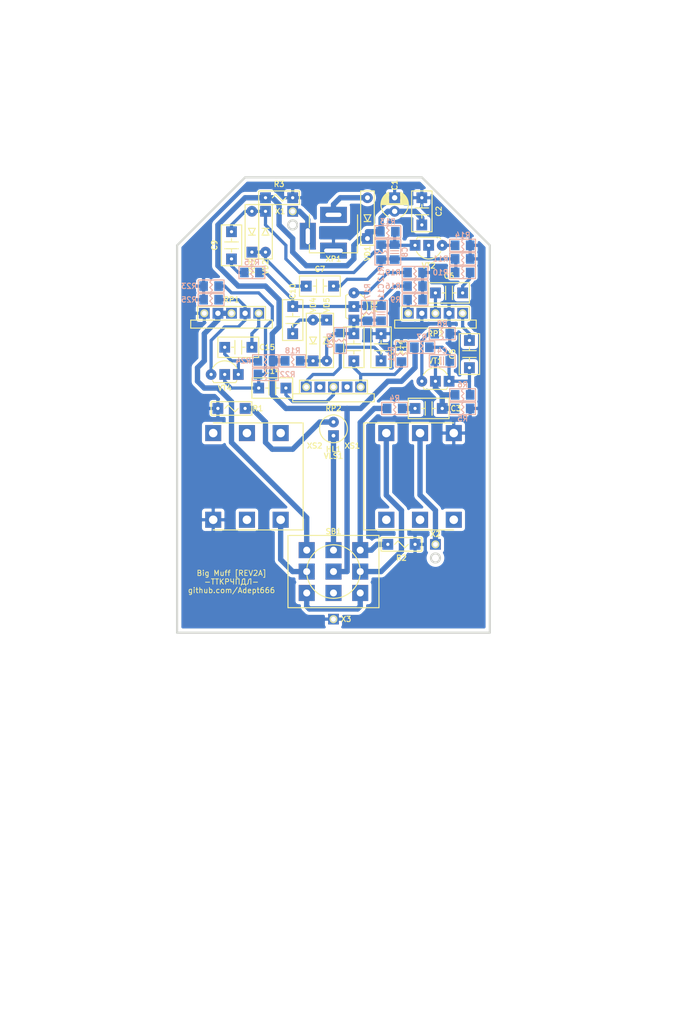
<source format=kicad_pcb>
(kicad_pcb (version 20171130) (host pcbnew 5.1.6-c6e7f7d~87~ubuntu19.10.1)

  (general
    (thickness 1.5)
    (drawings 12)
    (tracks 215)
    (zones 0)
    (modules 63)
    (nets 45)
  )

  (page A4 portrait)
  (title_block
    (title "Big Muff (Bass)")
    (date 2020-11-12)
    (rev 2A)
    (company "Igor Ivanov")
    (comment 1 https://github.com/Adept666)
    (comment 2 "This project is licensed under GNU General Public License v3.0 or later")
  )

  (layers
    (0 F.Cu jumper)
    (31 B.Cu signal)
    (36 B.SilkS user)
    (37 F.SilkS user)
    (38 B.Mask user)
    (40 Dwgs.User user)
    (41 Cmts.User user)
    (42 Eco1.User user)
    (43 Eco2.User user)
    (44 Edge.Cuts user)
    (45 Margin user)
    (46 B.CrtYd user)
    (47 F.CrtYd user)
    (48 B.Fab user)
    (49 F.Fab user)
  )

  (setup
    (last_trace_width 1)
    (user_trace_width 0.6)
    (trace_clearance 0)
    (zone_clearance 0.6)
    (zone_45_only no)
    (trace_min 0.2)
    (via_size 2)
    (via_drill 1)
    (via_min_size 0.4)
    (via_min_drill 0.3)
    (uvia_size 0.3)
    (uvia_drill 0.1)
    (uvias_allowed no)
    (uvia_min_size 0)
    (uvia_min_drill 0)
    (edge_width 0.4)
    (segment_width 0.2)
    (pcb_text_width 0.3)
    (pcb_text_size 1.5 1.5)
    (mod_edge_width 0.15)
    (mod_text_size 1 1)
    (mod_text_width 0.15)
    (pad_size 2 2)
    (pad_drill 1)
    (pad_to_mask_clearance 0.2)
    (solder_mask_min_width 0.25)
    (aux_axis_origin 0 0)
    (visible_elements 7FFFFFFF)
    (pcbplotparams
      (layerselection 0x20000_7ffffffe)
      (usegerberextensions false)
      (usegerberattributes false)
      (usegerberadvancedattributes false)
      (creategerberjobfile false)
      (excludeedgelayer false)
      (linewidth 0.100000)
      (plotframeref true)
      (viasonmask false)
      (mode 1)
      (useauxorigin false)
      (hpglpennumber 1)
      (hpglpenspeed 20)
      (hpglpendiameter 15.000000)
      (psnegative false)
      (psa4output false)
      (plotreference false)
      (plotvalue true)
      (plotinvisibletext false)
      (padsonsilk true)
      (subtractmaskfromsilk false)
      (outputformat 4)
      (mirror false)
      (drillshape 0)
      (scaleselection 1)
      (outputdirectory ""))
  )

  (net 0 "")
  (net 1 COM)
  (net 2 "Net-(HL1-PadC)")
  (net 3 /LED)
  (net 4 "Net-(SB1-PadNC1)")
  (net 5 "Net-(SB1-PadNC2)")
  (net 6 "Net-(XS1-PadSN)")
  (net 7 "Net-(XS1-PadRN)")
  (net 8 "Net-(XS1-PadTN)")
  (net 9 "Net-(XS2-PadSN)")
  (net 10 "Net-(XS2-PadTN)")
  (net 11 /IN-SCH)
  (net 12 /IN-CON)
  (net 13 /OUT-SCH)
  (net 14 /OUT-CON)
  (net 15 /PP3-POS)
  (net 16 /PP3-NEG)
  (net 17 "Net-(XS2-PadR)")
  (net 18 "Net-(XS2-PadRN)")
  (net 19 "Net-(VD1-PadA)")
  (net 20 "Net-(C3-Pad2)")
  (net 21 "Net-(C4-Pad2)")
  (net 22 "Net-(C5-Pad2)")
  (net 23 "Net-(C6-Pad1)")
  (net 24 "Net-(C6-Pad2)")
  (net 25 "Net-(C7-Pad1)")
  (net 26 "Net-(C7-Pad2)")
  (net 27 "Net-(C8-Pad2)")
  (net 28 "Net-(C9-Pad2)")
  (net 29 "Net-(C10-Pad1)")
  (net 30 "Net-(C10-Pad2)")
  (net 31 "Net-(C11-Pad2)")
  (net 32 "Net-(C12-Pad2)")
  (net 33 "Net-(C13-Pad1)")
  (net 34 "Net-(C14-Pad1)")
  (net 35 "Net-(C14-Pad2)")
  (net 36 "Net-(C15-Pad1)")
  (net 37 "Net-(C15-Pad2)")
  (net 38 "Net-(R8-Pad2)")
  (net 39 "Net-(C3-Pad1)")
  (net 40 "Net-(R9-Pad2)")
  (net 41 "Net-(R14-Pad2)")
  (net 42 "Net-(R19-Pad2)")
  (net 43 "Net-(R25-Pad2)")
  (net 44 V)

  (net_class Default "This is the default net class."
    (clearance 0)
    (trace_width 1)
    (via_dia 2)
    (via_drill 1)
    (uvia_dia 0.3)
    (uvia_drill 0.1)
    (add_net /IN-CON)
    (add_net /IN-SCH)
    (add_net /LED)
    (add_net /OUT-CON)
    (add_net /OUT-SCH)
    (add_net /PP3-NEG)
    (add_net /PP3-POS)
    (add_net COM)
    (add_net "Net-(C10-Pad1)")
    (add_net "Net-(C10-Pad2)")
    (add_net "Net-(C11-Pad2)")
    (add_net "Net-(C12-Pad2)")
    (add_net "Net-(C13-Pad1)")
    (add_net "Net-(C14-Pad1)")
    (add_net "Net-(C14-Pad2)")
    (add_net "Net-(C15-Pad1)")
    (add_net "Net-(C15-Pad2)")
    (add_net "Net-(C3-Pad1)")
    (add_net "Net-(C3-Pad2)")
    (add_net "Net-(C4-Pad2)")
    (add_net "Net-(C5-Pad2)")
    (add_net "Net-(C6-Pad1)")
    (add_net "Net-(C6-Pad2)")
    (add_net "Net-(C7-Pad1)")
    (add_net "Net-(C7-Pad2)")
    (add_net "Net-(C8-Pad2)")
    (add_net "Net-(C9-Pad2)")
    (add_net "Net-(HL1-PadC)")
    (add_net "Net-(R14-Pad2)")
    (add_net "Net-(R19-Pad2)")
    (add_net "Net-(R25-Pad2)")
    (add_net "Net-(R8-Pad2)")
    (add_net "Net-(R9-Pad2)")
    (add_net "Net-(SB1-PadNC1)")
    (add_net "Net-(SB1-PadNC2)")
    (add_net "Net-(VD1-PadA)")
    (add_net "Net-(XS1-PadRN)")
    (add_net "Net-(XS1-PadSN)")
    (add_net "Net-(XS1-PadTN)")
    (add_net "Net-(XS2-PadR)")
    (add_net "Net-(XS2-PadRN)")
    (add_net "Net-(XS2-PadSN)")
    (add_net "Net-(XS2-PadTN)")
    (add_net V)
  )

  (module SBKCL:RP-PDB181-K-F-PCB-RND (layer F.Cu) (tedit 5F7F3DEC) (tstamp 5E5B6DB9)
    (at 124.46 108.15)
    (path /5F3FC4FA)
    (fp_text reference RP3 (at 0 15.04) (layer F.SilkS)
      (effects (font (size 1 1) (thickness 0.2)))
    )
    (fp_text value A100K (at 0 11.23) (layer F.Fab)
      (effects (font (size 1 1) (thickness 0.2)))
    )
    (fp_circle (center 0 0) (end 3.5 0) (layer Dwgs.User) (width 0.2))
    (fp_circle (center 0 0) (end 3 0) (layer Dwgs.User) (width 0.2))
    (fp_line (start 7.5 4) (end 7.5 12.5) (layer Dwgs.User) (width 0.2))
    (fp_line (start -7.5 4) (end -7.5 12.5) (layer Dwgs.User) (width 0.2))
    (fp_circle (center 0 0) (end 8.5 0) (layer Dwgs.User) (width 0.2))
    (fp_line (start -8.383913 -1.4) (end -7.3 -1.4) (layer Dwgs.User) (width 0.2))
    (fp_line (start -8.383913 1.4) (end -7.3 1.4) (layer Dwgs.User) (width 0.2))
    (fp_line (start -7.3 -1.4) (end -7.3 1.4) (layer Dwgs.User) (width 0.2))
    (fp_line (start -7.5 12.5) (end 7.5 12.5) (layer Dwgs.User) (width 0.2))
    (fp_circle (center 0 0) (end 3.7 0) (layer Eco1.User) (width 0.4))
    (fp_line (start -2.54 1.5) (end 2.54 1.5) (layer Dwgs.User) (width 0.2))
    (fp_line (start -7.62 12.5) (end 7.62 12.5) (layer F.Fab) (width 0.2))
    (fp_line (start -7.62 14) (end 7.62 14) (layer F.Fab) (width 0.2))
    (fp_line (start -7.62 12.5) (end -7.62 14) (layer F.Fab) (width 0.2))
    (fp_line (start 7.62 12.5) (end 7.62 14) (layer F.Fab) (width 0.2))
    (fp_line (start -6.35 9.96) (end 6.35 9.96) (layer F.Fab) (width 0.2))
    (fp_line (start -6.35 9.96) (end -6.35 12.5) (layer F.Fab) (width 0.2))
    (fp_line (start 6.35 9.96) (end 6.35 12.5) (layer F.Fab) (width 0.2))
    (fp_line (start -6.35 9.96) (end 6.35 9.96) (layer F.SilkS) (width 0.2))
    (fp_line (start -7.62 12.5) (end 7.62 12.5) (layer F.SilkS) (width 0.2))
    (fp_line (start -7.62 14) (end 7.62 14) (layer F.SilkS) (width 0.2))
    (fp_line (start -6.35 9.96) (end -6.35 12.5) (layer F.SilkS) (width 0.2))
    (fp_line (start 6.35 9.96) (end 6.35 12.5) (layer F.SilkS) (width 0.2))
    (fp_line (start -7.62 12.5) (end -7.62 14) (layer F.SilkS) (width 0.2))
    (fp_line (start 7.62 12.5) (end 7.62 14) (layer F.SilkS) (width 0.2))
    (fp_circle (center -5.08 11.23) (end -4.445 11.23) (layer F.SilkS) (width 0.2))
    (fp_circle (center 0 11.23) (end 0.635 11.23) (layer F.SilkS) (width 0.2))
    (fp_circle (center 5.08 11.23) (end 5.715 11.23) (layer F.SilkS) (width 0.2))
    (fp_line (start -6.35 9.96) (end 6.35 9.96) (layer F.CrtYd) (width 0.1))
    (fp_line (start -7.62 12.5) (end -6.35 12.5) (layer F.CrtYd) (width 0.1))
    (fp_line (start 6.35 12.5) (end 7.62 12.5) (layer F.CrtYd) (width 0.1))
    (fp_line (start -7.62 14) (end 7.62 14) (layer F.CrtYd) (width 0.1))
    (fp_line (start -6.35 9.96) (end -6.35 12.5) (layer F.CrtYd) (width 0.1))
    (fp_line (start 6.35 9.96) (end 6.35 12.5) (layer F.CrtYd) (width 0.1))
    (fp_line (start -7.62 12.5) (end -7.62 14) (layer F.CrtYd) (width 0.1))
    (fp_line (start 7.62 12.5) (end 7.62 14) (layer F.CrtYd) (width 0.1))
    (fp_circle (center -7.9 0) (end -6.4 0) (layer Eco1.User) (width 0.4))
    (pad 3 thru_hole rect (at 5.08 11.23) (size 2 2) (drill 1) (layers B.Cu B.Mask)
      (net 22 "Net-(C5-Pad2)"))
    (pad NC2 thru_hole rect (at 2.54 11.23) (size 2 2) (drill 1) (layers B.Cu B.Mask))
    (pad 2 thru_hole rect (at 0 11.23) (size 2 2) (drill 1) (layers B.Cu B.Mask)
      (net 23 "Net-(C6-Pad1)"))
    (pad NC1 thru_hole rect (at -2.54 11.23) (size 2 2) (drill 1) (layers B.Cu B.Mask))
    (pad 1 thru_hole rect (at -5.08 11.23) (size 2 2) (drill 1) (layers B.Cu B.Mask)
      (net 40 "Net-(R9-Pad2)"))
  )

  (module SBKCL:RP-PDB181-K-F-PCB-RND (layer F.Cu) (tedit 5F7F3DEC) (tstamp 5F7F73E9)
    (at 105.41 121.92)
    (path /5F3FC4FC)
    (fp_text reference RP2 (at 0 15.24) (layer F.SilkS)
      (effects (font (size 1 1) (thickness 0.2)))
    )
    (fp_text value B100K (at 0 11.43) (layer F.Fab)
      (effects (font (size 1 1) (thickness 0.2)))
    )
    (fp_circle (center 0 0) (end 3.5 0) (layer Dwgs.User) (width 0.2))
    (fp_circle (center 0 0) (end 3 0) (layer Dwgs.User) (width 0.2))
    (fp_line (start 7.5 4) (end 7.5 12.5) (layer Dwgs.User) (width 0.2))
    (fp_line (start -7.5 4) (end -7.5 12.5) (layer Dwgs.User) (width 0.2))
    (fp_circle (center 0 0) (end 8.5 0) (layer Dwgs.User) (width 0.2))
    (fp_line (start -8.383913 -1.4) (end -7.3 -1.4) (layer Dwgs.User) (width 0.2))
    (fp_line (start -8.383913 1.4) (end -7.3 1.4) (layer Dwgs.User) (width 0.2))
    (fp_line (start -7.3 -1.4) (end -7.3 1.4) (layer Dwgs.User) (width 0.2))
    (fp_line (start -7.5 12.5) (end 7.5 12.5) (layer Dwgs.User) (width 0.2))
    (fp_circle (center 0 0) (end 3.7 0) (layer Eco1.User) (width 0.4))
    (fp_line (start -2.54 1.5) (end 2.54 1.5) (layer Dwgs.User) (width 0.2))
    (fp_line (start -7.62 12.5) (end 7.62 12.5) (layer F.Fab) (width 0.2))
    (fp_line (start -7.62 14) (end 7.62 14) (layer F.Fab) (width 0.2))
    (fp_line (start -7.62 12.5) (end -7.62 14) (layer F.Fab) (width 0.2))
    (fp_line (start 7.62 12.5) (end 7.62 14) (layer F.Fab) (width 0.2))
    (fp_line (start -6.35 9.96) (end 6.35 9.96) (layer F.Fab) (width 0.2))
    (fp_line (start -6.35 9.96) (end -6.35 12.5) (layer F.Fab) (width 0.2))
    (fp_line (start 6.35 9.96) (end 6.35 12.5) (layer F.Fab) (width 0.2))
    (fp_line (start -6.35 9.96) (end 6.35 9.96) (layer F.SilkS) (width 0.2))
    (fp_line (start -7.62 12.5) (end 7.62 12.5) (layer F.SilkS) (width 0.2))
    (fp_line (start -7.62 14) (end 7.62 14) (layer F.SilkS) (width 0.2))
    (fp_line (start -6.35 9.96) (end -6.35 12.5) (layer F.SilkS) (width 0.2))
    (fp_line (start 6.35 9.96) (end 6.35 12.5) (layer F.SilkS) (width 0.2))
    (fp_line (start -7.62 12.5) (end -7.62 14) (layer F.SilkS) (width 0.2))
    (fp_line (start 7.62 12.5) (end 7.62 14) (layer F.SilkS) (width 0.2))
    (fp_circle (center -5.08 11.23) (end -4.445 11.23) (layer F.SilkS) (width 0.2))
    (fp_circle (center 0 11.23) (end 0.635 11.23) (layer F.SilkS) (width 0.2))
    (fp_circle (center 5.08 11.23) (end 5.715 11.23) (layer F.SilkS) (width 0.2))
    (fp_line (start -6.35 9.96) (end 6.35 9.96) (layer F.CrtYd) (width 0.1))
    (fp_line (start -7.62 12.5) (end -6.35 12.5) (layer F.CrtYd) (width 0.1))
    (fp_line (start 6.35 12.5) (end 7.62 12.5) (layer F.CrtYd) (width 0.1))
    (fp_line (start -7.62 14) (end 7.62 14) (layer F.CrtYd) (width 0.1))
    (fp_line (start -6.35 9.96) (end -6.35 12.5) (layer F.CrtYd) (width 0.1))
    (fp_line (start 6.35 9.96) (end 6.35 12.5) (layer F.CrtYd) (width 0.1))
    (fp_line (start -7.62 12.5) (end -7.62 14) (layer F.CrtYd) (width 0.1))
    (fp_line (start 7.62 12.5) (end 7.62 14) (layer F.CrtYd) (width 0.1))
    (fp_circle (center -7.9 0) (end -6.4 0) (layer Eco1.User) (width 0.4))
    (pad 3 thru_hole rect (at 5.08 11.23) (size 2 2) (drill 1) (layers B.Cu B.Mask)
      (net 32 "Net-(C12-Pad2)"))
    (pad NC2 thru_hole rect (at 2.54 11.23) (size 2 2) (drill 1) (layers B.Cu B.Mask))
    (pad 2 thru_hole rect (at 0 11.23) (size 2 2) (drill 1) (layers B.Cu B.Mask)
      (net 34 "Net-(C14-Pad1)"))
    (pad NC1 thru_hole rect (at -2.54 11.23) (size 2 2) (drill 1) (layers B.Cu B.Mask))
    (pad 1 thru_hole rect (at -5.08 11.23) (size 2 2) (drill 1) (layers B.Cu B.Mask)
      (net 33 "Net-(C13-Pad1)"))
  )

  (module SBKCL:RP-PDB181-K-F-PCB-RND (layer F.Cu) (tedit 5F7F3DEC) (tstamp 5F457720)
    (at 86.36 108.15)
    (path /5F3FC4FD)
    (fp_text reference RP1 (at 0 8.69) (layer F.SilkS)
      (effects (font (size 1 1) (thickness 0.2)))
    )
    (fp_text value A100K (at 0 11.23) (layer F.Fab)
      (effects (font (size 1 1) (thickness 0.2)))
    )
    (fp_circle (center 0 0) (end 3.5 0) (layer Dwgs.User) (width 0.2))
    (fp_circle (center 0 0) (end 3 0) (layer Dwgs.User) (width 0.2))
    (fp_line (start 7.5 4) (end 7.5 12.5) (layer Dwgs.User) (width 0.2))
    (fp_line (start -7.5 4) (end -7.5 12.5) (layer Dwgs.User) (width 0.2))
    (fp_circle (center 0 0) (end 8.5 0) (layer Dwgs.User) (width 0.2))
    (fp_line (start -8.383913 -1.4) (end -7.3 -1.4) (layer Dwgs.User) (width 0.2))
    (fp_line (start -8.383913 1.4) (end -7.3 1.4) (layer Dwgs.User) (width 0.2))
    (fp_line (start -7.3 -1.4) (end -7.3 1.4) (layer Dwgs.User) (width 0.2))
    (fp_line (start -7.5 12.5) (end 7.5 12.5) (layer Dwgs.User) (width 0.2))
    (fp_circle (center 0 0) (end 3.7 0) (layer Eco1.User) (width 0.4))
    (fp_line (start -2.54 1.5) (end 2.54 1.5) (layer Dwgs.User) (width 0.2))
    (fp_line (start -7.62 12.5) (end 7.62 12.5) (layer F.Fab) (width 0.2))
    (fp_line (start -7.62 14) (end 7.62 14) (layer F.Fab) (width 0.2))
    (fp_line (start -7.62 12.5) (end -7.62 14) (layer F.Fab) (width 0.2))
    (fp_line (start 7.62 12.5) (end 7.62 14) (layer F.Fab) (width 0.2))
    (fp_line (start -6.35 9.96) (end 6.35 9.96) (layer F.Fab) (width 0.2))
    (fp_line (start -6.35 9.96) (end -6.35 12.5) (layer F.Fab) (width 0.2))
    (fp_line (start 6.35 9.96) (end 6.35 12.5) (layer F.Fab) (width 0.2))
    (fp_line (start -6.35 9.96) (end 6.35 9.96) (layer F.SilkS) (width 0.2))
    (fp_line (start -7.62 12.5) (end 7.62 12.5) (layer F.SilkS) (width 0.2))
    (fp_line (start -7.62 14) (end 7.62 14) (layer F.SilkS) (width 0.2))
    (fp_line (start -6.35 9.96) (end -6.35 12.5) (layer F.SilkS) (width 0.2))
    (fp_line (start 6.35 9.96) (end 6.35 12.5) (layer F.SilkS) (width 0.2))
    (fp_line (start -7.62 12.5) (end -7.62 14) (layer F.SilkS) (width 0.2))
    (fp_line (start 7.62 12.5) (end 7.62 14) (layer F.SilkS) (width 0.2))
    (fp_circle (center -5.08 11.23) (end -4.445 11.23) (layer F.SilkS) (width 0.2))
    (fp_circle (center 0 11.23) (end 0.635 11.23) (layer F.SilkS) (width 0.2))
    (fp_circle (center 5.08 11.23) (end 5.715 11.23) (layer F.SilkS) (width 0.2))
    (fp_line (start -6.35 9.96) (end 6.35 9.96) (layer F.CrtYd) (width 0.1))
    (fp_line (start -7.62 12.5) (end -6.35 12.5) (layer F.CrtYd) (width 0.1))
    (fp_line (start 6.35 12.5) (end 7.62 12.5) (layer F.CrtYd) (width 0.1))
    (fp_line (start -7.62 14) (end 7.62 14) (layer F.CrtYd) (width 0.1))
    (fp_line (start -6.35 9.96) (end -6.35 12.5) (layer F.CrtYd) (width 0.1))
    (fp_line (start 6.35 9.96) (end 6.35 12.5) (layer F.CrtYd) (width 0.1))
    (fp_line (start -7.62 12.5) (end -7.62 14) (layer F.CrtYd) (width 0.1))
    (fp_line (start 7.62 12.5) (end 7.62 14) (layer F.CrtYd) (width 0.1))
    (fp_circle (center -7.9 0) (end -6.4 0) (layer Eco1.User) (width 0.4))
    (pad 3 thru_hole rect (at 5.08 11.23) (size 2 2) (drill 1) (layers B.Cu B.Mask)
      (net 37 "Net-(C15-Pad2)"))
    (pad NC2 thru_hole rect (at 2.54 11.23) (size 2 2) (drill 1) (layers B.Cu B.Mask))
    (pad 2 thru_hole rect (at 0 11.23) (size 2 2) (drill 1) (layers B.Cu B.Mask)
      (net 13 /OUT-SCH))
    (pad NC1 thru_hole rect (at -2.54 11.23) (size 2 2) (drill 1) (layers B.Cu B.Mask))
    (pad 1 thru_hole rect (at -5.08 11.23) (size 2 2) (drill 1) (layers B.Cu B.Mask)
      (net 1 COM))
  )

  (module SBKCL:B013_big_muff_r2a locked (layer F.Cu) (tedit 5F641B2E) (tstamp 5F50226F)
    (at 105.41 148.59)
    (path /5E73CB02)
    (fp_text reference VE1 (at 0 54.61) (layer F.SilkS) hide
      (effects (font (size 1 1) (thickness 0.2)))
    )
    (fp_text value B013 (at 0 53.34) (layer F.Fab) hide
      (effects (font (size 1 1) (thickness 0.2)))
    )
    (fp_line (start 23.85 52.25) (end 23.85 55.75) (layer Eco1.User) (width 0.4))
    (fp_line (start -23.85 52.25) (end -23.85 55.75) (layer Eco1.User) (width 0.4))
    (fp_line (start 23.85 -55.75) (end 23.85 -52.25) (layer Eco1.User) (width 0.4))
    (fp_line (start -23.85 -55.75) (end -23.85 -52.25) (layer Eco1.User) (width 0.4))
    (fp_line (start 27.1 49) (end 30.45 49) (layer Eco1.User) (width 0.4))
    (fp_line (start -30.45 49) (end -27.1 49) (layer Eco1.User) (width 0.4))
    (fp_line (start 27.1 -49) (end 30.45 -49) (layer Eco1.User) (width 0.4))
    (fp_line (start -30.45 -49) (end -27.1 -49) (layer Eco1.User) (width 0.4))
    (fp_circle (center 27.1 52.25) (end 28.6 52.25) (layer Eco1.User) (width 0.4))
    (fp_circle (center -27.1 52.25) (end -25.6 52.25) (layer Eco1.User) (width 0.4))
    (fp_circle (center 27.1 -52.25) (end 28.6 -52.25) (layer Eco1.User) (width 0.4))
    (fp_circle (center -27.1 -52.25) (end -25.6 -52.25) (layer Eco1.User) (width 0.4))
    (fp_line (start 30.45 -55.75) (end 30.45 55.75) (layer Eco1.User) (width 0.4))
    (fp_line (start -30.45 -55.75) (end -30.45 55.75) (layer Eco1.User) (width 0.4))
    (fp_line (start -30.45 55.75) (end 30.45 55.75) (layer Eco1.User) (width 0.4))
    (fp_line (start -30.45 -55.75) (end 30.45 -55.75) (layer Eco1.User) (width 0.4))
    (fp_line (start 31.8 -57.25) (end 31.8 57.25) (layer Eco1.User) (width 0.4))
    (fp_line (start -31.8 -57.25) (end -31.8 57.25) (layer Eco1.User) (width 0.4))
    (fp_line (start -31.8 57.25) (end 31.8 57.25) (layer Eco1.User) (width 0.4))
    (fp_line (start -31.8 -57.25) (end 31.8 -57.25) (layer Eco1.User) (width 0.4))
    (fp_line (start -31.8 -87.55) (end 31.8 -87.55) (layer Eco1.User) (width 0.4))
    (fp_line (start -62.1 -57.25) (end -31.8 -57.25) (layer Eco1.User) (width 0.4))
    (fp_line (start 31.8 -57.25) (end 62.1 -57.25) (layer Eco1.User) (width 0.4))
    (fp_line (start -62.1 57.25) (end -31.8 57.25) (layer Eco1.User) (width 0.4))
    (fp_line (start 31.8 57.25) (end 62.1 57.25) (layer Eco1.User) (width 0.4))
    (fp_line (start -31.8 -87.55) (end -31.8 -57.25) (layer Eco1.User) (width 0.4))
    (fp_line (start 31.8 -87.55) (end 31.8 -57.25) (layer Eco1.User) (width 0.4))
    (fp_line (start -62.1 -57.25) (end -62.1 57.25) (layer Eco1.User) (width 0.4))
    (fp_line (start 62.1 -57.25) (end 62.1 57.25) (layer Eco1.User) (width 0.4))
    (fp_line (start -31.8 -83.55) (end 31.8 -83.55) (layer Eco1.User) (width 0.4))
    (fp_line (start -58.1 -57.25) (end -58.1 57.25) (layer Eco1.User) (width 0.4))
    (fp_line (start 58.1 -57.25) (end 58.1 57.25) (layer Eco1.User) (width 0.4))
    (fp_circle (center 0 -71) (end 5.5 -71) (layer Eco1.User) (width 0.4))
    (fp_circle (center -43.95 1.27) (end -37.95 1.27) (layer Eco1.User) (width 0.4))
    (fp_circle (center 43.95 1.27) (end 49.95 1.27) (layer Eco1.User) (width 0.4))
    (fp_arc (start 27.1 52.25) (end 27.1 49) (angle -90) (layer Eco1.User) (width 0.4))
    (fp_arc (start -27.1 52.25) (end -23.85 52.25) (angle -90) (layer Eco1.User) (width 0.4))
    (fp_arc (start 27.1 -52.25) (end 23.85 -52.25) (angle -90) (layer Eco1.User) (width 0.4))
    (fp_arc (start -27.1 -52.25) (end -27.1 -49) (angle -90) (layer Eco1.User) (width 0.4))
  )

  (module KCL:R-MFR-12 (layer F.Cu) (tedit 5D7AAF20) (tstamp 5F406881)
    (at 95.25 97.79 180)
    (path /5F414B0E)
    (fp_text reference R3 (at 0 2.54) (layer F.SilkS)
      (effects (font (size 1 1) (thickness 0.2)))
    )
    (fp_text value 223 (at 0 0) (layer F.Fab)
      (effects (font (size 1 1) (thickness 0.2)))
    )
    (fp_line (start 0.635 0.635) (end 1.27 0) (layer F.SilkS) (width 0.2))
    (fp_line (start -0.635 -0.635) (end 0.635 0.635) (layer F.SilkS) (width 0.2))
    (fp_line (start -1.27 0) (end -0.635 -0.635) (layer F.SilkS) (width 0.2))
    (fp_line (start -3.81 1.27) (end -3.81 -1.27) (layer F.CrtYd) (width 0.1))
    (fp_line (start 3.81 1.27) (end -3.81 1.27) (layer F.CrtYd) (width 0.1))
    (fp_line (start 3.81 -1.27) (end 3.81 1.27) (layer F.CrtYd) (width 0.1))
    (fp_line (start -3.81 -1.27) (end 3.81 -1.27) (layer F.CrtYd) (width 0.1))
    (fp_line (start 3.81 -1.27) (end 3.81 1.27) (layer F.SilkS) (width 0.2))
    (fp_line (start -3.81 -1.27) (end -3.81 1.27) (layer F.SilkS) (width 0.2))
    (fp_line (start -3.81 1.27) (end 3.81 1.27) (layer F.SilkS) (width 0.2))
    (fp_line (start -3.81 -1.27) (end 3.81 -1.27) (layer F.SilkS) (width 0.2))
    (fp_line (start 1.7 -0.95) (end 1.7 0.95) (layer F.Fab) (width 0.2))
    (fp_line (start -1.7 -0.95) (end -1.7 0.95) (layer F.Fab) (width 0.2))
    (fp_line (start -1.7 0.95) (end 1.7 0.95) (layer F.Fab) (width 0.2))
    (fp_line (start -1.7 -0.95) (end 1.7 -0.95) (layer F.Fab) (width 0.2))
    (pad 1 thru_hole rect (at -2.54 0 180) (size 2 2) (drill 0.6) (layers *.Cu *.Mask)
      (net 1 COM))
    (pad 2 thru_hole rect (at 2.54 0 180) (size 2 2) (drill 0.6) (layers *.Cu *.Mask)
      (net 44 V))
  )

  (module KCL:C-SM-1206 (layer B.Cu) (tedit 5F453DFF) (tstamp 5F4286E2)
    (at 114.3 119.38 270)
    (path /5E8C5900)
    (fp_text reference C11 (at -2.54 0 270) (layer B.SilkS)
      (effects (font (size 1 1) (thickness 0.2)) (justify right mirror))
    )
    (fp_text value 471 (at 0 0 270) (layer B.Fab)
      (effects (font (size 1 1) (thickness 0.2)) (justify mirror))
    )
    (fp_line (start -2.413 1.143) (end 2.413 1.143) (layer B.CrtYd) (width 0.1))
    (fp_line (start 2.413 1.143) (end 2.413 -1.143) (layer B.CrtYd) (width 0.1))
    (fp_line (start 2.413 -1.143) (end -2.413 -1.143) (layer B.CrtYd) (width 0.1))
    (fp_line (start -2.413 -1.143) (end -2.413 1.143) (layer B.CrtYd) (width 0.1))
    (fp_line (start -2.413 -1.143) (end 2.413 -1.143) (layer B.SilkS) (width 0.2))
    (fp_line (start -2.413 1.143) (end 2.413 1.143) (layer B.SilkS) (width 0.2))
    (fp_line (start 0.254 0.762) (end 0.254 -0.762) (layer B.SilkS) (width 0.2))
    (fp_line (start -0.254 0.762) (end -0.254 -0.762) (layer B.SilkS) (width 0.2))
    (fp_line (start 2.413 1.143) (end 2.413 -1.143) (layer B.SilkS) (width 0.2))
    (fp_line (start -2.413 1.143) (end -2.413 -1.143) (layer B.SilkS) (width 0.2))
    (fp_line (start -1.6 0.8) (end 1.6 0.8) (layer B.Fab) (width 0.2))
    (fp_line (start 1.6 0.8) (end 1.6 -0.8) (layer B.Fab) (width 0.2))
    (fp_line (start -1.6 -0.8) (end 1.6 -0.8) (layer B.Fab) (width 0.2))
    (fp_line (start -1.6 0.8) (end -1.6 -0.8) (layer B.Fab) (width 0.2))
    (pad 2 smd rect (at 1.4 0 270) (size 1.6 1.8) (layers B.Cu B.Mask)
      (net 31 "Net-(C11-Pad2)"))
    (pad 1 smd rect (at -1.4 0 270) (size 1.6 1.8) (layers B.Cu B.Mask)
      (net 29 "Net-(C10-Pad1)"))
  )

  (module KCL:C-SM-1206 (layer B.Cu) (tedit 5F453DFF) (tstamp 5F4251A3)
    (at 116.84 107.95 90)
    (path /5EBF2A40)
    (fp_text reference C8 (at 0 1.905 270) (layer B.SilkS)
      (effects (font (size 1 1) (thickness 0.2)) (justify mirror))
    )
    (fp_text value 471 (at 0 0 270) (layer B.Fab)
      (effects (font (size 1 1) (thickness 0.2)) (justify mirror))
    )
    (fp_line (start -2.413 1.143) (end 2.413 1.143) (layer B.CrtYd) (width 0.1))
    (fp_line (start 2.413 1.143) (end 2.413 -1.143) (layer B.CrtYd) (width 0.1))
    (fp_line (start 2.413 -1.143) (end -2.413 -1.143) (layer B.CrtYd) (width 0.1))
    (fp_line (start -2.413 -1.143) (end -2.413 1.143) (layer B.CrtYd) (width 0.1))
    (fp_line (start -2.413 -1.143) (end 2.413 -1.143) (layer B.SilkS) (width 0.2))
    (fp_line (start -2.413 1.143) (end 2.413 1.143) (layer B.SilkS) (width 0.2))
    (fp_line (start 0.254 0.762) (end 0.254 -0.762) (layer B.SilkS) (width 0.2))
    (fp_line (start -0.254 0.762) (end -0.254 -0.762) (layer B.SilkS) (width 0.2))
    (fp_line (start 2.413 1.143) (end 2.413 -1.143) (layer B.SilkS) (width 0.2))
    (fp_line (start -2.413 1.143) (end -2.413 -1.143) (layer B.SilkS) (width 0.2))
    (fp_line (start -1.6 0.8) (end 1.6 0.8) (layer B.Fab) (width 0.2))
    (fp_line (start 1.6 0.8) (end 1.6 -0.8) (layer B.Fab) (width 0.2))
    (fp_line (start -1.6 -0.8) (end 1.6 -0.8) (layer B.Fab) (width 0.2))
    (fp_line (start -1.6 0.8) (end -1.6 -0.8) (layer B.Fab) (width 0.2))
    (pad 2 smd rect (at 1.4 0 90) (size 1.6 1.8) (layers B.Cu B.Mask)
      (net 27 "Net-(C8-Pad2)"))
    (pad 1 smd rect (at -1.4 0 90) (size 1.6 1.8) (layers B.Cu B.Mask)
      (net 25 "Net-(C7-Pad1)"))
  )

  (module KCL:C-SM-1206 (layer B.Cu) (tedit 5F453DFF) (tstamp 5F3B715A)
    (at 125.73 128.27)
    (path /5E56234D)
    (fp_text reference C4 (at 0 -1.905) (layer B.SilkS)
      (effects (font (size 1 1) (thickness 0.2)) (justify mirror))
    )
    (fp_text value 471 (at 0 0) (layer B.Fab)
      (effects (font (size 1 1) (thickness 0.2)) (justify mirror))
    )
    (fp_line (start -2.413 1.143) (end 2.413 1.143) (layer B.CrtYd) (width 0.1))
    (fp_line (start 2.413 1.143) (end 2.413 -1.143) (layer B.CrtYd) (width 0.1))
    (fp_line (start 2.413 -1.143) (end -2.413 -1.143) (layer B.CrtYd) (width 0.1))
    (fp_line (start -2.413 -1.143) (end -2.413 1.143) (layer B.CrtYd) (width 0.1))
    (fp_line (start -2.413 -1.143) (end 2.413 -1.143) (layer B.SilkS) (width 0.2))
    (fp_line (start -2.413 1.143) (end 2.413 1.143) (layer B.SilkS) (width 0.2))
    (fp_line (start 0.254 0.762) (end 0.254 -0.762) (layer B.SilkS) (width 0.2))
    (fp_line (start -0.254 0.762) (end -0.254 -0.762) (layer B.SilkS) (width 0.2))
    (fp_line (start 2.413 1.143) (end 2.413 -1.143) (layer B.SilkS) (width 0.2))
    (fp_line (start -2.413 1.143) (end -2.413 -1.143) (layer B.SilkS) (width 0.2))
    (fp_line (start -1.6 0.8) (end 1.6 0.8) (layer B.Fab) (width 0.2))
    (fp_line (start 1.6 0.8) (end 1.6 -0.8) (layer B.Fab) (width 0.2))
    (fp_line (start -1.6 -0.8) (end 1.6 -0.8) (layer B.Fab) (width 0.2))
    (fp_line (start -1.6 0.8) (end -1.6 -0.8) (layer B.Fab) (width 0.2))
    (pad 2 smd rect (at 1.4 0) (size 1.6 1.8) (layers B.Cu B.Mask)
      (net 21 "Net-(C4-Pad2)"))
    (pad 1 smd rect (at -1.4 0) (size 1.6 1.8) (layers B.Cu B.Mask)
      (net 20 "Net-(C3-Pad2)"))
  )

  (module KCL:R-SM-1206 (layer B.Cu) (tedit 5E86DED5) (tstamp 5F3B4B6E)
    (at 82.55 116.84)
    (path /5EBBDC25)
    (fp_text reference R25 (at -2.54 0) (layer B.SilkS)
      (effects (font (size 1 1) (thickness 0.2)) (justify left mirror))
    )
    (fp_text value 272 (at 0 0) (layer B.Fab)
      (effects (font (size 1 1) (thickness 0.2)) (justify mirror))
    )
    (fp_line (start -1.6 0.8) (end -1.6 -0.8) (layer B.Fab) (width 0.2))
    (fp_line (start -1.6 -0.8) (end 1.6 -0.8) (layer B.Fab) (width 0.2))
    (fp_line (start 1.6 0.8) (end 1.6 -0.8) (layer B.Fab) (width 0.2))
    (fp_line (start -1.6 0.8) (end 1.6 0.8) (layer B.Fab) (width 0.2))
    (fp_line (start -2.413 1.143) (end -2.413 -1.143) (layer B.SilkS) (width 0.2))
    (fp_line (start 2.413 1.143) (end 2.413 -1.143) (layer B.SilkS) (width 0.2))
    (fp_line (start -2.413 1.143) (end 2.413 1.143) (layer B.SilkS) (width 0.2))
    (fp_line (start -2.413 -1.143) (end 2.413 -1.143) (layer B.SilkS) (width 0.2))
    (fp_line (start -0.254 -0.762) (end 0.127 -1.143) (layer B.SilkS) (width 0.2))
    (fp_line (start 0.254 -0.254) (end -0.254 -0.762) (layer B.SilkS) (width 0.2))
    (fp_line (start -0.254 0.254) (end 0.254 -0.254) (layer B.SilkS) (width 0.2))
    (fp_line (start 0.254 0.762) (end -0.127 1.143) (layer B.SilkS) (width 0.2))
    (fp_line (start -0.254 0.254) (end 0.254 0.762) (layer B.SilkS) (width 0.2))
    (fp_line (start -2.413 -1.143) (end -2.413 1.143) (layer B.CrtYd) (width 0.1))
    (fp_line (start 2.413 -1.143) (end -2.413 -1.143) (layer B.CrtYd) (width 0.1))
    (fp_line (start 2.413 1.143) (end 2.413 -1.143) (layer B.CrtYd) (width 0.1))
    (fp_line (start -2.413 1.143) (end 2.413 1.143) (layer B.CrtYd) (width 0.1))
    (pad 2 smd rect (at 1.4 0) (size 1.6 1.8) (layers B.Cu B.Mask)
      (net 43 "Net-(R25-Pad2)"))
    (pad 1 smd rect (at -1.4 0) (size 1.6 1.8) (layers B.Cu B.Mask)
      (net 1 COM))
  )

  (module KCL:R-SM-1206 (layer B.Cu) (tedit 5E86DED5) (tstamp 5F3BF02A)
    (at 92.71 128.27)
    (path /5ECA3DF1)
    (fp_text reference R24 (at -2.54 0) (layer B.SilkS)
      (effects (font (size 1 1) (thickness 0.2)) (justify left mirror))
    )
    (fp_text value 103 (at 0 0) (layer B.Fab)
      (effects (font (size 1 1) (thickness 0.2)) (justify mirror))
    )
    (fp_line (start -1.6 0.8) (end -1.6 -0.8) (layer B.Fab) (width 0.2))
    (fp_line (start -1.6 -0.8) (end 1.6 -0.8) (layer B.Fab) (width 0.2))
    (fp_line (start 1.6 0.8) (end 1.6 -0.8) (layer B.Fab) (width 0.2))
    (fp_line (start -1.6 0.8) (end 1.6 0.8) (layer B.Fab) (width 0.2))
    (fp_line (start -2.413 1.143) (end -2.413 -1.143) (layer B.SilkS) (width 0.2))
    (fp_line (start 2.413 1.143) (end 2.413 -1.143) (layer B.SilkS) (width 0.2))
    (fp_line (start -2.413 1.143) (end 2.413 1.143) (layer B.SilkS) (width 0.2))
    (fp_line (start -2.413 -1.143) (end 2.413 -1.143) (layer B.SilkS) (width 0.2))
    (fp_line (start -0.254 -0.762) (end 0.127 -1.143) (layer B.SilkS) (width 0.2))
    (fp_line (start 0.254 -0.254) (end -0.254 -0.762) (layer B.SilkS) (width 0.2))
    (fp_line (start -0.254 0.254) (end 0.254 -0.254) (layer B.SilkS) (width 0.2))
    (fp_line (start 0.254 0.762) (end -0.127 1.143) (layer B.SilkS) (width 0.2))
    (fp_line (start -0.254 0.254) (end 0.254 0.762) (layer B.SilkS) (width 0.2))
    (fp_line (start -2.413 -1.143) (end -2.413 1.143) (layer B.CrtYd) (width 0.1))
    (fp_line (start 2.413 -1.143) (end -2.413 -1.143) (layer B.CrtYd) (width 0.1))
    (fp_line (start 2.413 1.143) (end 2.413 -1.143) (layer B.CrtYd) (width 0.1))
    (fp_line (start -2.413 1.143) (end 2.413 1.143) (layer B.CrtYd) (width 0.1))
    (pad 2 smd rect (at 1.4 0) (size 1.6 1.8) (layers B.Cu B.Mask)
      (net 44 V))
    (pad 1 smd rect (at -1.4 0) (size 1.6 1.8) (layers B.Cu B.Mask)
      (net 36 "Net-(C15-Pad1)"))
  )

  (module KCL:R-SM-1206 (layer B.Cu) (tedit 5E86DED5) (tstamp 5F3B4B40)
    (at 82.55 114.3)
    (path /5EBBDC36)
    (fp_text reference R23 (at -2.54 0) (layer B.SilkS)
      (effects (font (size 1 1) (thickness 0.2)) (justify left mirror))
    )
    (fp_text value 104 (at 0 0) (layer B.Fab)
      (effects (font (size 1 1) (thickness 0.2)) (justify mirror))
    )
    (fp_line (start -1.6 0.8) (end -1.6 -0.8) (layer B.Fab) (width 0.2))
    (fp_line (start -1.6 -0.8) (end 1.6 -0.8) (layer B.Fab) (width 0.2))
    (fp_line (start 1.6 0.8) (end 1.6 -0.8) (layer B.Fab) (width 0.2))
    (fp_line (start -1.6 0.8) (end 1.6 0.8) (layer B.Fab) (width 0.2))
    (fp_line (start -2.413 1.143) (end -2.413 -1.143) (layer B.SilkS) (width 0.2))
    (fp_line (start 2.413 1.143) (end 2.413 -1.143) (layer B.SilkS) (width 0.2))
    (fp_line (start -2.413 1.143) (end 2.413 1.143) (layer B.SilkS) (width 0.2))
    (fp_line (start -2.413 -1.143) (end 2.413 -1.143) (layer B.SilkS) (width 0.2))
    (fp_line (start -0.254 -0.762) (end 0.127 -1.143) (layer B.SilkS) (width 0.2))
    (fp_line (start 0.254 -0.254) (end -0.254 -0.762) (layer B.SilkS) (width 0.2))
    (fp_line (start -0.254 0.254) (end 0.254 -0.254) (layer B.SilkS) (width 0.2))
    (fp_line (start 0.254 0.762) (end -0.127 1.143) (layer B.SilkS) (width 0.2))
    (fp_line (start -0.254 0.254) (end 0.254 0.762) (layer B.SilkS) (width 0.2))
    (fp_line (start -2.413 -1.143) (end -2.413 1.143) (layer B.CrtYd) (width 0.1))
    (fp_line (start 2.413 -1.143) (end -2.413 -1.143) (layer B.CrtYd) (width 0.1))
    (fp_line (start 2.413 1.143) (end 2.413 -1.143) (layer B.CrtYd) (width 0.1))
    (fp_line (start -2.413 1.143) (end 2.413 1.143) (layer B.CrtYd) (width 0.1))
    (pad 2 smd rect (at 1.4 0) (size 1.6 1.8) (layers B.Cu B.Mask)
      (net 35 "Net-(C14-Pad2)"))
    (pad 1 smd rect (at -1.4 0) (size 1.6 1.8) (layers B.Cu B.Mask)
      (net 1 COM))
  )

  (module KCL:R-SM-1206 (layer B.Cu) (tedit 5E86DED5) (tstamp 5F3B4B29)
    (at 92.71 130.81)
    (path /5ECA3DFA)
    (fp_text reference R22 (at 2.54 0) (layer B.SilkS)
      (effects (font (size 1 1) (thickness 0.2)) (justify right mirror))
    )
    (fp_text value 474 (at 0 0) (layer B.Fab)
      (effects (font (size 1 1) (thickness 0.2)) (justify mirror))
    )
    (fp_line (start -1.6 0.8) (end -1.6 -0.8) (layer B.Fab) (width 0.2))
    (fp_line (start -1.6 -0.8) (end 1.6 -0.8) (layer B.Fab) (width 0.2))
    (fp_line (start 1.6 0.8) (end 1.6 -0.8) (layer B.Fab) (width 0.2))
    (fp_line (start -1.6 0.8) (end 1.6 0.8) (layer B.Fab) (width 0.2))
    (fp_line (start -2.413 1.143) (end -2.413 -1.143) (layer B.SilkS) (width 0.2))
    (fp_line (start 2.413 1.143) (end 2.413 -1.143) (layer B.SilkS) (width 0.2))
    (fp_line (start -2.413 1.143) (end 2.413 1.143) (layer B.SilkS) (width 0.2))
    (fp_line (start -2.413 -1.143) (end 2.413 -1.143) (layer B.SilkS) (width 0.2))
    (fp_line (start -0.254 -0.762) (end 0.127 -1.143) (layer B.SilkS) (width 0.2))
    (fp_line (start 0.254 -0.254) (end -0.254 -0.762) (layer B.SilkS) (width 0.2))
    (fp_line (start -0.254 0.254) (end 0.254 -0.254) (layer B.SilkS) (width 0.2))
    (fp_line (start 0.254 0.762) (end -0.127 1.143) (layer B.SilkS) (width 0.2))
    (fp_line (start -0.254 0.254) (end 0.254 0.762) (layer B.SilkS) (width 0.2))
    (fp_line (start -2.413 -1.143) (end -2.413 1.143) (layer B.CrtYd) (width 0.1))
    (fp_line (start 2.413 -1.143) (end -2.413 -1.143) (layer B.CrtYd) (width 0.1))
    (fp_line (start 2.413 1.143) (end 2.413 -1.143) (layer B.CrtYd) (width 0.1))
    (fp_line (start -2.413 1.143) (end 2.413 1.143) (layer B.CrtYd) (width 0.1))
    (pad 2 smd rect (at 1.4 0) (size 1.6 1.8) (layers B.Cu B.Mask)
      (net 44 V))
    (pad 1 smd rect (at -1.4 0) (size 1.6 1.8) (layers B.Cu B.Mask)
      (net 35 "Net-(C14-Pad2)"))
  )

  (module KCL:R-SM-1206 (layer B.Cu) (tedit 5E86DED5) (tstamp 5F3B4B12)
    (at 118.11 127 90)
    (path /5F4A6204)
    (fp_text reference R21 (at 0 -1.905 90) (layer B.SilkS)
      (effects (font (size 1 1) (thickness 0.2)) (justify mirror))
    )
    (fp_text value 223 (at 0 0 90) (layer B.Fab)
      (effects (font (size 1 1) (thickness 0.2)) (justify mirror))
    )
    (fp_line (start -1.6 0.8) (end -1.6 -0.8) (layer B.Fab) (width 0.2))
    (fp_line (start -1.6 -0.8) (end 1.6 -0.8) (layer B.Fab) (width 0.2))
    (fp_line (start 1.6 0.8) (end 1.6 -0.8) (layer B.Fab) (width 0.2))
    (fp_line (start -1.6 0.8) (end 1.6 0.8) (layer B.Fab) (width 0.2))
    (fp_line (start -2.413 1.143) (end -2.413 -1.143) (layer B.SilkS) (width 0.2))
    (fp_line (start 2.413 1.143) (end 2.413 -1.143) (layer B.SilkS) (width 0.2))
    (fp_line (start -2.413 1.143) (end 2.413 1.143) (layer B.SilkS) (width 0.2))
    (fp_line (start -2.413 -1.143) (end 2.413 -1.143) (layer B.SilkS) (width 0.2))
    (fp_line (start -0.254 -0.762) (end 0.127 -1.143) (layer B.SilkS) (width 0.2))
    (fp_line (start 0.254 -0.254) (end -0.254 -0.762) (layer B.SilkS) (width 0.2))
    (fp_line (start -0.254 0.254) (end 0.254 -0.254) (layer B.SilkS) (width 0.2))
    (fp_line (start 0.254 0.762) (end -0.127 1.143) (layer B.SilkS) (width 0.2))
    (fp_line (start -0.254 0.254) (end 0.254 0.762) (layer B.SilkS) (width 0.2))
    (fp_line (start -2.413 -1.143) (end -2.413 1.143) (layer B.CrtYd) (width 0.1))
    (fp_line (start 2.413 -1.143) (end -2.413 -1.143) (layer B.CrtYd) (width 0.1))
    (fp_line (start 2.413 1.143) (end 2.413 -1.143) (layer B.CrtYd) (width 0.1))
    (fp_line (start -2.413 1.143) (end 2.413 1.143) (layer B.CrtYd) (width 0.1))
    (pad 2 smd rect (at 1.4 0 90) (size 1.6 1.8) (layers B.Cu B.Mask)
      (net 1 COM))
    (pad 1 smd rect (at -1.4 0 90) (size 1.6 1.8) (layers B.Cu B.Mask)
      (net 32 "Net-(C12-Pad2)"))
  )

  (module KCL:R-SM-1206 (layer B.Cu) (tedit 5E86DED5) (tstamp 5F3B4AFB)
    (at 106.68 124.46 270)
    (path /5F62F8A6)
    (fp_text reference R20 (at 0 1.905 270) (layer B.SilkS)
      (effects (font (size 1 1) (thickness 0.2)) (justify mirror))
    )
    (fp_text value 223 (at 0 0 270) (layer B.Fab)
      (effects (font (size 1 1) (thickness 0.2)) (justify mirror))
    )
    (fp_line (start -1.6 0.8) (end -1.6 -0.8) (layer B.Fab) (width 0.2))
    (fp_line (start -1.6 -0.8) (end 1.6 -0.8) (layer B.Fab) (width 0.2))
    (fp_line (start 1.6 0.8) (end 1.6 -0.8) (layer B.Fab) (width 0.2))
    (fp_line (start -1.6 0.8) (end 1.6 0.8) (layer B.Fab) (width 0.2))
    (fp_line (start -2.413 1.143) (end -2.413 -1.143) (layer B.SilkS) (width 0.2))
    (fp_line (start 2.413 1.143) (end 2.413 -1.143) (layer B.SilkS) (width 0.2))
    (fp_line (start -2.413 1.143) (end 2.413 1.143) (layer B.SilkS) (width 0.2))
    (fp_line (start -2.413 -1.143) (end 2.413 -1.143) (layer B.SilkS) (width 0.2))
    (fp_line (start -0.254 -0.762) (end 0.127 -1.143) (layer B.SilkS) (width 0.2))
    (fp_line (start 0.254 -0.254) (end -0.254 -0.762) (layer B.SilkS) (width 0.2))
    (fp_line (start -0.254 0.254) (end 0.254 -0.254) (layer B.SilkS) (width 0.2))
    (fp_line (start 0.254 0.762) (end -0.127 1.143) (layer B.SilkS) (width 0.2))
    (fp_line (start -0.254 0.254) (end 0.254 0.762) (layer B.SilkS) (width 0.2))
    (fp_line (start -2.413 -1.143) (end -2.413 1.143) (layer B.CrtYd) (width 0.1))
    (fp_line (start 2.413 -1.143) (end -2.413 -1.143) (layer B.CrtYd) (width 0.1))
    (fp_line (start 2.413 1.143) (end 2.413 -1.143) (layer B.CrtYd) (width 0.1))
    (fp_line (start -2.413 1.143) (end 2.413 1.143) (layer B.CrtYd) (width 0.1))
    (pad 2 smd rect (at 1.4 0 270) (size 1.6 1.8) (layers B.Cu B.Mask)
      (net 33 "Net-(C13-Pad1)"))
    (pad 1 smd rect (at -1.4 0 270) (size 1.6 1.8) (layers B.Cu B.Mask)
      (net 31 "Net-(C11-Pad2)"))
  )

  (module KCL:R-SM-1206 (layer B.Cu) (tedit 5E86DED5) (tstamp 5F425021)
    (at 120.65 111.76 180)
    (path /5E8C58E0)
    (fp_text reference R19 (at 2.54 0) (layer B.SilkS)
      (effects (font (size 1 1) (thickness 0.2)) (justify left mirror))
    )
    (fp_text value 391 (at 0 0) (layer B.Fab)
      (effects (font (size 1 1) (thickness 0.2)) (justify mirror))
    )
    (fp_line (start -1.6 0.8) (end -1.6 -0.8) (layer B.Fab) (width 0.2))
    (fp_line (start -1.6 -0.8) (end 1.6 -0.8) (layer B.Fab) (width 0.2))
    (fp_line (start 1.6 0.8) (end 1.6 -0.8) (layer B.Fab) (width 0.2))
    (fp_line (start -1.6 0.8) (end 1.6 0.8) (layer B.Fab) (width 0.2))
    (fp_line (start -2.413 1.143) (end -2.413 -1.143) (layer B.SilkS) (width 0.2))
    (fp_line (start 2.413 1.143) (end 2.413 -1.143) (layer B.SilkS) (width 0.2))
    (fp_line (start -2.413 1.143) (end 2.413 1.143) (layer B.SilkS) (width 0.2))
    (fp_line (start -2.413 -1.143) (end 2.413 -1.143) (layer B.SilkS) (width 0.2))
    (fp_line (start -0.254 -0.762) (end 0.127 -1.143) (layer B.SilkS) (width 0.2))
    (fp_line (start 0.254 -0.254) (end -0.254 -0.762) (layer B.SilkS) (width 0.2))
    (fp_line (start -0.254 0.254) (end 0.254 -0.254) (layer B.SilkS) (width 0.2))
    (fp_line (start 0.254 0.762) (end -0.127 1.143) (layer B.SilkS) (width 0.2))
    (fp_line (start -0.254 0.254) (end 0.254 0.762) (layer B.SilkS) (width 0.2))
    (fp_line (start -2.413 -1.143) (end -2.413 1.143) (layer B.CrtYd) (width 0.1))
    (fp_line (start 2.413 -1.143) (end -2.413 -1.143) (layer B.CrtYd) (width 0.1))
    (fp_line (start 2.413 1.143) (end 2.413 -1.143) (layer B.CrtYd) (width 0.1))
    (fp_line (start -2.413 1.143) (end 2.413 1.143) (layer B.CrtYd) (width 0.1))
    (pad 2 smd rect (at 1.4 0 180) (size 1.6 1.8) (layers B.Cu B.Mask)
      (net 42 "Net-(R19-Pad2)"))
    (pad 1 smd rect (at -1.4 0 180) (size 1.6 1.8) (layers B.Cu B.Mask)
      (net 1 COM))
  )

  (module KCL:R-SM-1206 (layer B.Cu) (tedit 5E86DED5) (tstamp 5F3B4ACD)
    (at 97.79 128.27 180)
    (path /5E8C591D)
    (fp_text reference R18 (at 0 1.905) (layer B.SilkS)
      (effects (font (size 1 1) (thickness 0.2)) (justify mirror))
    )
    (fp_text value 123 (at 0 0) (layer B.Fab)
      (effects (font (size 1 1) (thickness 0.2)) (justify mirror))
    )
    (fp_line (start -1.6 0.8) (end -1.6 -0.8) (layer B.Fab) (width 0.2))
    (fp_line (start -1.6 -0.8) (end 1.6 -0.8) (layer B.Fab) (width 0.2))
    (fp_line (start 1.6 0.8) (end 1.6 -0.8) (layer B.Fab) (width 0.2))
    (fp_line (start -1.6 0.8) (end 1.6 0.8) (layer B.Fab) (width 0.2))
    (fp_line (start -2.413 1.143) (end -2.413 -1.143) (layer B.SilkS) (width 0.2))
    (fp_line (start 2.413 1.143) (end 2.413 -1.143) (layer B.SilkS) (width 0.2))
    (fp_line (start -2.413 1.143) (end 2.413 1.143) (layer B.SilkS) (width 0.2))
    (fp_line (start -2.413 -1.143) (end 2.413 -1.143) (layer B.SilkS) (width 0.2))
    (fp_line (start -0.254 -0.762) (end 0.127 -1.143) (layer B.SilkS) (width 0.2))
    (fp_line (start 0.254 -0.254) (end -0.254 -0.762) (layer B.SilkS) (width 0.2))
    (fp_line (start -0.254 0.254) (end 0.254 -0.254) (layer B.SilkS) (width 0.2))
    (fp_line (start 0.254 0.762) (end -0.127 1.143) (layer B.SilkS) (width 0.2))
    (fp_line (start -0.254 0.254) (end 0.254 0.762) (layer B.SilkS) (width 0.2))
    (fp_line (start -2.413 -1.143) (end -2.413 1.143) (layer B.CrtYd) (width 0.1))
    (fp_line (start 2.413 -1.143) (end -2.413 -1.143) (layer B.CrtYd) (width 0.1))
    (fp_line (start 2.413 1.143) (end 2.413 -1.143) (layer B.CrtYd) (width 0.1))
    (fp_line (start -2.413 1.143) (end 2.413 1.143) (layer B.CrtYd) (width 0.1))
    (pad 2 smd rect (at 1.4 0 180) (size 1.6 1.8) (layers B.Cu B.Mask)
      (net 44 V))
    (pad 1 smd rect (at -1.4 0 180) (size 1.6 1.8) (layers B.Cu B.Mask)
      (net 31 "Net-(C11-Pad2)"))
  )

  (module KCL:R-SM-1206 (layer B.Cu) (tedit 5E86DED5) (tstamp 5F3B4AB6)
    (at 111.76 119.38 270)
    (path /5E8C58CF)
    (fp_text reference R17 (at -2.54 0 90) (layer B.SilkS)
      (effects (font (size 1 1) (thickness 0.2)) (justify right mirror))
    )
    (fp_text value 474 (at 0 0 90) (layer B.Fab)
      (effects (font (size 1 1) (thickness 0.2)) (justify mirror))
    )
    (fp_line (start -1.6 0.8) (end -1.6 -0.8) (layer B.Fab) (width 0.2))
    (fp_line (start -1.6 -0.8) (end 1.6 -0.8) (layer B.Fab) (width 0.2))
    (fp_line (start 1.6 0.8) (end 1.6 -0.8) (layer B.Fab) (width 0.2))
    (fp_line (start -1.6 0.8) (end 1.6 0.8) (layer B.Fab) (width 0.2))
    (fp_line (start -2.413 1.143) (end -2.413 -1.143) (layer B.SilkS) (width 0.2))
    (fp_line (start 2.413 1.143) (end 2.413 -1.143) (layer B.SilkS) (width 0.2))
    (fp_line (start -2.413 1.143) (end 2.413 1.143) (layer B.SilkS) (width 0.2))
    (fp_line (start -2.413 -1.143) (end 2.413 -1.143) (layer B.SilkS) (width 0.2))
    (fp_line (start -0.254 -0.762) (end 0.127 -1.143) (layer B.SilkS) (width 0.2))
    (fp_line (start 0.254 -0.254) (end -0.254 -0.762) (layer B.SilkS) (width 0.2))
    (fp_line (start -0.254 0.254) (end 0.254 -0.254) (layer B.SilkS) (width 0.2))
    (fp_line (start 0.254 0.762) (end -0.127 1.143) (layer B.SilkS) (width 0.2))
    (fp_line (start -0.254 0.254) (end 0.254 0.762) (layer B.SilkS) (width 0.2))
    (fp_line (start -2.413 -1.143) (end -2.413 1.143) (layer B.CrtYd) (width 0.1))
    (fp_line (start 2.413 -1.143) (end -2.413 -1.143) (layer B.CrtYd) (width 0.1))
    (fp_line (start 2.413 1.143) (end 2.413 -1.143) (layer B.CrtYd) (width 0.1))
    (fp_line (start -2.413 1.143) (end 2.413 1.143) (layer B.CrtYd) (width 0.1))
    (pad 2 smd rect (at 1.4 0 270) (size 1.6 1.8) (layers B.Cu B.Mask)
      (net 31 "Net-(C11-Pad2)"))
    (pad 1 smd rect (at -1.4 0 270) (size 1.6 1.8) (layers B.Cu B.Mask)
      (net 29 "Net-(C10-Pad1)"))
  )

  (module KCL:R-SM-1206 (layer B.Cu) (tedit 5E86DED5) (tstamp 5F3B4A9F)
    (at 120.65 114.3 180)
    (path /5E8C58F1)
    (fp_text reference R16 (at 2.54 0) (layer B.SilkS)
      (effects (font (size 1 1) (thickness 0.2)) (justify left mirror))
    )
    (fp_text value 104 (at 0 0) (layer B.Fab)
      (effects (font (size 1 1) (thickness 0.2)) (justify mirror))
    )
    (fp_line (start -1.6 0.8) (end -1.6 -0.8) (layer B.Fab) (width 0.2))
    (fp_line (start -1.6 -0.8) (end 1.6 -0.8) (layer B.Fab) (width 0.2))
    (fp_line (start 1.6 0.8) (end 1.6 -0.8) (layer B.Fab) (width 0.2))
    (fp_line (start -1.6 0.8) (end 1.6 0.8) (layer B.Fab) (width 0.2))
    (fp_line (start -2.413 1.143) (end -2.413 -1.143) (layer B.SilkS) (width 0.2))
    (fp_line (start 2.413 1.143) (end 2.413 -1.143) (layer B.SilkS) (width 0.2))
    (fp_line (start -2.413 1.143) (end 2.413 1.143) (layer B.SilkS) (width 0.2))
    (fp_line (start -2.413 -1.143) (end 2.413 -1.143) (layer B.SilkS) (width 0.2))
    (fp_line (start -0.254 -0.762) (end 0.127 -1.143) (layer B.SilkS) (width 0.2))
    (fp_line (start 0.254 -0.254) (end -0.254 -0.762) (layer B.SilkS) (width 0.2))
    (fp_line (start -0.254 0.254) (end 0.254 -0.254) (layer B.SilkS) (width 0.2))
    (fp_line (start 0.254 0.762) (end -0.127 1.143) (layer B.SilkS) (width 0.2))
    (fp_line (start -0.254 0.254) (end 0.254 0.762) (layer B.SilkS) (width 0.2))
    (fp_line (start -2.413 -1.143) (end -2.413 1.143) (layer B.CrtYd) (width 0.1))
    (fp_line (start 2.413 -1.143) (end -2.413 -1.143) (layer B.CrtYd) (width 0.1))
    (fp_line (start 2.413 1.143) (end 2.413 -1.143) (layer B.CrtYd) (width 0.1))
    (fp_line (start -2.413 1.143) (end 2.413 1.143) (layer B.CrtYd) (width 0.1))
    (pad 2 smd rect (at 1.4 0 180) (size 1.6 1.8) (layers B.Cu B.Mask)
      (net 29 "Net-(C10-Pad1)"))
    (pad 1 smd rect (at -1.4 0 180) (size 1.6 1.8) (layers B.Cu B.Mask)
      (net 1 COM))
  )

  (module KCL:R-SM-1206 (layer B.Cu) (tedit 5E86DED5) (tstamp 5F3C0AF2)
    (at 90.17 111.76)
    (path /5E8C58B4)
    (fp_text reference R15 (at 0 -1.905) (layer B.SilkS)
      (effects (font (size 1 1) (thickness 0.2)) (justify mirror))
    )
    (fp_text value 103 (at 0 0) (layer B.Fab)
      (effects (font (size 1 1) (thickness 0.2)) (justify mirror))
    )
    (fp_line (start -1.6 0.8) (end -1.6 -0.8) (layer B.Fab) (width 0.2))
    (fp_line (start -1.6 -0.8) (end 1.6 -0.8) (layer B.Fab) (width 0.2))
    (fp_line (start 1.6 0.8) (end 1.6 -0.8) (layer B.Fab) (width 0.2))
    (fp_line (start -1.6 0.8) (end 1.6 0.8) (layer B.Fab) (width 0.2))
    (fp_line (start -2.413 1.143) (end -2.413 -1.143) (layer B.SilkS) (width 0.2))
    (fp_line (start 2.413 1.143) (end 2.413 -1.143) (layer B.SilkS) (width 0.2))
    (fp_line (start -2.413 1.143) (end 2.413 1.143) (layer B.SilkS) (width 0.2))
    (fp_line (start -2.413 -1.143) (end 2.413 -1.143) (layer B.SilkS) (width 0.2))
    (fp_line (start -0.254 -0.762) (end 0.127 -1.143) (layer B.SilkS) (width 0.2))
    (fp_line (start 0.254 -0.254) (end -0.254 -0.762) (layer B.SilkS) (width 0.2))
    (fp_line (start -0.254 0.254) (end 0.254 -0.254) (layer B.SilkS) (width 0.2))
    (fp_line (start 0.254 0.762) (end -0.127 1.143) (layer B.SilkS) (width 0.2))
    (fp_line (start -0.254 0.254) (end 0.254 0.762) (layer B.SilkS) (width 0.2))
    (fp_line (start -2.413 -1.143) (end -2.413 1.143) (layer B.CrtYd) (width 0.1))
    (fp_line (start 2.413 -1.143) (end -2.413 -1.143) (layer B.CrtYd) (width 0.1))
    (fp_line (start 2.413 1.143) (end 2.413 -1.143) (layer B.CrtYd) (width 0.1))
    (fp_line (start -2.413 1.143) (end 2.413 1.143) (layer B.CrtYd) (width 0.1))
    (pad 2 smd rect (at 1.4 0) (size 1.6 1.8) (layers B.Cu B.Mask)
      (net 29 "Net-(C10-Pad1)"))
    (pad 1 smd rect (at -1.4 0) (size 1.6 1.8) (layers B.Cu B.Mask)
      (net 28 "Net-(C9-Pad2)"))
  )

  (module KCL:R-SM-1206 (layer B.Cu) (tedit 5E86DED5) (tstamp 5F3C027D)
    (at 129.54 106.68 180)
    (path /5EBF2A20)
    (fp_text reference R14 (at 0 1.905) (layer B.SilkS)
      (effects (font (size 1 1) (thickness 0.2)) (justify mirror))
    )
    (fp_text value 391 (at 0 0) (layer B.Fab)
      (effects (font (size 1 1) (thickness 0.2)) (justify mirror))
    )
    (fp_line (start -1.6 0.8) (end -1.6 -0.8) (layer B.Fab) (width 0.2))
    (fp_line (start -1.6 -0.8) (end 1.6 -0.8) (layer B.Fab) (width 0.2))
    (fp_line (start 1.6 0.8) (end 1.6 -0.8) (layer B.Fab) (width 0.2))
    (fp_line (start -1.6 0.8) (end 1.6 0.8) (layer B.Fab) (width 0.2))
    (fp_line (start -2.413 1.143) (end -2.413 -1.143) (layer B.SilkS) (width 0.2))
    (fp_line (start 2.413 1.143) (end 2.413 -1.143) (layer B.SilkS) (width 0.2))
    (fp_line (start -2.413 1.143) (end 2.413 1.143) (layer B.SilkS) (width 0.2))
    (fp_line (start -2.413 -1.143) (end 2.413 -1.143) (layer B.SilkS) (width 0.2))
    (fp_line (start -0.254 -0.762) (end 0.127 -1.143) (layer B.SilkS) (width 0.2))
    (fp_line (start 0.254 -0.254) (end -0.254 -0.762) (layer B.SilkS) (width 0.2))
    (fp_line (start -0.254 0.254) (end 0.254 -0.254) (layer B.SilkS) (width 0.2))
    (fp_line (start 0.254 0.762) (end -0.127 1.143) (layer B.SilkS) (width 0.2))
    (fp_line (start -0.254 0.254) (end 0.254 0.762) (layer B.SilkS) (width 0.2))
    (fp_line (start -2.413 -1.143) (end -2.413 1.143) (layer B.CrtYd) (width 0.1))
    (fp_line (start 2.413 -1.143) (end -2.413 -1.143) (layer B.CrtYd) (width 0.1))
    (fp_line (start 2.413 1.143) (end 2.413 -1.143) (layer B.CrtYd) (width 0.1))
    (fp_line (start -2.413 1.143) (end 2.413 1.143) (layer B.CrtYd) (width 0.1))
    (pad 2 smd rect (at 1.4 0 180) (size 1.6 1.8) (layers B.Cu B.Mask)
      (net 41 "Net-(R14-Pad2)"))
    (pad 1 smd rect (at -1.4 0 180) (size 1.6 1.8) (layers B.Cu B.Mask)
      (net 1 COM))
  )

  (module KCL:R-SM-1206 (layer B.Cu) (tedit 5E86DED5) (tstamp 5F452573)
    (at 115.57 104.14 180)
    (path /5EBF2A5D)
    (fp_text reference R13 (at 0 1.905) (layer B.SilkS)
      (effects (font (size 1 1) (thickness 0.2)) (justify mirror))
    )
    (fp_text value 123 (at 0 0) (layer B.Fab)
      (effects (font (size 1 1) (thickness 0.2)) (justify mirror))
    )
    (fp_line (start -1.6 0.8) (end -1.6 -0.8) (layer B.Fab) (width 0.2))
    (fp_line (start -1.6 -0.8) (end 1.6 -0.8) (layer B.Fab) (width 0.2))
    (fp_line (start 1.6 0.8) (end 1.6 -0.8) (layer B.Fab) (width 0.2))
    (fp_line (start -1.6 0.8) (end 1.6 0.8) (layer B.Fab) (width 0.2))
    (fp_line (start -2.413 1.143) (end -2.413 -1.143) (layer B.SilkS) (width 0.2))
    (fp_line (start 2.413 1.143) (end 2.413 -1.143) (layer B.SilkS) (width 0.2))
    (fp_line (start -2.413 1.143) (end 2.413 1.143) (layer B.SilkS) (width 0.2))
    (fp_line (start -2.413 -1.143) (end 2.413 -1.143) (layer B.SilkS) (width 0.2))
    (fp_line (start -0.254 -0.762) (end 0.127 -1.143) (layer B.SilkS) (width 0.2))
    (fp_line (start 0.254 -0.254) (end -0.254 -0.762) (layer B.SilkS) (width 0.2))
    (fp_line (start -0.254 0.254) (end 0.254 -0.254) (layer B.SilkS) (width 0.2))
    (fp_line (start 0.254 0.762) (end -0.127 1.143) (layer B.SilkS) (width 0.2))
    (fp_line (start -0.254 0.254) (end 0.254 0.762) (layer B.SilkS) (width 0.2))
    (fp_line (start -2.413 -1.143) (end -2.413 1.143) (layer B.CrtYd) (width 0.1))
    (fp_line (start 2.413 -1.143) (end -2.413 -1.143) (layer B.CrtYd) (width 0.1))
    (fp_line (start 2.413 1.143) (end 2.413 -1.143) (layer B.CrtYd) (width 0.1))
    (fp_line (start -2.413 1.143) (end 2.413 1.143) (layer B.CrtYd) (width 0.1))
    (pad 2 smd rect (at 1.4 0 180) (size 1.6 1.8) (layers B.Cu B.Mask)
      (net 44 V))
    (pad 1 smd rect (at -1.4 0 180) (size 1.6 1.8) (layers B.Cu B.Mask)
      (net 27 "Net-(C8-Pad2)"))
  )

  (module KCL:R-SM-1206 (layer B.Cu) (tedit 5E86DED5) (tstamp 5F425271)
    (at 114.3 107.95 90)
    (path /5EBF2A0F)
    (fp_text reference R12 (at -2.54 0 90) (layer B.SilkS)
      (effects (font (size 1 1) (thickness 0.2)) (justify left mirror))
    )
    (fp_text value 474 (at 0 0 90) (layer B.Fab)
      (effects (font (size 1 1) (thickness 0.2)) (justify mirror))
    )
    (fp_line (start -1.6 0.8) (end -1.6 -0.8) (layer B.Fab) (width 0.2))
    (fp_line (start -1.6 -0.8) (end 1.6 -0.8) (layer B.Fab) (width 0.2))
    (fp_line (start 1.6 0.8) (end 1.6 -0.8) (layer B.Fab) (width 0.2))
    (fp_line (start -1.6 0.8) (end 1.6 0.8) (layer B.Fab) (width 0.2))
    (fp_line (start -2.413 1.143) (end -2.413 -1.143) (layer B.SilkS) (width 0.2))
    (fp_line (start 2.413 1.143) (end 2.413 -1.143) (layer B.SilkS) (width 0.2))
    (fp_line (start -2.413 1.143) (end 2.413 1.143) (layer B.SilkS) (width 0.2))
    (fp_line (start -2.413 -1.143) (end 2.413 -1.143) (layer B.SilkS) (width 0.2))
    (fp_line (start -0.254 -0.762) (end 0.127 -1.143) (layer B.SilkS) (width 0.2))
    (fp_line (start 0.254 -0.254) (end -0.254 -0.762) (layer B.SilkS) (width 0.2))
    (fp_line (start -0.254 0.254) (end 0.254 -0.254) (layer B.SilkS) (width 0.2))
    (fp_line (start 0.254 0.762) (end -0.127 1.143) (layer B.SilkS) (width 0.2))
    (fp_line (start -0.254 0.254) (end 0.254 0.762) (layer B.SilkS) (width 0.2))
    (fp_line (start -2.413 -1.143) (end -2.413 1.143) (layer B.CrtYd) (width 0.1))
    (fp_line (start 2.413 -1.143) (end -2.413 -1.143) (layer B.CrtYd) (width 0.1))
    (fp_line (start 2.413 1.143) (end 2.413 -1.143) (layer B.CrtYd) (width 0.1))
    (fp_line (start -2.413 1.143) (end 2.413 1.143) (layer B.CrtYd) (width 0.1))
    (pad 2 smd rect (at 1.4 0 90) (size 1.6 1.8) (layers B.Cu B.Mask)
      (net 27 "Net-(C8-Pad2)"))
    (pad 1 smd rect (at -1.4 0 90) (size 1.6 1.8) (layers B.Cu B.Mask)
      (net 25 "Net-(C7-Pad1)"))
  )

  (module KCL:R-SM-1206 (layer B.Cu) (tedit 5E86DED5) (tstamp 5F424A66)
    (at 129.54 109.22 180)
    (path /5EBF2A31)
    (fp_text reference R11 (at 2.54 0) (layer B.SilkS)
      (effects (font (size 1 1) (thickness 0.2)) (justify left mirror))
    )
    (fp_text value 104 (at 0 0) (layer B.Fab)
      (effects (font (size 1 1) (thickness 0.2)) (justify mirror))
    )
    (fp_line (start -1.6 0.8) (end -1.6 -0.8) (layer B.Fab) (width 0.2))
    (fp_line (start -1.6 -0.8) (end 1.6 -0.8) (layer B.Fab) (width 0.2))
    (fp_line (start 1.6 0.8) (end 1.6 -0.8) (layer B.Fab) (width 0.2))
    (fp_line (start -1.6 0.8) (end 1.6 0.8) (layer B.Fab) (width 0.2))
    (fp_line (start -2.413 1.143) (end -2.413 -1.143) (layer B.SilkS) (width 0.2))
    (fp_line (start 2.413 1.143) (end 2.413 -1.143) (layer B.SilkS) (width 0.2))
    (fp_line (start -2.413 1.143) (end 2.413 1.143) (layer B.SilkS) (width 0.2))
    (fp_line (start -2.413 -1.143) (end 2.413 -1.143) (layer B.SilkS) (width 0.2))
    (fp_line (start -0.254 -0.762) (end 0.127 -1.143) (layer B.SilkS) (width 0.2))
    (fp_line (start 0.254 -0.254) (end -0.254 -0.762) (layer B.SilkS) (width 0.2))
    (fp_line (start -0.254 0.254) (end 0.254 -0.254) (layer B.SilkS) (width 0.2))
    (fp_line (start 0.254 0.762) (end -0.127 1.143) (layer B.SilkS) (width 0.2))
    (fp_line (start -0.254 0.254) (end 0.254 0.762) (layer B.SilkS) (width 0.2))
    (fp_line (start -2.413 -1.143) (end -2.413 1.143) (layer B.CrtYd) (width 0.1))
    (fp_line (start 2.413 -1.143) (end -2.413 -1.143) (layer B.CrtYd) (width 0.1))
    (fp_line (start 2.413 1.143) (end 2.413 -1.143) (layer B.CrtYd) (width 0.1))
    (fp_line (start -2.413 1.143) (end 2.413 1.143) (layer B.CrtYd) (width 0.1))
    (pad 2 smd rect (at 1.4 0 180) (size 1.6 1.8) (layers B.Cu B.Mask)
      (net 25 "Net-(C7-Pad1)"))
    (pad 1 smd rect (at -1.4 0 180) (size 1.6 1.8) (layers B.Cu B.Mask)
      (net 1 COM))
  )

  (module KCL:R-SM-1206 (layer B.Cu) (tedit 5E86DED5) (tstamp 5F3B4A15)
    (at 129.54 111.76 180)
    (path /5EABE46A)
    (fp_text reference R10 (at 2.54 0) (layer B.SilkS)
      (effects (font (size 1 1) (thickness 0.2)) (justify left mirror))
    )
    (fp_text value 103 (at 0 0) (layer B.Fab)
      (effects (font (size 1 1) (thickness 0.2)) (justify mirror))
    )
    (fp_line (start -1.6 0.8) (end -1.6 -0.8) (layer B.Fab) (width 0.2))
    (fp_line (start -1.6 -0.8) (end 1.6 -0.8) (layer B.Fab) (width 0.2))
    (fp_line (start 1.6 0.8) (end 1.6 -0.8) (layer B.Fab) (width 0.2))
    (fp_line (start -1.6 0.8) (end 1.6 0.8) (layer B.Fab) (width 0.2))
    (fp_line (start -2.413 1.143) (end -2.413 -1.143) (layer B.SilkS) (width 0.2))
    (fp_line (start 2.413 1.143) (end 2.413 -1.143) (layer B.SilkS) (width 0.2))
    (fp_line (start -2.413 1.143) (end 2.413 1.143) (layer B.SilkS) (width 0.2))
    (fp_line (start -2.413 -1.143) (end 2.413 -1.143) (layer B.SilkS) (width 0.2))
    (fp_line (start -0.254 -0.762) (end 0.127 -1.143) (layer B.SilkS) (width 0.2))
    (fp_line (start 0.254 -0.254) (end -0.254 -0.762) (layer B.SilkS) (width 0.2))
    (fp_line (start -0.254 0.254) (end 0.254 -0.254) (layer B.SilkS) (width 0.2))
    (fp_line (start 0.254 0.762) (end -0.127 1.143) (layer B.SilkS) (width 0.2))
    (fp_line (start -0.254 0.254) (end 0.254 0.762) (layer B.SilkS) (width 0.2))
    (fp_line (start -2.413 -1.143) (end -2.413 1.143) (layer B.CrtYd) (width 0.1))
    (fp_line (start 2.413 -1.143) (end -2.413 -1.143) (layer B.CrtYd) (width 0.1))
    (fp_line (start 2.413 1.143) (end 2.413 -1.143) (layer B.CrtYd) (width 0.1))
    (fp_line (start -2.413 1.143) (end 2.413 1.143) (layer B.CrtYd) (width 0.1))
    (pad 2 smd rect (at 1.4 0 180) (size 1.6 1.8) (layers B.Cu B.Mask)
      (net 25 "Net-(C7-Pad1)"))
    (pad 1 smd rect (at -1.4 0 180) (size 1.6 1.8) (layers B.Cu B.Mask)
      (net 24 "Net-(C6-Pad2)"))
  )

  (module KCL:R-SM-1206 (layer B.Cu) (tedit 5E86DED5) (tstamp 5F3B49FE)
    (at 120.65 116.84 180)
    (path /5E525FD1)
    (fp_text reference R9 (at 2.54 0) (layer B.SilkS)
      (effects (font (size 1 1) (thickness 0.2)) (justify left mirror))
    )
    (fp_text value 102 (at 0 0) (layer B.Fab)
      (effects (font (size 1 1) (thickness 0.2)) (justify mirror))
    )
    (fp_line (start -1.6 0.8) (end -1.6 -0.8) (layer B.Fab) (width 0.2))
    (fp_line (start -1.6 -0.8) (end 1.6 -0.8) (layer B.Fab) (width 0.2))
    (fp_line (start 1.6 0.8) (end 1.6 -0.8) (layer B.Fab) (width 0.2))
    (fp_line (start -1.6 0.8) (end 1.6 0.8) (layer B.Fab) (width 0.2))
    (fp_line (start -2.413 1.143) (end -2.413 -1.143) (layer B.SilkS) (width 0.2))
    (fp_line (start 2.413 1.143) (end 2.413 -1.143) (layer B.SilkS) (width 0.2))
    (fp_line (start -2.413 1.143) (end 2.413 1.143) (layer B.SilkS) (width 0.2))
    (fp_line (start -2.413 -1.143) (end 2.413 -1.143) (layer B.SilkS) (width 0.2))
    (fp_line (start -0.254 -0.762) (end 0.127 -1.143) (layer B.SilkS) (width 0.2))
    (fp_line (start 0.254 -0.254) (end -0.254 -0.762) (layer B.SilkS) (width 0.2))
    (fp_line (start -0.254 0.254) (end 0.254 -0.254) (layer B.SilkS) (width 0.2))
    (fp_line (start 0.254 0.762) (end -0.127 1.143) (layer B.SilkS) (width 0.2))
    (fp_line (start -0.254 0.254) (end 0.254 0.762) (layer B.SilkS) (width 0.2))
    (fp_line (start -2.413 -1.143) (end -2.413 1.143) (layer B.CrtYd) (width 0.1))
    (fp_line (start 2.413 -1.143) (end -2.413 -1.143) (layer B.CrtYd) (width 0.1))
    (fp_line (start 2.413 1.143) (end 2.413 -1.143) (layer B.CrtYd) (width 0.1))
    (fp_line (start -2.413 1.143) (end 2.413 1.143) (layer B.CrtYd) (width 0.1))
    (pad 2 smd rect (at 1.4 0 180) (size 1.6 1.8) (layers B.Cu B.Mask)
      (net 40 "Net-(R9-Pad2)"))
    (pad 1 smd rect (at -1.4 0 180) (size 1.6 1.8) (layers B.Cu B.Mask)
      (net 1 COM))
  )

  (module KCL:R-SM-1206 (layer B.Cu) (tedit 5E86DED5) (tstamp 5F3B49E7)
    (at 125.73 123.19 180)
    (path /5E34A578)
    (fp_text reference R8 (at 0 1.905) (layer B.SilkS)
      (effects (font (size 1 1) (thickness 0.2)) (justify mirror))
    )
    (fp_text value 391 (at 0 0) (layer B.Fab)
      (effects (font (size 1 1) (thickness 0.2)) (justify mirror))
    )
    (fp_line (start -1.6 0.8) (end -1.6 -0.8) (layer B.Fab) (width 0.2))
    (fp_line (start -1.6 -0.8) (end 1.6 -0.8) (layer B.Fab) (width 0.2))
    (fp_line (start 1.6 0.8) (end 1.6 -0.8) (layer B.Fab) (width 0.2))
    (fp_line (start -1.6 0.8) (end 1.6 0.8) (layer B.Fab) (width 0.2))
    (fp_line (start -2.413 1.143) (end -2.413 -1.143) (layer B.SilkS) (width 0.2))
    (fp_line (start 2.413 1.143) (end 2.413 -1.143) (layer B.SilkS) (width 0.2))
    (fp_line (start -2.413 1.143) (end 2.413 1.143) (layer B.SilkS) (width 0.2))
    (fp_line (start -2.413 -1.143) (end 2.413 -1.143) (layer B.SilkS) (width 0.2))
    (fp_line (start -0.254 -0.762) (end 0.127 -1.143) (layer B.SilkS) (width 0.2))
    (fp_line (start 0.254 -0.254) (end -0.254 -0.762) (layer B.SilkS) (width 0.2))
    (fp_line (start -0.254 0.254) (end 0.254 -0.254) (layer B.SilkS) (width 0.2))
    (fp_line (start 0.254 0.762) (end -0.127 1.143) (layer B.SilkS) (width 0.2))
    (fp_line (start -0.254 0.254) (end 0.254 0.762) (layer B.SilkS) (width 0.2))
    (fp_line (start -2.413 -1.143) (end -2.413 1.143) (layer B.CrtYd) (width 0.1))
    (fp_line (start 2.413 -1.143) (end -2.413 -1.143) (layer B.CrtYd) (width 0.1))
    (fp_line (start 2.413 1.143) (end 2.413 -1.143) (layer B.CrtYd) (width 0.1))
    (fp_line (start -2.413 1.143) (end 2.413 1.143) (layer B.CrtYd) (width 0.1))
    (pad 2 smd rect (at 1.4 0 180) (size 1.6 1.8) (layers B.Cu B.Mask)
      (net 38 "Net-(R8-Pad2)"))
    (pad 1 smd rect (at -1.4 0 180) (size 1.6 1.8) (layers B.Cu B.Mask)
      (net 1 COM))
  )

  (module KCL:R-SM-1206 (layer B.Cu) (tedit 5E86DED5) (tstamp 5F3B49D0)
    (at 121.92 125.73 180)
    (path /5E6E3647)
    (fp_text reference R7 (at 0 1.905) (layer B.SilkS)
      (effects (font (size 1 1) (thickness 0.2)) (justify mirror))
    )
    (fp_text value 123 (at 0 0) (layer B.Fab)
      (effects (font (size 1 1) (thickness 0.2)) (justify mirror))
    )
    (fp_line (start -1.6 0.8) (end -1.6 -0.8) (layer B.Fab) (width 0.2))
    (fp_line (start -1.6 -0.8) (end 1.6 -0.8) (layer B.Fab) (width 0.2))
    (fp_line (start 1.6 0.8) (end 1.6 -0.8) (layer B.Fab) (width 0.2))
    (fp_line (start -1.6 0.8) (end 1.6 0.8) (layer B.Fab) (width 0.2))
    (fp_line (start -2.413 1.143) (end -2.413 -1.143) (layer B.SilkS) (width 0.2))
    (fp_line (start 2.413 1.143) (end 2.413 -1.143) (layer B.SilkS) (width 0.2))
    (fp_line (start -2.413 1.143) (end 2.413 1.143) (layer B.SilkS) (width 0.2))
    (fp_line (start -2.413 -1.143) (end 2.413 -1.143) (layer B.SilkS) (width 0.2))
    (fp_line (start -0.254 -0.762) (end 0.127 -1.143) (layer B.SilkS) (width 0.2))
    (fp_line (start 0.254 -0.254) (end -0.254 -0.762) (layer B.SilkS) (width 0.2))
    (fp_line (start -0.254 0.254) (end 0.254 -0.254) (layer B.SilkS) (width 0.2))
    (fp_line (start 0.254 0.762) (end -0.127 1.143) (layer B.SilkS) (width 0.2))
    (fp_line (start -0.254 0.254) (end 0.254 0.762) (layer B.SilkS) (width 0.2))
    (fp_line (start -2.413 -1.143) (end -2.413 1.143) (layer B.CrtYd) (width 0.1))
    (fp_line (start 2.413 -1.143) (end -2.413 -1.143) (layer B.CrtYd) (width 0.1))
    (fp_line (start 2.413 1.143) (end 2.413 -1.143) (layer B.CrtYd) (width 0.1))
    (fp_line (start -2.413 1.143) (end 2.413 1.143) (layer B.CrtYd) (width 0.1))
    (pad 2 smd rect (at 1.4 0 180) (size 1.6 1.8) (layers B.Cu B.Mask)
      (net 44 V))
    (pad 1 smd rect (at -1.4 0 180) (size 1.6 1.8) (layers B.Cu B.Mask)
      (net 21 "Net-(C4-Pad2)"))
  )

  (module KCL:R-SM-1206 (layer B.Cu) (tedit 5E86DED5) (tstamp 5E5BF678)
    (at 129.54 134.62)
    (path /5E2F043C)
    (fp_text reference R6 (at 0 -1.905) (layer B.SilkS)
      (effects (font (size 1 1) (thickness 0.2)) (justify mirror))
    )
    (fp_text value 474 (at 0 0) (layer B.Fab)
      (effects (font (size 1 1) (thickness 0.2)) (justify mirror))
    )
    (fp_line (start -1.6 0.8) (end -1.6 -0.8) (layer B.Fab) (width 0.2))
    (fp_line (start -1.6 -0.8) (end 1.6 -0.8) (layer B.Fab) (width 0.2))
    (fp_line (start 1.6 0.8) (end 1.6 -0.8) (layer B.Fab) (width 0.2))
    (fp_line (start -1.6 0.8) (end 1.6 0.8) (layer B.Fab) (width 0.2))
    (fp_line (start -2.413 1.143) (end -2.413 -1.143) (layer B.SilkS) (width 0.2))
    (fp_line (start 2.413 1.143) (end 2.413 -1.143) (layer B.SilkS) (width 0.2))
    (fp_line (start -2.413 1.143) (end 2.413 1.143) (layer B.SilkS) (width 0.2))
    (fp_line (start -2.413 -1.143) (end 2.413 -1.143) (layer B.SilkS) (width 0.2))
    (fp_line (start -0.254 -0.762) (end 0.127 -1.143) (layer B.SilkS) (width 0.2))
    (fp_line (start 0.254 -0.254) (end -0.254 -0.762) (layer B.SilkS) (width 0.2))
    (fp_line (start -0.254 0.254) (end 0.254 -0.254) (layer B.SilkS) (width 0.2))
    (fp_line (start 0.254 0.762) (end -0.127 1.143) (layer B.SilkS) (width 0.2))
    (fp_line (start -0.254 0.254) (end 0.254 0.762) (layer B.SilkS) (width 0.2))
    (fp_line (start -2.413 -1.143) (end -2.413 1.143) (layer B.CrtYd) (width 0.1))
    (fp_line (start 2.413 -1.143) (end -2.413 -1.143) (layer B.CrtYd) (width 0.1))
    (fp_line (start 2.413 1.143) (end 2.413 -1.143) (layer B.CrtYd) (width 0.1))
    (fp_line (start -2.413 1.143) (end 2.413 1.143) (layer B.CrtYd) (width 0.1))
    (pad 2 smd rect (at 1.4 0) (size 1.6 1.8) (layers B.Cu B.Mask)
      (net 21 "Net-(C4-Pad2)"))
    (pad 1 smd rect (at -1.4 0) (size 1.6 1.8) (layers B.Cu B.Mask)
      (net 20 "Net-(C3-Pad2)"))
  )

  (module KCL:R-SM-1206 (layer B.Cu) (tedit 5E86DED5) (tstamp 5E5BF65F)
    (at 129.54 137.16 180)
    (path /5E3E8425)
    (fp_text reference R5 (at 0 -1.905) (layer B.SilkS)
      (effects (font (size 1 1) (thickness 0.2)) (justify mirror))
    )
    (fp_text value 104 (at 0 0) (layer B.Fab)
      (effects (font (size 1 1) (thickness 0.2)) (justify mirror))
    )
    (fp_line (start -1.6 0.8) (end -1.6 -0.8) (layer B.Fab) (width 0.2))
    (fp_line (start -1.6 -0.8) (end 1.6 -0.8) (layer B.Fab) (width 0.2))
    (fp_line (start 1.6 0.8) (end 1.6 -0.8) (layer B.Fab) (width 0.2))
    (fp_line (start -1.6 0.8) (end 1.6 0.8) (layer B.Fab) (width 0.2))
    (fp_line (start -2.413 1.143) (end -2.413 -1.143) (layer B.SilkS) (width 0.2))
    (fp_line (start 2.413 1.143) (end 2.413 -1.143) (layer B.SilkS) (width 0.2))
    (fp_line (start -2.413 1.143) (end 2.413 1.143) (layer B.SilkS) (width 0.2))
    (fp_line (start -2.413 -1.143) (end 2.413 -1.143) (layer B.SilkS) (width 0.2))
    (fp_line (start -0.254 -0.762) (end 0.127 -1.143) (layer B.SilkS) (width 0.2))
    (fp_line (start 0.254 -0.254) (end -0.254 -0.762) (layer B.SilkS) (width 0.2))
    (fp_line (start -0.254 0.254) (end 0.254 -0.254) (layer B.SilkS) (width 0.2))
    (fp_line (start 0.254 0.762) (end -0.127 1.143) (layer B.SilkS) (width 0.2))
    (fp_line (start -0.254 0.254) (end 0.254 0.762) (layer B.SilkS) (width 0.2))
    (fp_line (start -2.413 -1.143) (end -2.413 1.143) (layer B.CrtYd) (width 0.1))
    (fp_line (start 2.413 -1.143) (end -2.413 -1.143) (layer B.CrtYd) (width 0.1))
    (fp_line (start 2.413 1.143) (end 2.413 -1.143) (layer B.CrtYd) (width 0.1))
    (fp_line (start -2.413 1.143) (end 2.413 1.143) (layer B.CrtYd) (width 0.1))
    (pad 2 smd rect (at 1.4 0 180) (size 1.6 1.8) (layers B.Cu B.Mask)
      (net 20 "Net-(C3-Pad2)"))
    (pad 1 smd rect (at -1.4 0 180) (size 1.6 1.8) (layers B.Cu B.Mask)
      (net 1 COM))
  )

  (module KCL:R-SM-1206 (layer B.Cu) (tedit 5E86DED5) (tstamp 5F3B0B19)
    (at 116.84 137.16)
    (path /5E83B459)
    (fp_text reference R4 (at 0 -1.905) (layer B.SilkS)
      (effects (font (size 1 1) (thickness 0.2)) (justify mirror))
    )
    (fp_text value 393 (at 0 0) (layer B.Fab)
      (effects (font (size 1 1) (thickness 0.2)) (justify mirror))
    )
    (fp_line (start -1.6 0.8) (end -1.6 -0.8) (layer B.Fab) (width 0.2))
    (fp_line (start -1.6 -0.8) (end 1.6 -0.8) (layer B.Fab) (width 0.2))
    (fp_line (start 1.6 0.8) (end 1.6 -0.8) (layer B.Fab) (width 0.2))
    (fp_line (start -1.6 0.8) (end 1.6 0.8) (layer B.Fab) (width 0.2))
    (fp_line (start -2.413 1.143) (end -2.413 -1.143) (layer B.SilkS) (width 0.2))
    (fp_line (start 2.413 1.143) (end 2.413 -1.143) (layer B.SilkS) (width 0.2))
    (fp_line (start -2.413 1.143) (end 2.413 1.143) (layer B.SilkS) (width 0.2))
    (fp_line (start -2.413 -1.143) (end 2.413 -1.143) (layer B.SilkS) (width 0.2))
    (fp_line (start -0.254 -0.762) (end 0.127 -1.143) (layer B.SilkS) (width 0.2))
    (fp_line (start 0.254 -0.254) (end -0.254 -0.762) (layer B.SilkS) (width 0.2))
    (fp_line (start -0.254 0.254) (end 0.254 -0.254) (layer B.SilkS) (width 0.2))
    (fp_line (start 0.254 0.762) (end -0.127 1.143) (layer B.SilkS) (width 0.2))
    (fp_line (start -0.254 0.254) (end 0.254 0.762) (layer B.SilkS) (width 0.2))
    (fp_line (start -2.413 -1.143) (end -2.413 1.143) (layer B.CrtYd) (width 0.1))
    (fp_line (start 2.413 -1.143) (end -2.413 -1.143) (layer B.CrtYd) (width 0.1))
    (fp_line (start 2.413 1.143) (end 2.413 -1.143) (layer B.CrtYd) (width 0.1))
    (fp_line (start -2.413 1.143) (end 2.413 1.143) (layer B.CrtYd) (width 0.1))
    (pad 2 smd rect (at 1.4 0) (size 1.6 1.8) (layers B.Cu B.Mask)
      (net 39 "Net-(C3-Pad1)"))
    (pad 1 smd rect (at -1.4 0) (size 1.6 1.8) (layers B.Cu B.Mask)
      (net 11 /IN-SCH))
  )

  (module KCL:P-TO-92-E-B-C (layer F.Cu) (tedit 5BD882D9) (tstamp 5F3B7528)
    (at 85.09 130.81)
    (path /5EBBDC14)
    (fp_text reference VT4 (at 0 2.54) (layer F.SilkS)
      (effects (font (size 1 1) (thickness 0.2)))
    )
    (fp_text value 547 (at 0 0) (layer F.Fab)
      (effects (font (size 1 1) (thickness 0.2)))
    )
    (fp_line (start 2.84 -2.54) (end 2.84 1.525) (layer F.CrtYd) (width 0.1))
    (fp_line (start -2.84 -2.54) (end -2.84 1.525) (layer F.CrtYd) (width 0.1))
    (fp_line (start -2.84 1.525) (end 2.84 1.525) (layer F.CrtYd) (width 0.1))
    (fp_line (start -2.84 -2.54) (end 2.84 -2.54) (layer F.CrtYd) (width 0.1))
    (fp_line (start -2.032 1.524) (end 2.032 1.524) (layer F.SilkS) (width 0.2))
    (fp_line (start -2.03125 1.525) (end 2.03125 1.525) (layer F.Fab) (width 0.2))
    (fp_arc (start 0 0) (end -2.03125 1.525) (angle 253.8) (layer F.Fab) (width 0.2))
    (fp_arc (start 0 0) (end 0 -2.54) (angle -63.4) (layer F.SilkS) (width 0.2))
    (fp_arc (start 0 0) (end 0 -2.54) (angle 63.4) (layer F.SilkS) (width 0.2))
    (fp_arc (start 0 0) (end 2.032 1.524) (angle -10.30485656) (layer F.SilkS) (width 0.2))
    (fp_arc (start 0 0) (end -2.032 1.524) (angle 10.3) (layer F.SilkS) (width 0.2))
    (pad C thru_hole rect (at 2.54 0) (size 2 2) (drill 0.6) (layers *.Cu *.Mask)
      (net 36 "Net-(C15-Pad1)"))
    (pad B thru_hole rect (at 0 0) (size 2 2) (drill 0.6) (layers *.Cu *.Mask)
      (net 35 "Net-(C14-Pad2)"))
    (pad E thru_hole circle (at -2.54 0) (size 2 2) (drill 0.6) (layers *.Cu *.Mask)
      (net 43 "Net-(R25-Pad2)"))
  )

  (module KCL:P-TO-92-E-B-C (layer F.Cu) (tedit 5BD882D9) (tstamp 5F3B2BA8)
    (at 109.22 118.11 270)
    (path /5E8C58C6)
    (fp_text reference VT3 (at 0 -3.81 90) (layer F.SilkS)
      (effects (font (size 1 1) (thickness 0.2)))
    )
    (fp_text value 547 (at 0 0 90) (layer F.Fab)
      (effects (font (size 1 1) (thickness 0.2)))
    )
    (fp_line (start 2.84 -2.54) (end 2.84 1.525) (layer F.CrtYd) (width 0.1))
    (fp_line (start -2.84 -2.54) (end -2.84 1.525) (layer F.CrtYd) (width 0.1))
    (fp_line (start -2.84 1.525) (end 2.84 1.525) (layer F.CrtYd) (width 0.1))
    (fp_line (start -2.84 -2.54) (end 2.84 -2.54) (layer F.CrtYd) (width 0.1))
    (fp_line (start -2.032 1.524) (end 2.032 1.524) (layer F.SilkS) (width 0.2))
    (fp_line (start -2.03125 1.525) (end 2.03125 1.525) (layer F.Fab) (width 0.2))
    (fp_arc (start 0 0) (end -2.03125 1.525) (angle 253.8) (layer F.Fab) (width 0.2))
    (fp_arc (start 0 0) (end 0 -2.54) (angle -63.4) (layer F.SilkS) (width 0.2))
    (fp_arc (start 0 0) (end 0 -2.54) (angle 63.4) (layer F.SilkS) (width 0.2))
    (fp_arc (start 0 0) (end 2.032 1.524) (angle -10.30485656) (layer F.SilkS) (width 0.2))
    (fp_arc (start 0 0) (end -2.032 1.524) (angle 10.3) (layer F.SilkS) (width 0.2))
    (pad C thru_hole rect (at 2.54 0 270) (size 2 2) (drill 0.6) (layers *.Cu *.Mask)
      (net 31 "Net-(C11-Pad2)"))
    (pad B thru_hole rect (at 0 0 270) (size 2 2) (drill 0.6) (layers *.Cu *.Mask)
      (net 29 "Net-(C10-Pad1)"))
    (pad E thru_hole circle (at -2.54 0 270) (size 2 2) (drill 0.6) (layers *.Cu *.Mask)
      (net 42 "Net-(R19-Pad2)"))
  )

  (module KCL:P-TO-92-E-B-C (layer F.Cu) (tedit 5BD882D9) (tstamp 5F425562)
    (at 123.19 106.68 180)
    (path /5EBF2A06)
    (fp_text reference VT2 (at 0 -3.81) (layer F.SilkS)
      (effects (font (size 1 1) (thickness 0.2)))
    )
    (fp_text value 547 (at 0 0) (layer F.Fab)
      (effects (font (size 1 1) (thickness 0.2)))
    )
    (fp_line (start 2.84 -2.54) (end 2.84 1.525) (layer F.CrtYd) (width 0.1))
    (fp_line (start -2.84 -2.54) (end -2.84 1.525) (layer F.CrtYd) (width 0.1))
    (fp_line (start -2.84 1.525) (end 2.84 1.525) (layer F.CrtYd) (width 0.1))
    (fp_line (start -2.84 -2.54) (end 2.84 -2.54) (layer F.CrtYd) (width 0.1))
    (fp_line (start -2.032 1.524) (end 2.032 1.524) (layer F.SilkS) (width 0.2))
    (fp_line (start -2.03125 1.525) (end 2.03125 1.525) (layer F.Fab) (width 0.2))
    (fp_arc (start 0 0) (end -2.03125 1.525) (angle 253.8) (layer F.Fab) (width 0.2))
    (fp_arc (start 0 0) (end 0 -2.54) (angle -63.4) (layer F.SilkS) (width 0.2))
    (fp_arc (start 0 0) (end 0 -2.54) (angle 63.4) (layer F.SilkS) (width 0.2))
    (fp_arc (start 0 0) (end 2.032 1.524) (angle -10.30485656) (layer F.SilkS) (width 0.2))
    (fp_arc (start 0 0) (end -2.032 1.524) (angle 10.3) (layer F.SilkS) (width 0.2))
    (pad C thru_hole rect (at 2.54 0 180) (size 2 2) (drill 0.6) (layers *.Cu *.Mask)
      (net 27 "Net-(C8-Pad2)"))
    (pad B thru_hole rect (at 0 0 180) (size 2 2) (drill 0.6) (layers *.Cu *.Mask)
      (net 25 "Net-(C7-Pad1)"))
    (pad E thru_hole circle (at -2.54 0 180) (size 2 2) (drill 0.6) (layers *.Cu *.Mask)
      (net 41 "Net-(R14-Pad2)"))
  )

  (module KCL:P-TO-92-E-B-C (layer F.Cu) (tedit 5BD882D9) (tstamp 5F455D3E)
    (at 124.46 132.08)
    (path /5E20FB88)
    (fp_text reference VT1 (at 0 -3.81) (layer F.SilkS)
      (effects (font (size 1 1) (thickness 0.2)))
    )
    (fp_text value 547 (at 0 0) (layer F.Fab)
      (effects (font (size 1 1) (thickness 0.2)))
    )
    (fp_line (start 2.84 -2.54) (end 2.84 1.525) (layer F.CrtYd) (width 0.1))
    (fp_line (start -2.84 -2.54) (end -2.84 1.525) (layer F.CrtYd) (width 0.1))
    (fp_line (start -2.84 1.525) (end 2.84 1.525) (layer F.CrtYd) (width 0.1))
    (fp_line (start -2.84 -2.54) (end 2.84 -2.54) (layer F.CrtYd) (width 0.1))
    (fp_line (start -2.032 1.524) (end 2.032 1.524) (layer F.SilkS) (width 0.2))
    (fp_line (start -2.03125 1.525) (end 2.03125 1.525) (layer F.Fab) (width 0.2))
    (fp_arc (start 0 0) (end -2.03125 1.525) (angle 253.8) (layer F.Fab) (width 0.2))
    (fp_arc (start 0 0) (end 0 -2.54) (angle -63.4) (layer F.SilkS) (width 0.2))
    (fp_arc (start 0 0) (end 0 -2.54) (angle 63.4) (layer F.SilkS) (width 0.2))
    (fp_arc (start 0 0) (end 2.032 1.524) (angle -10.30485656) (layer F.SilkS) (width 0.2))
    (fp_arc (start 0 0) (end -2.032 1.524) (angle 10.3) (layer F.SilkS) (width 0.2))
    (pad C thru_hole rect (at 2.54 0) (size 2 2) (drill 0.6) (layers *.Cu *.Mask)
      (net 21 "Net-(C4-Pad2)"))
    (pad B thru_hole rect (at 0 0) (size 2 2) (drill 0.6) (layers *.Cu *.Mask)
      (net 20 "Net-(C3-Pad2)"))
    (pad E thru_hole circle (at -2.54 0) (size 2 2) (drill 0.6) (layers *.Cu *.Mask)
      (net 38 "Net-(R8-Pad2)"))
  )

  (module KCL:P-DO-35 (layer F.Cu) (tedit 5C69F1E4) (tstamp 5F3B2B30)
    (at 104.14 124.46 90)
    (path /5E8C592F)
    (fp_text reference VD5 (at 5.08 0 90) (layer F.SilkS)
      (effects (font (size 1 1) (thickness 0.2)) (justify left))
    )
    (fp_text value 4148 (at 0 0 90) (layer F.Fab)
      (effects (font (size 1 1) (thickness 0.2)))
    )
    (fp_line (start 1.5325 -0.9525) (end 1.5325 0.9525) (layer F.Fab) (width 0.2))
    (fp_line (start 0.635 -0.635) (end 0.635 0.635) (layer F.SilkS) (width 0.2))
    (fp_line (start -0.635 0.635) (end 0.635 0) (layer F.SilkS) (width 0.2))
    (fp_line (start -0.635 -0.635) (end 0.635 0) (layer F.SilkS) (width 0.2))
    (fp_line (start -0.635 -0.635) (end -0.635 0.635) (layer F.SilkS) (width 0.2))
    (fp_line (start -5.08 1.27) (end -5.08 -1.27) (layer F.CrtYd) (width 0.1))
    (fp_line (start 5.08 1.27) (end -5.08 1.27) (layer F.CrtYd) (width 0.1))
    (fp_line (start 5.08 -1.27) (end 5.08 1.27) (layer F.CrtYd) (width 0.1))
    (fp_line (start -5.08 -1.27) (end 5.08 -1.27) (layer F.CrtYd) (width 0.1))
    (fp_line (start 5.08 -1.27) (end 5.08 1.27) (layer F.SilkS) (width 0.2))
    (fp_line (start -5.08 -1.27) (end -5.08 1.27) (layer F.SilkS) (width 0.2))
    (fp_line (start -5.08 1.27) (end 5.08 1.27) (layer F.SilkS) (width 0.2))
    (fp_line (start -5.08 -1.27) (end 5.08 -1.27) (layer F.SilkS) (width 0.2))
    (fp_line (start 2.0325 -0.9525) (end 2.0325 0.9525) (layer F.Fab) (width 0.2))
    (fp_line (start -2.0325 -0.9525) (end -2.0325 0.9525) (layer F.Fab) (width 0.2))
    (fp_line (start -2.0325 0.9525) (end 2.0325 0.9525) (layer F.Fab) (width 0.2))
    (fp_line (start -2.0325 -0.9525) (end 2.0325 -0.9525) (layer F.Fab) (width 0.2))
    (pad A thru_hole circle (at -3.81 0 90) (size 2 2) (drill 0.6) (layers *.Cu *.Mask)
      (net 31 "Net-(C11-Pad2)"))
    (pad C thru_hole rect (at 3.81 0 90) (size 2 2) (drill 0.6) (layers *.Cu *.Mask)
      (net 30 "Net-(C10-Pad2)"))
  )

  (module KCL:P-DO-35 (layer F.Cu) (tedit 5C69F1E4) (tstamp 5F3B2B19)
    (at 101.6 124.46 270)
    (path /5E8C5927)
    (fp_text reference VD4 (at -5.08 0 90) (layer F.SilkS)
      (effects (font (size 1 1) (thickness 0.2)) (justify left))
    )
    (fp_text value 4148 (at 0 0 90) (layer F.Fab)
      (effects (font (size 1 1) (thickness 0.2)))
    )
    (fp_line (start 1.5325 -0.9525) (end 1.5325 0.9525) (layer F.Fab) (width 0.2))
    (fp_line (start 0.635 -0.635) (end 0.635 0.635) (layer F.SilkS) (width 0.2))
    (fp_line (start -0.635 0.635) (end 0.635 0) (layer F.SilkS) (width 0.2))
    (fp_line (start -0.635 -0.635) (end 0.635 0) (layer F.SilkS) (width 0.2))
    (fp_line (start -0.635 -0.635) (end -0.635 0.635) (layer F.SilkS) (width 0.2))
    (fp_line (start -5.08 1.27) (end -5.08 -1.27) (layer F.CrtYd) (width 0.1))
    (fp_line (start 5.08 1.27) (end -5.08 1.27) (layer F.CrtYd) (width 0.1))
    (fp_line (start 5.08 -1.27) (end 5.08 1.27) (layer F.CrtYd) (width 0.1))
    (fp_line (start -5.08 -1.27) (end 5.08 -1.27) (layer F.CrtYd) (width 0.1))
    (fp_line (start 5.08 -1.27) (end 5.08 1.27) (layer F.SilkS) (width 0.2))
    (fp_line (start -5.08 -1.27) (end -5.08 1.27) (layer F.SilkS) (width 0.2))
    (fp_line (start -5.08 1.27) (end 5.08 1.27) (layer F.SilkS) (width 0.2))
    (fp_line (start -5.08 -1.27) (end 5.08 -1.27) (layer F.SilkS) (width 0.2))
    (fp_line (start 2.0325 -0.9525) (end 2.0325 0.9525) (layer F.Fab) (width 0.2))
    (fp_line (start -2.0325 -0.9525) (end -2.0325 0.9525) (layer F.Fab) (width 0.2))
    (fp_line (start -2.0325 0.9525) (end 2.0325 0.9525) (layer F.Fab) (width 0.2))
    (fp_line (start -2.0325 -0.9525) (end 2.0325 -0.9525) (layer F.Fab) (width 0.2))
    (pad A thru_hole circle (at -3.81 0 270) (size 2 2) (drill 0.6) (layers *.Cu *.Mask)
      (net 30 "Net-(C10-Pad2)"))
    (pad C thru_hole rect (at 3.81 0 270) (size 2 2) (drill 0.6) (layers *.Cu *.Mask)
      (net 31 "Net-(C11-Pad2)"))
  )

  (module KCL:P-DO-35 (layer F.Cu) (tedit 5C69F1E4) (tstamp 5F3C08A6)
    (at 90.17 104.14 270)
    (path /5E2C480E)
    (fp_text reference VD3 (at 5.08 0 90) (layer F.SilkS)
      (effects (font (size 1 1) (thickness 0.2)) (justify right))
    )
    (fp_text value 4148 (at 0 0 90) (layer F.Fab)
      (effects (font (size 1 1) (thickness 0.2)))
    )
    (fp_line (start 1.5325 -0.9525) (end 1.5325 0.9525) (layer F.Fab) (width 0.2))
    (fp_line (start 0.635 -0.635) (end 0.635 0.635) (layer F.SilkS) (width 0.2))
    (fp_line (start -0.635 0.635) (end 0.635 0) (layer F.SilkS) (width 0.2))
    (fp_line (start -0.635 -0.635) (end 0.635 0) (layer F.SilkS) (width 0.2))
    (fp_line (start -0.635 -0.635) (end -0.635 0.635) (layer F.SilkS) (width 0.2))
    (fp_line (start -5.08 1.27) (end -5.08 -1.27) (layer F.CrtYd) (width 0.1))
    (fp_line (start 5.08 1.27) (end -5.08 1.27) (layer F.CrtYd) (width 0.1))
    (fp_line (start 5.08 -1.27) (end 5.08 1.27) (layer F.CrtYd) (width 0.1))
    (fp_line (start -5.08 -1.27) (end 5.08 -1.27) (layer F.CrtYd) (width 0.1))
    (fp_line (start 5.08 -1.27) (end 5.08 1.27) (layer F.SilkS) (width 0.2))
    (fp_line (start -5.08 -1.27) (end -5.08 1.27) (layer F.SilkS) (width 0.2))
    (fp_line (start -5.08 1.27) (end 5.08 1.27) (layer F.SilkS) (width 0.2))
    (fp_line (start -5.08 -1.27) (end 5.08 -1.27) (layer F.SilkS) (width 0.2))
    (fp_line (start 2.0325 -0.9525) (end 2.0325 0.9525) (layer F.Fab) (width 0.2))
    (fp_line (start -2.0325 -0.9525) (end -2.0325 0.9525) (layer F.Fab) (width 0.2))
    (fp_line (start -2.0325 0.9525) (end 2.0325 0.9525) (layer F.Fab) (width 0.2))
    (fp_line (start -2.0325 -0.9525) (end 2.0325 -0.9525) (layer F.Fab) (width 0.2))
    (pad A thru_hole circle (at -3.81 0 270) (size 2 2) (drill 0.6) (layers *.Cu *.Mask)
      (net 27 "Net-(C8-Pad2)"))
    (pad C thru_hole rect (at 3.81 0 270) (size 2 2) (drill 0.6) (layers *.Cu *.Mask)
      (net 26 "Net-(C7-Pad2)"))
  )

  (module KCL:P-DO-35 (layer F.Cu) (tedit 5C69F1E4) (tstamp 5F3C08E8)
    (at 92.71 104.14 90)
    (path /5E248A52)
    (fp_text reference VD2 (at -5.08 0 90) (layer F.SilkS)
      (effects (font (size 1 1) (thickness 0.2)) (justify right))
    )
    (fp_text value 4148 (at 0 0 90) (layer F.Fab)
      (effects (font (size 1 1) (thickness 0.2)))
    )
    (fp_line (start 1.5325 -0.9525) (end 1.5325 0.9525) (layer F.Fab) (width 0.2))
    (fp_line (start 0.635 -0.635) (end 0.635 0.635) (layer F.SilkS) (width 0.2))
    (fp_line (start -0.635 0.635) (end 0.635 0) (layer F.SilkS) (width 0.2))
    (fp_line (start -0.635 -0.635) (end 0.635 0) (layer F.SilkS) (width 0.2))
    (fp_line (start -0.635 -0.635) (end -0.635 0.635) (layer F.SilkS) (width 0.2))
    (fp_line (start -5.08 1.27) (end -5.08 -1.27) (layer F.CrtYd) (width 0.1))
    (fp_line (start 5.08 1.27) (end -5.08 1.27) (layer F.CrtYd) (width 0.1))
    (fp_line (start 5.08 -1.27) (end 5.08 1.27) (layer F.CrtYd) (width 0.1))
    (fp_line (start -5.08 -1.27) (end 5.08 -1.27) (layer F.CrtYd) (width 0.1))
    (fp_line (start 5.08 -1.27) (end 5.08 1.27) (layer F.SilkS) (width 0.2))
    (fp_line (start -5.08 -1.27) (end -5.08 1.27) (layer F.SilkS) (width 0.2))
    (fp_line (start -5.08 1.27) (end 5.08 1.27) (layer F.SilkS) (width 0.2))
    (fp_line (start -5.08 -1.27) (end 5.08 -1.27) (layer F.SilkS) (width 0.2))
    (fp_line (start 2.0325 -0.9525) (end 2.0325 0.9525) (layer F.Fab) (width 0.2))
    (fp_line (start -2.0325 -0.9525) (end -2.0325 0.9525) (layer F.Fab) (width 0.2))
    (fp_line (start -2.0325 0.9525) (end 2.0325 0.9525) (layer F.Fab) (width 0.2))
    (fp_line (start -2.0325 -0.9525) (end 2.0325 -0.9525) (layer F.Fab) (width 0.2))
    (pad A thru_hole circle (at -3.81 0 90) (size 2 2) (drill 0.6) (layers *.Cu *.Mask)
      (net 26 "Net-(C7-Pad2)"))
    (pad C thru_hole rect (at 3.81 0 90) (size 2 2) (drill 0.6) (layers *.Cu *.Mask)
      (net 27 "Net-(C8-Pad2)"))
  )

  (module KCL:C-DISK-D04.2-T03.0-P05.08-d0.5 (layer F.Cu) (tedit 5BCF2C49) (tstamp 5F452491)
    (at 87.63 125.73)
    (path /5F718D27)
    (fp_text reference C15 (at 3.81 0) (layer F.SilkS)
      (effects (font (size 1 1) (thickness 0.2)) (justify left))
    )
    (fp_text value 104 (at 0 0) (layer F.Fab)
      (effects (font (size 1 1) (thickness 0.2)))
    )
    (fp_line (start 3.81 -1.905) (end 3.81 1.905) (layer F.CrtYd) (width 0.1))
    (fp_line (start -3.81 -1.905) (end -3.81 1.905) (layer F.CrtYd) (width 0.1))
    (fp_line (start -3.81 1.905) (end 3.81 1.905) (layer F.CrtYd) (width 0.1))
    (fp_line (start -3.81 -1.905) (end 3.81 -1.905) (layer F.CrtYd) (width 0.1))
    (fp_line (start 0.635 -1.27) (end 0.635 1.27) (layer F.SilkS) (width 0.2))
    (fp_line (start -0.635 -1.27) (end -0.635 1.27) (layer F.SilkS) (width 0.2))
    (fp_line (start 0.635 0) (end 1.27 0) (layer F.SilkS) (width 0.2))
    (fp_line (start -1.27 0) (end -0.635 0) (layer F.SilkS) (width 0.2))
    (fp_line (start 3.81 -1.905) (end 3.81 1.905) (layer F.SilkS) (width 0.2))
    (fp_line (start -3.81 -1.905) (end -3.81 1.905) (layer F.SilkS) (width 0.2))
    (fp_line (start -3.81 1.905) (end 3.81 1.905) (layer F.SilkS) (width 0.2))
    (fp_line (start -3.81 -1.905) (end 3.81 -1.905) (layer F.SilkS) (width 0.2))
    (fp_line (start -0.6 1.5) (end 0.6 1.5) (layer F.Fab) (width 0.2))
    (fp_line (start -0.6 -1.5) (end 0.6 -1.5) (layer F.Fab) (width 0.2))
    (fp_arc (start 0.6 0) (end 0.6 1.5) (angle -180) (layer F.Fab) (width 0.2))
    (fp_arc (start -0.6 0) (end -0.6 -1.5) (angle -180) (layer F.Fab) (width 0.2))
    (pad 1 thru_hole rect (at -2.54 0) (size 2 2) (drill 0.6) (layers *.Cu *.Mask)
      (net 36 "Net-(C15-Pad1)"))
    (pad 2 thru_hole rect (at 2.54 0) (size 2 2) (drill 0.6) (layers *.Cu *.Mask)
      (net 37 "Net-(C15-Pad2)"))
  )

  (module KCL:C-DISK-D04.2-T03.0-P05.08-d0.5 (layer F.Cu) (tedit 5BCF2C49) (tstamp 5F45233F)
    (at 93.98 133.35 180)
    (path /5EDB4DC4)
    (fp_text reference C14 (at 0 3.175) (layer F.SilkS)
      (effects (font (size 1 1) (thickness 0.2)))
    )
    (fp_text value 105 (at 0 0) (layer F.Fab)
      (effects (font (size 1 1) (thickness 0.2)))
    )
    (fp_line (start 3.81 -1.905) (end 3.81 1.905) (layer F.CrtYd) (width 0.1))
    (fp_line (start -3.81 -1.905) (end -3.81 1.905) (layer F.CrtYd) (width 0.1))
    (fp_line (start -3.81 1.905) (end 3.81 1.905) (layer F.CrtYd) (width 0.1))
    (fp_line (start -3.81 -1.905) (end 3.81 -1.905) (layer F.CrtYd) (width 0.1))
    (fp_line (start 0.635 -1.27) (end 0.635 1.27) (layer F.SilkS) (width 0.2))
    (fp_line (start -0.635 -1.27) (end -0.635 1.27) (layer F.SilkS) (width 0.2))
    (fp_line (start 0.635 0) (end 1.27 0) (layer F.SilkS) (width 0.2))
    (fp_line (start -1.27 0) (end -0.635 0) (layer F.SilkS) (width 0.2))
    (fp_line (start 3.81 -1.905) (end 3.81 1.905) (layer F.SilkS) (width 0.2))
    (fp_line (start -3.81 -1.905) (end -3.81 1.905) (layer F.SilkS) (width 0.2))
    (fp_line (start -3.81 1.905) (end 3.81 1.905) (layer F.SilkS) (width 0.2))
    (fp_line (start -3.81 -1.905) (end 3.81 -1.905) (layer F.SilkS) (width 0.2))
    (fp_line (start -0.6 1.5) (end 0.6 1.5) (layer F.Fab) (width 0.2))
    (fp_line (start -0.6 -1.5) (end 0.6 -1.5) (layer F.Fab) (width 0.2))
    (fp_arc (start 0.6 0) (end 0.6 1.5) (angle -180) (layer F.Fab) (width 0.2))
    (fp_arc (start -0.6 0) (end -0.6 -1.5) (angle -180) (layer F.Fab) (width 0.2))
    (pad 1 thru_hole rect (at -2.54 0 180) (size 2 2) (drill 0.6) (layers *.Cu *.Mask)
      (net 34 "Net-(C14-Pad1)"))
    (pad 2 thru_hole rect (at 2.54 0 180) (size 2 2) (drill 0.6) (layers *.Cu *.Mask)
      (net 35 "Net-(C14-Pad2)"))
  )

  (module KCL:C-DISK-D04.2-T03.0-P05.08-d0.5 (layer F.Cu) (tedit 5BCF2C49) (tstamp 5F3B2940)
    (at 114.3 125.73 90)
    (path /5F111028)
    (fp_text reference C13 (at 0 4.445 90) (layer F.SilkS)
      (effects (font (size 1 1) (thickness 0.2)))
    )
    (fp_text value 103 (at 0 0 90) (layer F.Fab)
      (effects (font (size 1 1) (thickness 0.2)))
    )
    (fp_line (start 3.81 -1.905) (end 3.81 1.905) (layer F.CrtYd) (width 0.1))
    (fp_line (start -3.81 -1.905) (end -3.81 1.905) (layer F.CrtYd) (width 0.1))
    (fp_line (start -3.81 1.905) (end 3.81 1.905) (layer F.CrtYd) (width 0.1))
    (fp_line (start -3.81 -1.905) (end 3.81 -1.905) (layer F.CrtYd) (width 0.1))
    (fp_line (start 0.635 -1.27) (end 0.635 1.27) (layer F.SilkS) (width 0.2))
    (fp_line (start -0.635 -1.27) (end -0.635 1.27) (layer F.SilkS) (width 0.2))
    (fp_line (start 0.635 0) (end 1.27 0) (layer F.SilkS) (width 0.2))
    (fp_line (start -1.27 0) (end -0.635 0) (layer F.SilkS) (width 0.2))
    (fp_line (start 3.81 -1.905) (end 3.81 1.905) (layer F.SilkS) (width 0.2))
    (fp_line (start -3.81 -1.905) (end -3.81 1.905) (layer F.SilkS) (width 0.2))
    (fp_line (start -3.81 1.905) (end 3.81 1.905) (layer F.SilkS) (width 0.2))
    (fp_line (start -3.81 -1.905) (end 3.81 -1.905) (layer F.SilkS) (width 0.2))
    (fp_line (start -0.6 1.5) (end 0.6 1.5) (layer F.Fab) (width 0.2))
    (fp_line (start -0.6 -1.5) (end 0.6 -1.5) (layer F.Fab) (width 0.2))
    (fp_arc (start 0.6 0) (end 0.6 1.5) (angle -180) (layer F.Fab) (width 0.2))
    (fp_arc (start -0.6 0) (end -0.6 -1.5) (angle -180) (layer F.Fab) (width 0.2))
    (pad 1 thru_hole rect (at -2.54 0 90) (size 2 2) (drill 0.6) (layers *.Cu *.Mask)
      (net 33 "Net-(C13-Pad1)"))
    (pad 2 thru_hole rect (at 2.54 0 90) (size 2 2) (drill 0.6) (layers *.Cu *.Mask)
      (net 1 COM))
  )

  (module KCL:C-DISK-D04.2-T03.0-P05.08-d0.5 (layer F.Cu) (tedit 5BCF2C49) (tstamp 5F3B292A)
    (at 109.22 125.73 270)
    (path /5E8C590A)
    (fp_text reference C12 (at 0 -8.255 90) (layer F.SilkS)
      (effects (font (size 1 1) (thickness 0.2)))
    )
    (fp_text value 332 (at 0 0 90) (layer F.Fab)
      (effects (font (size 1 1) (thickness 0.2)))
    )
    (fp_line (start 3.81 -1.905) (end 3.81 1.905) (layer F.CrtYd) (width 0.1))
    (fp_line (start -3.81 -1.905) (end -3.81 1.905) (layer F.CrtYd) (width 0.1))
    (fp_line (start -3.81 1.905) (end 3.81 1.905) (layer F.CrtYd) (width 0.1))
    (fp_line (start -3.81 -1.905) (end 3.81 -1.905) (layer F.CrtYd) (width 0.1))
    (fp_line (start 0.635 -1.27) (end 0.635 1.27) (layer F.SilkS) (width 0.2))
    (fp_line (start -0.635 -1.27) (end -0.635 1.27) (layer F.SilkS) (width 0.2))
    (fp_line (start 0.635 0) (end 1.27 0) (layer F.SilkS) (width 0.2))
    (fp_line (start -1.27 0) (end -0.635 0) (layer F.SilkS) (width 0.2))
    (fp_line (start 3.81 -1.905) (end 3.81 1.905) (layer F.SilkS) (width 0.2))
    (fp_line (start -3.81 -1.905) (end -3.81 1.905) (layer F.SilkS) (width 0.2))
    (fp_line (start -3.81 1.905) (end 3.81 1.905) (layer F.SilkS) (width 0.2))
    (fp_line (start -3.81 -1.905) (end 3.81 -1.905) (layer F.SilkS) (width 0.2))
    (fp_line (start -0.6 1.5) (end 0.6 1.5) (layer F.Fab) (width 0.2))
    (fp_line (start -0.6 -1.5) (end 0.6 -1.5) (layer F.Fab) (width 0.2))
    (fp_arc (start 0.6 0) (end 0.6 1.5) (angle -180) (layer F.Fab) (width 0.2))
    (fp_arc (start -0.6 0) (end -0.6 -1.5) (angle -180) (layer F.Fab) (width 0.2))
    (pad 1 thru_hole rect (at -2.54 0 270) (size 2 2) (drill 0.6) (layers *.Cu *.Mask)
      (net 31 "Net-(C11-Pad2)"))
    (pad 2 thru_hole rect (at 2.54 0 270) (size 2 2) (drill 0.6) (layers *.Cu *.Mask)
      (net 32 "Net-(C12-Pad2)"))
  )

  (module KCL:C-DISK-D04.2-T03.0-P05.08-d0.5 (layer F.Cu) (tedit 5BCF2C49) (tstamp 5F4282A3)
    (at 97.79 120.65 270)
    (path /5E8C5938)
    (fp_text reference C10 (at -3.81 0 90) (layer F.SilkS)
      (effects (font (size 1 1) (thickness 0.2)) (justify left))
    )
    (fp_text value 683 (at 0 0 90) (layer F.Fab)
      (effects (font (size 1 1) (thickness 0.2)))
    )
    (fp_line (start 3.81 -1.905) (end 3.81 1.905) (layer F.CrtYd) (width 0.1))
    (fp_line (start -3.81 -1.905) (end -3.81 1.905) (layer F.CrtYd) (width 0.1))
    (fp_line (start -3.81 1.905) (end 3.81 1.905) (layer F.CrtYd) (width 0.1))
    (fp_line (start -3.81 -1.905) (end 3.81 -1.905) (layer F.CrtYd) (width 0.1))
    (fp_line (start 0.635 -1.27) (end 0.635 1.27) (layer F.SilkS) (width 0.2))
    (fp_line (start -0.635 -1.27) (end -0.635 1.27) (layer F.SilkS) (width 0.2))
    (fp_line (start 0.635 0) (end 1.27 0) (layer F.SilkS) (width 0.2))
    (fp_line (start -1.27 0) (end -0.635 0) (layer F.SilkS) (width 0.2))
    (fp_line (start 3.81 -1.905) (end 3.81 1.905) (layer F.SilkS) (width 0.2))
    (fp_line (start -3.81 -1.905) (end -3.81 1.905) (layer F.SilkS) (width 0.2))
    (fp_line (start -3.81 1.905) (end 3.81 1.905) (layer F.SilkS) (width 0.2))
    (fp_line (start -3.81 -1.905) (end 3.81 -1.905) (layer F.SilkS) (width 0.2))
    (fp_line (start -0.6 1.5) (end 0.6 1.5) (layer F.Fab) (width 0.2))
    (fp_line (start -0.6 -1.5) (end 0.6 -1.5) (layer F.Fab) (width 0.2))
    (fp_arc (start 0.6 0) (end 0.6 1.5) (angle -180) (layer F.Fab) (width 0.2))
    (fp_arc (start -0.6 0) (end -0.6 -1.5) (angle -180) (layer F.Fab) (width 0.2))
    (pad 1 thru_hole rect (at -2.54 0 270) (size 2 2) (drill 0.6) (layers *.Cu *.Mask)
      (net 29 "Net-(C10-Pad1)"))
    (pad 2 thru_hole rect (at 2.54 0 270) (size 2 2) (drill 0.6) (layers *.Cu *.Mask)
      (net 30 "Net-(C10-Pad2)"))
  )

  (module KCL:C-DISK-D04.2-T03.0-P05.08-d0.5 (layer F.Cu) (tedit 5BCF2C49) (tstamp 5F3B28E8)
    (at 86.36 106.68 270)
    (path /5E8C58BE)
    (fp_text reference C9 (at 0 3.175 90) (layer F.SilkS)
      (effects (font (size 1 1) (thickness 0.2)))
    )
    (fp_text value 104 (at 0 0 90) (layer F.Fab)
      (effects (font (size 1 1) (thickness 0.2)))
    )
    (fp_line (start 3.81 -1.905) (end 3.81 1.905) (layer F.CrtYd) (width 0.1))
    (fp_line (start -3.81 -1.905) (end -3.81 1.905) (layer F.CrtYd) (width 0.1))
    (fp_line (start -3.81 1.905) (end 3.81 1.905) (layer F.CrtYd) (width 0.1))
    (fp_line (start -3.81 -1.905) (end 3.81 -1.905) (layer F.CrtYd) (width 0.1))
    (fp_line (start 0.635 -1.27) (end 0.635 1.27) (layer F.SilkS) (width 0.2))
    (fp_line (start -0.635 -1.27) (end -0.635 1.27) (layer F.SilkS) (width 0.2))
    (fp_line (start 0.635 0) (end 1.27 0) (layer F.SilkS) (width 0.2))
    (fp_line (start -1.27 0) (end -0.635 0) (layer F.SilkS) (width 0.2))
    (fp_line (start 3.81 -1.905) (end 3.81 1.905) (layer F.SilkS) (width 0.2))
    (fp_line (start -3.81 -1.905) (end -3.81 1.905) (layer F.SilkS) (width 0.2))
    (fp_line (start -3.81 1.905) (end 3.81 1.905) (layer F.SilkS) (width 0.2))
    (fp_line (start -3.81 -1.905) (end 3.81 -1.905) (layer F.SilkS) (width 0.2))
    (fp_line (start -0.6 1.5) (end 0.6 1.5) (layer F.Fab) (width 0.2))
    (fp_line (start -0.6 -1.5) (end 0.6 -1.5) (layer F.Fab) (width 0.2))
    (fp_arc (start 0.6 0) (end 0.6 1.5) (angle -180) (layer F.Fab) (width 0.2))
    (fp_arc (start -0.6 0) (end -0.6 -1.5) (angle -180) (layer F.Fab) (width 0.2))
    (pad 1 thru_hole rect (at -2.54 0 270) (size 2 2) (drill 0.6) (layers *.Cu *.Mask)
      (net 27 "Net-(C8-Pad2)"))
    (pad 2 thru_hole rect (at 2.54 0 270) (size 2 2) (drill 0.6) (layers *.Cu *.Mask)
      (net 28 "Net-(C9-Pad2)"))
  )

  (module KCL:C-DISK-D04.2-T03.0-P05.08-d0.5 (layer F.Cu) (tedit 5BCF2C49) (tstamp 5F42878C)
    (at 102.87 114.3 180)
    (path /5E3C3B0E)
    (fp_text reference C7 (at 0 3.175) (layer F.SilkS)
      (effects (font (size 1 1) (thickness 0.2)))
    )
    (fp_text value 683 (at 0 0) (layer F.Fab)
      (effects (font (size 1 1) (thickness 0.2)))
    )
    (fp_line (start 3.81 -1.905) (end 3.81 1.905) (layer F.CrtYd) (width 0.1))
    (fp_line (start -3.81 -1.905) (end -3.81 1.905) (layer F.CrtYd) (width 0.1))
    (fp_line (start -3.81 1.905) (end 3.81 1.905) (layer F.CrtYd) (width 0.1))
    (fp_line (start -3.81 -1.905) (end 3.81 -1.905) (layer F.CrtYd) (width 0.1))
    (fp_line (start 0.635 -1.27) (end 0.635 1.27) (layer F.SilkS) (width 0.2))
    (fp_line (start -0.635 -1.27) (end -0.635 1.27) (layer F.SilkS) (width 0.2))
    (fp_line (start 0.635 0) (end 1.27 0) (layer F.SilkS) (width 0.2))
    (fp_line (start -1.27 0) (end -0.635 0) (layer F.SilkS) (width 0.2))
    (fp_line (start 3.81 -1.905) (end 3.81 1.905) (layer F.SilkS) (width 0.2))
    (fp_line (start -3.81 -1.905) (end -3.81 1.905) (layer F.SilkS) (width 0.2))
    (fp_line (start -3.81 1.905) (end 3.81 1.905) (layer F.SilkS) (width 0.2))
    (fp_line (start -3.81 -1.905) (end 3.81 -1.905) (layer F.SilkS) (width 0.2))
    (fp_line (start -0.6 1.5) (end 0.6 1.5) (layer F.Fab) (width 0.2))
    (fp_line (start -0.6 -1.5) (end 0.6 -1.5) (layer F.Fab) (width 0.2))
    (fp_arc (start 0.6 0) (end 0.6 1.5) (angle -180) (layer F.Fab) (width 0.2))
    (fp_arc (start -0.6 0) (end -0.6 -1.5) (angle -180) (layer F.Fab) (width 0.2))
    (pad 1 thru_hole rect (at -2.54 0 180) (size 2 2) (drill 0.6) (layers *.Cu *.Mask)
      (net 25 "Net-(C7-Pad1)"))
    (pad 2 thru_hole rect (at 2.54 0 180) (size 2 2) (drill 0.6) (layers *.Cu *.Mask)
      (net 26 "Net-(C7-Pad2)"))
  )

  (module KCL:C-DISK-D04.2-T03.0-P05.08-d0.5 (layer F.Cu) (tedit 5BCF2C49) (tstamp 5F3B28A6)
    (at 127 115.57)
    (path /5EAF98B2)
    (fp_text reference C6 (at 0 -3.175) (layer F.SilkS)
      (effects (font (size 1 1) (thickness 0.2)))
    )
    (fp_text value 104 (at 0 0) (layer F.Fab)
      (effects (font (size 1 1) (thickness 0.2)))
    )
    (fp_line (start 3.81 -1.905) (end 3.81 1.905) (layer F.CrtYd) (width 0.1))
    (fp_line (start -3.81 -1.905) (end -3.81 1.905) (layer F.CrtYd) (width 0.1))
    (fp_line (start -3.81 1.905) (end 3.81 1.905) (layer F.CrtYd) (width 0.1))
    (fp_line (start -3.81 -1.905) (end 3.81 -1.905) (layer F.CrtYd) (width 0.1))
    (fp_line (start 0.635 -1.27) (end 0.635 1.27) (layer F.SilkS) (width 0.2))
    (fp_line (start -0.635 -1.27) (end -0.635 1.27) (layer F.SilkS) (width 0.2))
    (fp_line (start 0.635 0) (end 1.27 0) (layer F.SilkS) (width 0.2))
    (fp_line (start -1.27 0) (end -0.635 0) (layer F.SilkS) (width 0.2))
    (fp_line (start 3.81 -1.905) (end 3.81 1.905) (layer F.SilkS) (width 0.2))
    (fp_line (start -3.81 -1.905) (end -3.81 1.905) (layer F.SilkS) (width 0.2))
    (fp_line (start -3.81 1.905) (end 3.81 1.905) (layer F.SilkS) (width 0.2))
    (fp_line (start -3.81 -1.905) (end 3.81 -1.905) (layer F.SilkS) (width 0.2))
    (fp_line (start -0.6 1.5) (end 0.6 1.5) (layer F.Fab) (width 0.2))
    (fp_line (start -0.6 -1.5) (end 0.6 -1.5) (layer F.Fab) (width 0.2))
    (fp_arc (start 0.6 0) (end 0.6 1.5) (angle -180) (layer F.Fab) (width 0.2))
    (fp_arc (start -0.6 0) (end -0.6 -1.5) (angle -180) (layer F.Fab) (width 0.2))
    (pad 1 thru_hole rect (at -2.54 0) (size 2 2) (drill 0.6) (layers *.Cu *.Mask)
      (net 23 "Net-(C6-Pad1)"))
    (pad 2 thru_hole rect (at 2.54 0) (size 2 2) (drill 0.6) (layers *.Cu *.Mask)
      (net 24 "Net-(C6-Pad2)"))
  )

  (module KCL:C-DISK-D04.2-T03.0-P05.08-d0.5 (layer F.Cu) (tedit 5BCF2C49) (tstamp 5F450B07)
    (at 130.81 127 90)
    (path /5E603B5C)
    (fp_text reference C5 (at 0 -3.175 90) (layer F.SilkS)
      (effects (font (size 1 1) (thickness 0.2)))
    )
    (fp_text value 104 (at 0 0 90) (layer F.Fab)
      (effects (font (size 1 1) (thickness 0.2)))
    )
    (fp_line (start 3.81 -1.905) (end 3.81 1.905) (layer F.CrtYd) (width 0.1))
    (fp_line (start -3.81 -1.905) (end -3.81 1.905) (layer F.CrtYd) (width 0.1))
    (fp_line (start -3.81 1.905) (end 3.81 1.905) (layer F.CrtYd) (width 0.1))
    (fp_line (start -3.81 -1.905) (end 3.81 -1.905) (layer F.CrtYd) (width 0.1))
    (fp_line (start 0.635 -1.27) (end 0.635 1.27) (layer F.SilkS) (width 0.2))
    (fp_line (start -0.635 -1.27) (end -0.635 1.27) (layer F.SilkS) (width 0.2))
    (fp_line (start 0.635 0) (end 1.27 0) (layer F.SilkS) (width 0.2))
    (fp_line (start -1.27 0) (end -0.635 0) (layer F.SilkS) (width 0.2))
    (fp_line (start 3.81 -1.905) (end 3.81 1.905) (layer F.SilkS) (width 0.2))
    (fp_line (start -3.81 -1.905) (end -3.81 1.905) (layer F.SilkS) (width 0.2))
    (fp_line (start -3.81 1.905) (end 3.81 1.905) (layer F.SilkS) (width 0.2))
    (fp_line (start -3.81 -1.905) (end 3.81 -1.905) (layer F.SilkS) (width 0.2))
    (fp_line (start -0.6 1.5) (end 0.6 1.5) (layer F.Fab) (width 0.2))
    (fp_line (start -0.6 -1.5) (end 0.6 -1.5) (layer F.Fab) (width 0.2))
    (fp_arc (start 0.6 0) (end 0.6 1.5) (angle -180) (layer F.Fab) (width 0.2))
    (fp_arc (start -0.6 0) (end -0.6 -1.5) (angle -180) (layer F.Fab) (width 0.2))
    (pad 1 thru_hole rect (at -2.54 0 90) (size 2 2) (drill 0.6) (layers *.Cu *.Mask)
      (net 21 "Net-(C4-Pad2)"))
    (pad 2 thru_hole rect (at 2.54 0 90) (size 2 2) (drill 0.6) (layers *.Cu *.Mask)
      (net 22 "Net-(C5-Pad2)"))
  )

  (module KCL:C-DISK-D04.2-T03.0-P05.08-d0.5 (layer F.Cu) (tedit 5BCF2C49) (tstamp 5E5BF5D8)
    (at 123.19 137.16)
    (path /5E801D08)
    (fp_text reference C3 (at 5.08 0) (layer F.SilkS)
      (effects (font (size 1 1) (thickness 0.2)))
    )
    (fp_text value 105 (at 0 0) (layer F.Fab)
      (effects (font (size 1 1) (thickness 0.2)))
    )
    (fp_line (start 3.81 -1.905) (end 3.81 1.905) (layer F.CrtYd) (width 0.1))
    (fp_line (start -3.81 -1.905) (end -3.81 1.905) (layer F.CrtYd) (width 0.1))
    (fp_line (start -3.81 1.905) (end 3.81 1.905) (layer F.CrtYd) (width 0.1))
    (fp_line (start -3.81 -1.905) (end 3.81 -1.905) (layer F.CrtYd) (width 0.1))
    (fp_line (start 0.635 -1.27) (end 0.635 1.27) (layer F.SilkS) (width 0.2))
    (fp_line (start -0.635 -1.27) (end -0.635 1.27) (layer F.SilkS) (width 0.2))
    (fp_line (start 0.635 0) (end 1.27 0) (layer F.SilkS) (width 0.2))
    (fp_line (start -1.27 0) (end -0.635 0) (layer F.SilkS) (width 0.2))
    (fp_line (start 3.81 -1.905) (end 3.81 1.905) (layer F.SilkS) (width 0.2))
    (fp_line (start -3.81 -1.905) (end -3.81 1.905) (layer F.SilkS) (width 0.2))
    (fp_line (start -3.81 1.905) (end 3.81 1.905) (layer F.SilkS) (width 0.2))
    (fp_line (start -3.81 -1.905) (end 3.81 -1.905) (layer F.SilkS) (width 0.2))
    (fp_line (start -0.6 1.5) (end 0.6 1.5) (layer F.Fab) (width 0.2))
    (fp_line (start -0.6 -1.5) (end 0.6 -1.5) (layer F.Fab) (width 0.2))
    (fp_arc (start 0.6 0) (end 0.6 1.5) (angle -180) (layer F.Fab) (width 0.2))
    (fp_arc (start -0.6 0) (end -0.6 -1.5) (angle -180) (layer F.Fab) (width 0.2))
    (pad 1 thru_hole rect (at -2.54 0) (size 2 2) (drill 0.6) (layers *.Cu *.Mask)
      (net 39 "Net-(C3-Pad1)"))
    (pad 2 thru_hole rect (at 2.54 0) (size 2 2) (drill 0.6) (layers *.Cu *.Mask)
      (net 20 "Net-(C3-Pad2)"))
  )

  (module KCL:P-DO-41 (layer F.Cu) (tedit 5D6140AF) (tstamp 5E5BAA64)
    (at 111.76 101.6 270)
    (path /5F00D812)
    (fp_text reference VD1 (at 5.08 0 270) (layer F.SilkS)
      (effects (font (size 1 1) (thickness 0.2)) (justify right))
    )
    (fp_text value 5817 (at 0 0 270) (layer F.Fab)
      (effects (font (size 1 1) (thickness 0.2)))
    )
    (fp_line (start 1.8175 -1.1875) (end 1.8175 1.1875) (layer F.Fab) (width 0.2))
    (fp_line (start 0.635 -0.635) (end 0.635 0.635) (layer F.SilkS) (width 0.2))
    (fp_line (start -0.635 0.635) (end 0.635 0) (layer F.SilkS) (width 0.2))
    (fp_line (start -0.635 -0.635) (end 0.635 0) (layer F.SilkS) (width 0.2))
    (fp_line (start -0.635 -0.635) (end -0.635 0.635) (layer F.SilkS) (width 0.2))
    (fp_line (start -5.08 1.27) (end -5.08 -1.27) (layer F.CrtYd) (width 0.1))
    (fp_line (start 5.08 1.27) (end -5.08 1.27) (layer F.CrtYd) (width 0.1))
    (fp_line (start 5.08 -1.27) (end 5.08 1.27) (layer F.CrtYd) (width 0.1))
    (fp_line (start -5.08 -1.27) (end 5.08 -1.27) (layer F.CrtYd) (width 0.1))
    (fp_line (start 5.08 -1.27) (end 5.08 1.27) (layer F.SilkS) (width 0.2))
    (fp_line (start -5.08 -1.27) (end -5.08 1.27) (layer F.SilkS) (width 0.2))
    (fp_line (start -5.08 1.27) (end 5.08 1.27) (layer F.SilkS) (width 0.2))
    (fp_line (start -5.08 -1.27) (end 5.08 -1.27) (layer F.SilkS) (width 0.2))
    (fp_line (start 2.3175 -1.1875) (end 2.3175 1.1875) (layer F.Fab) (width 0.2))
    (fp_line (start -2.3175 -1.1875) (end -2.3175 1.1875) (layer F.Fab) (width 0.2))
    (fp_line (start -2.3175 1.1875) (end 2.3175 1.1875) (layer F.Fab) (width 0.2))
    (fp_line (start -2.3175 -1.1875) (end 2.3175 -1.1875) (layer F.Fab) (width 0.2))
    (pad A thru_hole circle (at -3.81 0 270) (size 2 2) (drill 0.9) (layers *.Cu *.Mask)
      (net 19 "Net-(VD1-PadA)"))
    (pad C thru_hole rect (at 3.81 0 270) (size 2 2) (drill 0.9) (layers *.Cu *.Mask)
      (net 44 V))
  )

  (module KCL:CP-RADIAL-D05.0-P02.0-CLS (layer F.Cu) (tedit 5F1072EC) (tstamp 5F424845)
    (at 116.84 99.06 90)
    (path /5F00D814)
    (fp_text reference C1 (at 2.54 0 90) (layer F.SilkS)
      (effects (font (size 1 1) (thickness 0.2)) (justify left))
    )
    (fp_text value 107 (at 0 0 90) (layer F.Fab)
      (effects (font (size 1 1) (thickness 0.2)))
    )
    (fp_circle (center 0 0) (end 2.286 -1.143) (layer F.CrtYd) (width 0.1))
    (fp_circle (center 0 0) (end 2.5 0) (layer F.Fab) (width 0.2))
    (fp_poly (pts (xy 0 -2.54) (xy 0.762 -2.413) (xy 1.905 -1.651) (xy 2.286 -1.143)
      (xy 0.127 -1.143) (xy 0.127 1.143) (xy 2.286 1.143) (xy 1.905 1.651)
      (xy 0.762 2.413) (xy 0 2.54)) (layer F.SilkS) (width 0.2))
    (fp_arc (start 0 0) (end -2.285999 1.142999) (angle -126.8698976) (layer F.SilkS) (width 0.2))
    (fp_arc (start 0 0) (end 2.285999 -1.142999) (angle -126.8698976) (layer F.SilkS) (width 0.2))
    (pad + thru_hole circle (at -1.27 0 90) (size 2 2) (drill 1) (layers B.Cu B.Mask)
      (net 44 V))
    (pad - thru_hole rect (at 1.27 0 90) (size 2 2) (drill 1) (layers B.Cu B.Mask)
      (net 1 COM))
  )

  (module KCL:CON-PJ-644C (layer F.Cu) (tedit 5F192EE4) (tstamp 5F3AF8F5)
    (at 78.74 149.86 270)
    (path /5F00D80C)
    (fp_text reference XS2 (at -5.715 -21.59) (layer F.SilkS)
      (effects (font (size 1 1) (thickness 0.2)) (justify left))
    )
    (fp_text value PJ-644C (at 0 -10.16) (layer F.Fab)
      (effects (font (size 1 1) (thickness 0.2)))
    )
    (fp_line (start 4.5 -24.8) (end 4.5 -21) (layer F.CrtYd) (width 0.1))
    (fp_line (start -4.5 -24.8) (end -4.5 -21) (layer F.CrtYd) (width 0.1))
    (fp_line (start 4.5 -21) (end 10 -21) (layer F.CrtYd) (width 0.1))
    (fp_line (start -10 -21) (end -4.5 -21) (layer F.CrtYd) (width 0.1))
    (fp_line (start 7.85 4.5) (end 6.5 6) (layer F.Fab) (width 0.2))
    (fp_line (start -7.85 4.5) (end -6.5 6) (layer F.Fab) (width 0.2))
    (fp_line (start 7.85 4) (end 7.85 4.5) (layer F.Fab) (width 0.2))
    (fp_line (start -7.85 4) (end -7.85 4.5) (layer F.Fab) (width 0.2))
    (fp_line (start 5.5 1.4) (end 5.5 4) (layer F.Fab) (width 0.2))
    (fp_line (start -5.5 1.4) (end -5.5 4) (layer F.Fab) (width 0.2))
    (fp_line (start -7.85 4.5) (end 7.85 4.5) (layer F.Fab) (width 0.2))
    (fp_line (start -7.85 4) (end 7.85 4) (layer F.Fab) (width 0.2))
    (fp_line (start -5.5 3.75) (end 5.5 3.75) (layer F.Fab) (width 0.2))
    (fp_line (start 4.5 -24.8) (end 4.5 -21) (layer F.Fab) (width 0.2))
    (fp_line (start -4.5 -24.8) (end -4.5 -21) (layer F.Fab) (width 0.2))
    (fp_line (start -4.5 -24.8) (end 4.5 -24.8) (layer F.Fab) (width 0.2))
    (fp_line (start 10 -21) (end 10 8) (layer F.CrtYd) (width 0.1))
    (fp_line (start -10 -21) (end -10 8) (layer F.CrtYd) (width 0.1))
    (fp_line (start -10 8) (end 10 8) (layer F.CrtYd) (width 0.1))
    (fp_line (start -4.5 -24.8) (end 4.5 -24.8) (layer F.CrtYd) (width 0.1))
    (fp_line (start 10 -21) (end 10 -4.2) (layer F.SilkS) (width 0.2))
    (fp_line (start -10 -21) (end -10 -4.2) (layer F.SilkS) (width 0.2))
    (fp_line (start -10 -21) (end 10 -21) (layer F.SilkS) (width 0.2))
    (fp_line (start 6.350853 6) (end 6.350853 8) (layer F.Fab) (width 0.2))
    (fp_line (start -6.350853 6) (end -6.350853 8) (layer F.Fab) (width 0.2))
    (fp_line (start 3.175426 6) (end 3.175426 8) (layer F.Fab) (width 0.2))
    (fp_line (start -3.175426 6) (end -3.175426 8) (layer F.Fab) (width 0.2))
    (fp_line (start 7.85 0) (end 7.85 1.4) (layer F.Fab) (width 0.2))
    (fp_line (start -7.85 0) (end -7.85 1.4) (layer F.Fab) (width 0.2))
    (fp_line (start 10 -21) (end 10 0) (layer F.Fab) (width 0.2))
    (fp_line (start -10 -21) (end -10 0) (layer F.Fab) (width 0.2))
    (fp_line (start -6.350853 8) (end 6.350853 8) (layer F.Fab) (width 0.2))
    (fp_line (start -6.5 6) (end 6.5 6) (layer F.Fab) (width 0.2))
    (fp_line (start -10 0) (end 10 0) (layer F.Fab) (width 0.2))
    (fp_line (start -7.85 1.4) (end 7.85 1.4) (layer F.Fab) (width 0.2))
    (fp_line (start -10 -21) (end 10 -21) (layer F.Fab) (width 0.2))
    (pad TN thru_hole rect (at -8.1 -16.8 270) (size 3 3) (drill 1.6) (layers B.Cu B.Mask)
      (net 10 "Net-(XS2-PadTN)"))
    (pad RN thru_hole rect (at -8.1 -10.5 270) (size 3 3) (drill 1.6) (layers B.Cu B.Mask)
      (net 18 "Net-(XS2-PadRN)"))
    (pad SN thru_hole rect (at -8.1 -4.2 270) (size 3 3) (drill 1.6) (layers B.Cu B.Mask)
      (net 9 "Net-(XS2-PadSN)"))
    (pad T thru_hole rect (at 8.1 -16.8 270) (size 3 3) (drill 1.6) (layers B.Cu B.Mask)
      (net 14 /OUT-CON))
    (pad R thru_hole rect (at 8.1 -10.5 270) (size 3 3) (drill 1.6) (layers B.Cu B.Mask)
      (net 17 "Net-(XS2-PadR)"))
    (pad S thru_hole rect (at 8.1 -4.2 270) (size 3 3) (drill 1.6) (layers B.Cu B.Mask)
      (net 1 COM))
  )

  (module KCL:CON-PJ-644C (layer F.Cu) (tedit 5F192EE4) (tstamp 5F3AF172)
    (at 132.08 149.86 90)
    (path /5F00D80B)
    (fp_text reference XS1 (at 5.715 -21.59 180) (layer F.SilkS)
      (effects (font (size 1 1) (thickness 0.2)) (justify right))
    )
    (fp_text value PJ-644C (at 0 -10.16 180) (layer F.Fab)
      (effects (font (size 1 1) (thickness 0.2)))
    )
    (fp_line (start 4.5 -24.8) (end 4.5 -21) (layer F.CrtYd) (width 0.1))
    (fp_line (start -4.5 -24.8) (end -4.5 -21) (layer F.CrtYd) (width 0.1))
    (fp_line (start 4.5 -21) (end 10 -21) (layer F.CrtYd) (width 0.1))
    (fp_line (start -10 -21) (end -4.5 -21) (layer F.CrtYd) (width 0.1))
    (fp_line (start 7.85 4.5) (end 6.5 6) (layer F.Fab) (width 0.2))
    (fp_line (start -7.85 4.5) (end -6.5 6) (layer F.Fab) (width 0.2))
    (fp_line (start 7.85 4) (end 7.85 4.5) (layer F.Fab) (width 0.2))
    (fp_line (start -7.85 4) (end -7.85 4.5) (layer F.Fab) (width 0.2))
    (fp_line (start 5.5 1.4) (end 5.5 4) (layer F.Fab) (width 0.2))
    (fp_line (start -5.5 1.4) (end -5.5 4) (layer F.Fab) (width 0.2))
    (fp_line (start -7.85 4.5) (end 7.85 4.5) (layer F.Fab) (width 0.2))
    (fp_line (start -7.85 4) (end 7.85 4) (layer F.Fab) (width 0.2))
    (fp_line (start -5.5 3.75) (end 5.5 3.75) (layer F.Fab) (width 0.2))
    (fp_line (start 4.5 -24.8) (end 4.5 -21) (layer F.Fab) (width 0.2))
    (fp_line (start -4.5 -24.8) (end -4.5 -21) (layer F.Fab) (width 0.2))
    (fp_line (start -4.5 -24.8) (end 4.5 -24.8) (layer F.Fab) (width 0.2))
    (fp_line (start 10 -21) (end 10 8) (layer F.CrtYd) (width 0.1))
    (fp_line (start -10 -21) (end -10 8) (layer F.CrtYd) (width 0.1))
    (fp_line (start -10 8) (end 10 8) (layer F.CrtYd) (width 0.1))
    (fp_line (start -4.5 -24.8) (end 4.5 -24.8) (layer F.CrtYd) (width 0.1))
    (fp_line (start 10 -21) (end 10 -4.2) (layer F.SilkS) (width 0.2))
    (fp_line (start -10 -21) (end -10 -4.2) (layer F.SilkS) (width 0.2))
    (fp_line (start -10 -21) (end 10 -21) (layer F.SilkS) (width 0.2))
    (fp_line (start 6.350853 6) (end 6.350853 8) (layer F.Fab) (width 0.2))
    (fp_line (start -6.350853 6) (end -6.350853 8) (layer F.Fab) (width 0.2))
    (fp_line (start 3.175426 6) (end 3.175426 8) (layer F.Fab) (width 0.2))
    (fp_line (start -3.175426 6) (end -3.175426 8) (layer F.Fab) (width 0.2))
    (fp_line (start 7.85 0) (end 7.85 1.4) (layer F.Fab) (width 0.2))
    (fp_line (start -7.85 0) (end -7.85 1.4) (layer F.Fab) (width 0.2))
    (fp_line (start 10 -21) (end 10 0) (layer F.Fab) (width 0.2))
    (fp_line (start -10 -21) (end -10 0) (layer F.Fab) (width 0.2))
    (fp_line (start -6.350853 8) (end 6.350853 8) (layer F.Fab) (width 0.2))
    (fp_line (start -6.5 6) (end 6.5 6) (layer F.Fab) (width 0.2))
    (fp_line (start -10 0) (end 10 0) (layer F.Fab) (width 0.2))
    (fp_line (start -7.85 1.4) (end 7.85 1.4) (layer F.Fab) (width 0.2))
    (fp_line (start -10 -21) (end 10 -21) (layer F.Fab) (width 0.2))
    (pad TN thru_hole rect (at -8.1 -16.8 90) (size 3 3) (drill 1.6) (layers B.Cu B.Mask)
      (net 8 "Net-(XS1-PadTN)"))
    (pad RN thru_hole rect (at -8.1 -10.5 90) (size 3 3) (drill 1.6) (layers B.Cu B.Mask)
      (net 7 "Net-(XS1-PadRN)"))
    (pad SN thru_hole rect (at -8.1 -4.2 90) (size 3 3) (drill 1.6) (layers B.Cu B.Mask)
      (net 6 "Net-(XS1-PadSN)"))
    (pad T thru_hole rect (at 8.1 -16.8 90) (size 3 3) (drill 1.6) (layers B.Cu B.Mask)
      (net 12 /IN-CON))
    (pad R thru_hole rect (at 8.1 -10.5 90) (size 3 3) (drill 1.6) (layers B.Cu B.Mask)
      (net 16 /PP3-NEG))
    (pad S thru_hole rect (at 8.1 -4.2 90) (size 3 3) (drill 1.6) (layers B.Cu B.Mask)
      (net 1 COM))
  )

  (module KCL:CON-DC-005S (layer F.Cu) (tedit 5EFADD68) (tstamp 5EF59C49)
    (at 105.41 93.98 180)
    (path /5E7A1138)
    (fp_text reference XP1 (at 0 -15.24) (layer F.SilkS)
      (effects (font (size 1 1) (thickness 0.2)))
    )
    (fp_text value DC-005S (at 0 -10.795) (layer F.Fab)
      (effects (font (size 1 1) (thickness 0.2)))
    )
    (fp_line (start 4 0) (end 4 3.4) (layer F.Fab) (width 0.2))
    (fp_line (start -4 0) (end -4 3.4) (layer F.Fab) (width 0.2))
    (fp_line (start -4 3.4) (end 4 3.4) (layer F.Fab) (width 0.2))
    (fp_line (start -4.5 -14.1) (end 4.5 -14.1) (layer F.Fab) (width 0.2))
    (fp_line (start 4.5 -14.1) (end 4.5 0) (layer F.Fab) (width 0.2))
    (fp_line (start -4.5 0) (end 4.5 0) (layer F.Fab) (width 0.2))
    (fp_line (start -4.5 -14.1) (end -4.5 0) (layer F.Fab) (width 0.2))
    (fp_line (start -4.5 -14.1) (end 5.2 -14.1) (layer F.CrtYd) (width 0.1))
    (fp_line (start -4.5 3.4) (end 5.2 3.4) (layer F.CrtYd) (width 0.1))
    (fp_line (start -4.5 -14.1) (end -4.5 3.4) (layer F.CrtYd) (width 0.1))
    (fp_line (start 5.2 -14.1) (end 5.2 3.4) (layer F.CrtYd) (width 0.1))
    (fp_line (start -4.5 -3.5) (end 4.5 -3.5) (layer F.Fab) (width 0.2))
    (fp_line (start -4.5 -14.1) (end -1.651 -14.1) (layer F.SilkS) (width 0.2))
    (fp_line (start -4.5 -14.1) (end -4.5 -7) (layer F.SilkS) (width 0.2))
    (fp_line (start 4.5 -9.398) (end 4.5 -7) (layer F.SilkS) (width 0.2))
    (fp_line (start 4.5 -14.1) (end 4.5 -12.573) (layer F.SilkS) (width 0.2))
    (fp_line (start 1.651 -14.1) (end 4.5 -14.1) (layer F.SilkS) (width 0.2))
    (pad S thru_hole rect (at 0 -7 180) (size 5 3) (drill oval 3 0.8) (layers B.Cu B.Mask)
      (net 19 "Net-(VD1-PadA)"))
    (pad SN thru_hole rect (at 4.8 -11 180) (size 3 5) (drill oval 0.8 3) (layers B.Cu B.Mask)
      (net 15 /PP3-POS))
    (pad C thru_hole rect (at 0 -13.7 180) (size 5 3) (drill oval 3.5 0.8) (layers B.Cu B.Mask)
      (net 1 COM))
  )

  (module KCL:CON-PAD-S-1.0-2.0 (layer F.Cu) (tedit 5F7E478A) (tstamp 5E651C80)
    (at 105.41 176.53)
    (path /5E77B245)
    (fp_text reference X3 (at 1.27 0) (layer F.SilkS)
      (effects (font (size 1 1) (thickness 0.2)) (justify left))
    )
    (fp_text value COM (at -1.27 0) (layer F.Fab)
      (effects (font (size 1 1) (thickness 0.2)) (justify right))
    )
    (fp_circle (center 0 0) (end 0.5 0) (layer F.Fab) (width 0.2))
    (fp_circle (center 0 0) (end 0.635 0) (layer F.SilkS) (width 0.2))
    (fp_circle (center 0 0) (end 0.5 0) (layer F.CrtYd) (width 0.1))
    (pad 1 thru_hole rect (at 0 0) (size 2 2) (drill 1) (layers B.Cu B.Mask)
      (net 1 COM))
  )

  (module KCL:R-MFR-12 (layer F.Cu) (tedit 5D7AAF20) (tstamp 5E5BF646)
    (at 118.11 162.56 180)
    (path /5E774F49)
    (fp_text reference R2 (at 0 -2.54) (layer F.SilkS)
      (effects (font (size 1 1) (thickness 0.2)))
    )
    (fp_text value 105 (at 0 0) (layer F.Fab)
      (effects (font (size 1 1) (thickness 0.2)))
    )
    (fp_line (start 0.635 0.635) (end 1.27 0) (layer F.SilkS) (width 0.2))
    (fp_line (start -0.635 -0.635) (end 0.635 0.635) (layer F.SilkS) (width 0.2))
    (fp_line (start -1.27 0) (end -0.635 -0.635) (layer F.SilkS) (width 0.2))
    (fp_line (start -3.81 1.27) (end -3.81 -1.27) (layer F.CrtYd) (width 0.1))
    (fp_line (start 3.81 1.27) (end -3.81 1.27) (layer F.CrtYd) (width 0.1))
    (fp_line (start 3.81 -1.27) (end 3.81 1.27) (layer F.CrtYd) (width 0.1))
    (fp_line (start -3.81 -1.27) (end 3.81 -1.27) (layer F.CrtYd) (width 0.1))
    (fp_line (start 3.81 -1.27) (end 3.81 1.27) (layer F.SilkS) (width 0.2))
    (fp_line (start -3.81 -1.27) (end -3.81 1.27) (layer F.SilkS) (width 0.2))
    (fp_line (start -3.81 1.27) (end 3.81 1.27) (layer F.SilkS) (width 0.2))
    (fp_line (start -3.81 -1.27) (end 3.81 -1.27) (layer F.SilkS) (width 0.2))
    (fp_line (start 1.7 -0.95) (end 1.7 0.95) (layer F.Fab) (width 0.2))
    (fp_line (start -1.7 -0.95) (end -1.7 0.95) (layer F.Fab) (width 0.2))
    (fp_line (start -1.7 0.95) (end 1.7 0.95) (layer F.Fab) (width 0.2))
    (fp_line (start -1.7 -0.95) (end 1.7 -0.95) (layer F.Fab) (width 0.2))
    (pad 1 thru_hole rect (at -2.54 0 180) (size 2 2) (drill 0.6) (layers *.Cu *.Mask)
      (net 1 COM))
    (pad 2 thru_hole rect (at 2.54 0 180) (size 2 2) (drill 0.6) (layers *.Cu *.Mask)
      (net 11 /IN-SCH))
  )

  (module KCL:C-DISK-D04.2-T03.0-P05.08-d0.5 (layer F.Cu) (tedit 5BCF2C49) (tstamp 5E5BF5C2)
    (at 121.92 100.33 90)
    (path /5E7EFCE2)
    (fp_text reference C2 (at 0 3.175 90) (layer F.SilkS)
      (effects (font (size 1 1) (thickness 0.2)))
    )
    (fp_text value 104 (at 0 0 90) (layer F.Fab)
      (effects (font (size 1 1) (thickness 0.2)))
    )
    (fp_line (start 3.81 -1.905) (end 3.81 1.905) (layer F.CrtYd) (width 0.1))
    (fp_line (start -3.81 -1.905) (end -3.81 1.905) (layer F.CrtYd) (width 0.1))
    (fp_line (start -3.81 1.905) (end 3.81 1.905) (layer F.CrtYd) (width 0.1))
    (fp_line (start -3.81 -1.905) (end 3.81 -1.905) (layer F.CrtYd) (width 0.1))
    (fp_line (start 0.635 -1.27) (end 0.635 1.27) (layer F.SilkS) (width 0.2))
    (fp_line (start -0.635 -1.27) (end -0.635 1.27) (layer F.SilkS) (width 0.2))
    (fp_line (start 0.635 0) (end 1.27 0) (layer F.SilkS) (width 0.2))
    (fp_line (start -1.27 0) (end -0.635 0) (layer F.SilkS) (width 0.2))
    (fp_line (start 3.81 -1.905) (end 3.81 1.905) (layer F.SilkS) (width 0.2))
    (fp_line (start -3.81 -1.905) (end -3.81 1.905) (layer F.SilkS) (width 0.2))
    (fp_line (start -3.81 1.905) (end 3.81 1.905) (layer F.SilkS) (width 0.2))
    (fp_line (start -3.81 -1.905) (end 3.81 -1.905) (layer F.SilkS) (width 0.2))
    (fp_line (start -0.6 1.5) (end 0.6 1.5) (layer F.Fab) (width 0.2))
    (fp_line (start -0.6 -1.5) (end 0.6 -1.5) (layer F.Fab) (width 0.2))
    (fp_arc (start 0.6 0) (end 0.6 1.5) (angle -180) (layer F.Fab) (width 0.2))
    (fp_arc (start -0.6 0) (end -0.6 -1.5) (angle -180) (layer F.Fab) (width 0.2))
    (pad 1 thru_hole rect (at -2.54 0 90) (size 2 2) (drill 0.6) (layers *.Cu *.Mask)
      (net 44 V))
    (pad 2 thru_hole rect (at 2.54 0 90) (size 2 2) (drill 0.6) (layers *.Cu *.Mask)
      (net 1 COM))
  )

  (module KCL:B-PP3-HV (layer F.Cu) (tedit 5E590763) (tstamp 5F501CEC)
    (at 105.41 187.96)
    (path /5E643180)
    (fp_text reference GB1 (at 0 0) (layer F.SilkS) hide
      (effects (font (size 1 1) (thickness 0.2)))
    )
    (fp_text value PP3 (at 0 1.27) (layer F.Fab) hide
      (effects (font (size 1 1) (thickness 0.2)))
    )
    (fp_line (start 24.25 -8.75) (end 24.25 8.75) (layer Dwgs.User) (width 0.2))
    (fp_line (start -24.25 -8.75) (end -24.25 8.75) (layer Dwgs.User) (width 0.2))
    (fp_line (start -24.25 8.75) (end 24.25 8.75) (layer Dwgs.User) (width 0.2))
    (fp_line (start -24.25 -8.75) (end 24.25 -8.75) (layer Dwgs.User) (width 0.2))
  )

  (module KCL:CON-PAD-S-1.0-2.0 (layer F.Cu) (tedit 5F7E478A) (tstamp 5F7F32E7)
    (at 124.46 162.56)
    (path /5F00D813)
    (fp_text reference X2 (at 0 -1.905) (layer F.SilkS)
      (effects (font (size 1 1) (thickness 0.2)))
    )
    (fp_text value - (at 0 2.54) (layer F.Fab)
      (effects (font (size 1 1) (thickness 0.2)))
    )
    (fp_circle (center 0 0) (end 0.5 0) (layer F.Fab) (width 0.2))
    (fp_circle (center 0 0) (end 0.635 0) (layer F.SilkS) (width 0.2))
    (fp_circle (center 0 0) (end 0.5 0) (layer F.CrtYd) (width 0.1))
    (pad 1 thru_hole rect (at 0 0) (size 2 2) (drill 1) (layers B.Cu B.Mask)
      (net 16 /PP3-NEG))
  )

  (module KCL:VLS-BR (layer F.Cu) (tedit 5CE6DA19) (tstamp 5E5BA875)
    (at 105.41 140.97)
    (path /5E88EC8A)
    (fp_text reference VLS1 (at 0 5.08) (layer F.SilkS)
      (effects (font (size 1 1) (thickness 0.2)))
    )
    (fp_text value BR-17.8 (at 0 15.875) (layer F.Fab)
      (effects (font (size 1 1) (thickness 0.2)))
    )
    (fp_circle (center 0 0) (end 2.6 0) (layer F.CrtYd) (width 0.1))
    (fp_circle (center 0 0) (end 2.6 0) (layer F.SilkS) (width 0.2))
    (fp_circle (center 0 0) (end 2.6 0) (layer F.Fab) (width 0.2))
  )

  (module KCL:R-MFR-12 (layer F.Cu) (tedit 5D7AAF20) (tstamp 5E5B7F1A)
    (at 86.36 137.16)
    (path /5E643187)
    (fp_text reference R1 (at 3.81 0) (layer F.SilkS)
      (effects (font (size 1 1) (thickness 0.2)) (justify left))
    )
    (fp_text value 103 (at 0 0) (layer F.Fab)
      (effects (font (size 1 1) (thickness 0.2)))
    )
    (fp_line (start 0.635 0.635) (end 1.27 0) (layer F.SilkS) (width 0.2))
    (fp_line (start -0.635 -0.635) (end 0.635 0.635) (layer F.SilkS) (width 0.2))
    (fp_line (start -1.27 0) (end -0.635 -0.635) (layer F.SilkS) (width 0.2))
    (fp_line (start -3.81 1.27) (end -3.81 -1.27) (layer F.CrtYd) (width 0.1))
    (fp_line (start 3.81 1.27) (end -3.81 1.27) (layer F.CrtYd) (width 0.1))
    (fp_line (start 3.81 -1.27) (end 3.81 1.27) (layer F.CrtYd) (width 0.1))
    (fp_line (start -3.81 -1.27) (end 3.81 -1.27) (layer F.CrtYd) (width 0.1))
    (fp_line (start 3.81 -1.27) (end 3.81 1.27) (layer F.SilkS) (width 0.2))
    (fp_line (start -3.81 -1.27) (end -3.81 1.27) (layer F.SilkS) (width 0.2))
    (fp_line (start -3.81 1.27) (end 3.81 1.27) (layer F.SilkS) (width 0.2))
    (fp_line (start -3.81 -1.27) (end 3.81 -1.27) (layer F.SilkS) (width 0.2))
    (fp_line (start 1.7 -0.95) (end 1.7 0.95) (layer F.Fab) (width 0.2))
    (fp_line (start -1.7 -0.95) (end -1.7 0.95) (layer F.Fab) (width 0.2))
    (fp_line (start -1.7 0.95) (end 1.7 0.95) (layer F.Fab) (width 0.2))
    (fp_line (start -1.7 -0.95) (end 1.7 -0.95) (layer F.Fab) (width 0.2))
    (pad 1 thru_hole rect (at -2.54 0) (size 2 2) (drill 0.6) (layers *.Cu *.Mask)
      (net 1 COM))
    (pad 2 thru_hole rect (at 2.54 0) (size 2 2) (drill 0.6) (layers *.Cu *.Mask)
      (net 2 "Net-(HL1-PadC)"))
  )

  (module KCL:LED-ROUND-05.0-UNI-SH-SPACER (layer F.Cu) (tedit 5D667E8C) (tstamp 5E5B7DCE)
    (at 105.41 140.97 270)
    (path /5E64318D)
    (fp_text reference HL1 (at 3.81 0 180) (layer F.SilkS)
      (effects (font (size 1 1) (thickness 0.2)))
    )
    (fp_text value FYL-5013UWC (at 14.605 0 180) (layer F.Fab)
      (effects (font (size 1 1) (thickness 0.2)))
    )
    (fp_line (start -2.5 -1.466994) (end -2.5 1.466994) (layer F.Fab) (width 0.2))
    (fp_circle (center 0 0) (end 2.5 0) (layer F.Fab) (width 0.2))
    (fp_arc (start 0 0) (end -2.5 1.469694) (angle -299.1) (layer F.Fab) (width 0.2))
    (pad C thru_hole circle (at -1.27 0 270) (size 2 2) (drill 0.7) (layers B.Cu B.Mask)
      (net 2 "Net-(HL1-PadC)"))
    (pad A thru_hole rect (at 1.27 0 270) (size 2 2) (drill 0.7) (layers B.Cu B.Mask)
      (net 3 /LED))
  )

  (module KCL:CON-PAD-S-1.0-2.0 (layer F.Cu) (tedit 5F7E478A) (tstamp 5E2D2903)
    (at 97.79 100.33)
    (path /5F00D808)
    (fp_text reference X1 (at -1.27 0) (layer F.SilkS)
      (effects (font (size 1 1) (thickness 0.2)) (justify right))
    )
    (fp_text value + (at 0 2.54) (layer F.Fab)
      (effects (font (size 1 1) (thickness 0.2)))
    )
    (fp_circle (center 0 0) (end 0.5 0) (layer F.Fab) (width 0.2))
    (fp_circle (center 0 0) (end 0.635 0) (layer F.SilkS) (width 0.2))
    (fp_circle (center 0 0) (end 0.5 0) (layer F.CrtYd) (width 0.1))
    (pad 1 thru_hole rect (at 0 0) (size 2 2) (drill 1) (layers B.Cu B.Mask)
      (net 15 /PP3-POS))
  )

  (module KCL:SW-PBS-24-302SP (layer F.Cu) (tedit 5D72B3A8) (tstamp 5DC671C0)
    (at 105.41 167.64)
    (path /5E643184)
    (fp_text reference SB1 (at 0 -7.493) (layer F.SilkS)
      (effects (font (size 1 1) (thickness 0.2)))
    )
    (fp_text value PBS-24-302SP (at 0 7.62) (layer F.Fab)
      (effects (font (size 1 1) (thickness 0.2)))
    )
    (fp_circle (center 0 0) (end 6 0) (layer F.Fab) (width 0.2))
    (fp_circle (center 0 0) (end 6.5 0) (layer Eco1.User) (width 0.4))
    (fp_line (start 8.5 -6.75) (end 8.5 6.75) (layer F.CrtYd) (width 0.1))
    (fp_line (start -8.5 -6.75) (end -8.5 6.75) (layer F.CrtYd) (width 0.1))
    (fp_line (start -8.5 6.75) (end 8.5 6.75) (layer F.CrtYd) (width 0.1))
    (fp_line (start -8.5 -6.75) (end 8.5 -6.75) (layer F.CrtYd) (width 0.1))
    (fp_line (start -8.5 -6.75) (end 8.5 -6.75) (layer F.Fab) (width 0.2))
    (fp_line (start -8.5 -6.75) (end -8.5 6.75) (layer F.Fab) (width 0.2))
    (fp_line (start 8.5 -6.75) (end 8.5 6.75) (layer F.Fab) (width 0.2))
    (fp_line (start -8.5 6.75) (end 8.5 6.75) (layer F.Fab) (width 0.2))
    (fp_line (start -8.5 -6.75) (end 8.5 -6.75) (layer F.SilkS) (width 0.2))
    (fp_line (start -8.5 6.75) (end 8.5 6.75) (layer F.SilkS) (width 0.2))
    (fp_line (start -8.5 -6.75) (end -8.5 6.75) (layer F.SilkS) (width 0.2))
    (fp_line (start 8.5 -6.75) (end 8.5 6.75) (layer F.SilkS) (width 0.2))
    (fp_circle (center 0 0) (end 5 0) (layer F.Fab) (width 0.2))
    (fp_arc (start 0 0) (end 0 -5) (angle 81.3) (layer F.SilkS) (width 0.2))
    (fp_arc (start 0 0) (end 0 5) (angle 81.25383774) (layer F.SilkS) (width 0.2))
    (fp_arc (start 0 0) (end 0 5) (angle -81.3) (layer F.SilkS) (width 0.2))
    (fp_arc (start 0 0) (end 0 -5) (angle -81.25383774) (layer F.SilkS) (width 0.2))
    (pad COM3 thru_hole rect (at 5 0) (size 3 3) (drill 1.3) (layers B.Cu B.Mask)
      (net 12 /IN-CON))
    (pad NC3 thru_hole rect (at 5 4) (size 3 3) (drill 1.3) (layers B.Cu B.Mask)
      (net 4 "Net-(SB1-PadNC1)"))
    (pad NO3 thru_hole rect (at 5 -4) (size 3 3) (drill 1.3) (layers B.Cu B.Mask)
      (net 11 /IN-SCH))
    (pad COM2 thru_hole rect (at 0 0) (size 3 3) (drill 1.3) (layers B.Cu B.Mask)
      (net 44 V))
    (pad NC2 thru_hole rect (at 0 4) (size 3 3) (drill 1.3) (layers B.Cu B.Mask)
      (net 5 "Net-(SB1-PadNC2)"))
    (pad NO2 thru_hole rect (at 0 -4) (size 3 3) (drill 1.3) (layers B.Cu B.Mask)
      (net 3 /LED))
    (pad NO1 thru_hole rect (at -5 -4) (size 3 3) (drill 1.3) (layers B.Cu B.Mask)
      (net 13 /OUT-SCH))
    (pad COM1 thru_hole rect (at -5 0) (size 3 3) (drill 1.3) (layers B.Cu B.Mask)
      (net 14 /OUT-CON))
    (pad NC1 thru_hole rect (at -5 4) (size 3 3) (drill 1.3) (layers B.Cu B.Mask)
      (net 4 "Net-(SB1-PadNC1)"))
  )

  (gr_text "1. VT1...4 устанавливать противоположно" (at 90.17 246.38) (layer F.Fab) (tstamp 5FAD478F)
    (effects (font (size 2.54 2.54) (thickness 0.2)) (justify left))
  )
  (gr_text шелкографии (at 90.17 250.19) (layer F.Fab)
    (effects (font (size 2.54 2.54) (thickness 0.2)) (justify left))
  )
  (gr_text "Big Muff [REV2A]\n-ТТКРЧПДЛ-\ngithub.com/Adept666" (at 86.36 169.545) (layer F.SilkS)
    (effects (font (size 1 1) (thickness 0.15)))
  )
  (gr_circle (center 105.41 140.97) (end 108.06 140.97) (layer Eco1.User) (width 0.4))
  (gr_circle (center 124.46 165.1) (end 125.31 165.1) (layer Edge.Cuts) (width 0.4) (tstamp 5F4242DF))
  (gr_circle (center 97.79 102.87) (end 98.64 102.87) (layer Edge.Cuts) (width 0.4))
  (gr_line (start 121.92 93.98) (end 134.62 106.68) (layer Edge.Cuts) (width 0.4))
  (gr_line (start 76.2 106.68) (end 88.9 93.98) (layer Edge.Cuts) (width 0.4))
  (gr_line (start 134.62 106.68) (end 134.62 179.07) (layer Edge.Cuts) (width 0.4))
  (gr_line (start 76.2 106.68) (end 76.2 179.07) (layer Edge.Cuts) (width 0.4) (tstamp 5E5B5BD1))
  (gr_line (start 76.2 179.07) (end 134.62 179.07) (layer Edge.Cuts) (width 0.4))
  (gr_line (start 88.9 93.98) (end 121.92 93.98) (layer Edge.Cuts) (width 0.4))

  (segment (start 102.87 139.7) (end 105.41 139.7) (width 1) (layer B.Cu) (net 2))
  (segment (start 97.79 144.78) (end 102.87 139.7) (width 1) (layer B.Cu) (net 2))
  (segment (start 93.98 144.78) (end 97.79 144.78) (width 1) (layer B.Cu) (net 2))
  (segment (start 92.71 143.51) (end 93.98 144.78) (width 1) (layer B.Cu) (net 2))
  (segment (start 90.17 137.16) (end 92.71 139.7) (width 1) (layer B.Cu) (net 2))
  (segment (start 92.71 139.7) (end 92.71 143.51) (width 1) (layer B.Cu) (net 2))
  (segment (start 88.9 137.16) (end 90.17 137.16) (width 1) (layer B.Cu) (net 2))
  (segment (start 105.41 163.64) (end 105.41 142.24) (width 1) (layer B.Cu) (net 3))
  (segment (start 110.41 174.14) (end 110.41 171.64) (width 1) (layer B.Cu) (net 4) (status 20))
  (segment (start 109.925 174.625) (end 110.41 174.14) (width 1) (layer B.Cu) (net 4))
  (segment (start 100.895 174.625) (end 109.925 174.625) (width 1) (layer B.Cu) (net 4))
  (segment (start 100.41 174.14) (end 100.895 174.625) (width 1) (layer B.Cu) (net 4))
  (segment (start 100.41 171.64) (end 100.41 174.14) (width 1) (layer B.Cu) (net 4) (status 10))
  (segment (start 113.57 162.56) (end 115.57 162.56) (width 1) (layer B.Cu) (net 11))
  (segment (start 110.41 163.64) (end 112.49 163.64) (width 1) (layer B.Cu) (net 11))
  (segment (start 112.49 163.64) (end 113.57 162.56) (width 1) (layer B.Cu) (net 11))
  (segment (start 113.03 137.16) (end 115.44 137.16) (width 1) (layer B.Cu) (net 11))
  (segment (start 110.41 163.64) (end 110.41 139.78) (width 1) (layer B.Cu) (net 11))
  (segment (start 110.41 139.78) (end 113.03 137.16) (width 1) (layer B.Cu) (net 11))
  (segment (start 114.3 167.64) (end 111.68 167.64) (width 1) (layer B.Cu) (net 12))
  (segment (start 118.11 163.83) (end 114.3 167.64) (width 1) (layer B.Cu) (net 12))
  (segment (start 118.11 156.21) (end 118.11 163.83) (width 1) (layer B.Cu) (net 12))
  (segment (start 115.28 153.38) (end 118.11 156.21) (width 1) (layer B.Cu) (net 12))
  (segment (start 115.28 141.76) (end 115.28 153.38) (width 1) (layer B.Cu) (net 12))
  (segment (start 83.82 119.38) (end 86.36 119.38) (width 1) (layer B.Cu) (net 13))
  (segment (start 100.41 157.56) (end 100.41 163.64) (width 1) (layer B.Cu) (net 13))
  (segment (start 86.36 143.51) (end 100.41 157.56) (width 1) (layer B.Cu) (net 13))
  (segment (start 83.82 133.35) (end 86.36 135.89) (width 1) (layer B.Cu) (net 13))
  (segment (start 81.28 133.35) (end 83.82 133.35) (width 1) (layer B.Cu) (net 13))
  (segment (start 80.01 132.08) (end 81.28 133.35) (width 1) (layer B.Cu) (net 13))
  (segment (start 86.36 135.89) (end 86.36 143.51) (width 1) (layer B.Cu) (net 13))
  (segment (start 83.82 119.38) (end 83.82 120.65) (width 1) (layer B.Cu) (net 13))
  (segment (start 81.28 123.19) (end 81.28 128.27) (width 1) (layer B.Cu) (net 13))
  (segment (start 83.82 120.65) (end 81.28 123.19) (width 1) (layer B.Cu) (net 13))
  (segment (start 81.28 128.27) (end 80.01 129.54) (width 1) (layer B.Cu) (net 13))
  (segment (start 80.01 129.54) (end 80.01 132.08) (width 1) (layer B.Cu) (net 13))
  (segment (start 100.41 167.64) (end 97.79 167.64) (width 1) (layer B.Cu) (net 14))
  (segment (start 95.54 165.39) (end 97.79 167.64) (width 1) (layer B.Cu) (net 14))
  (segment (start 95.54 157.96) (end 95.54 165.39) (width 1) (layer B.Cu) (net 14))
  (segment (start 100.61 104.98) (end 100.61 101.88) (width 1) (layer B.Cu) (net 15))
  (segment (start 100.61 101.88) (end 99.06 100.33) (width 1) (layer B.Cu) (net 15))
  (segment (start 99.06 100.33) (end 97.79 100.33) (width 1) (layer B.Cu) (net 15))
  (segment (start 124.46 162.56) (end 124.46 156.21) (width 1) (layer B.Cu) (net 16) (tstamp 5E5BFA0D))
  (segment (start 121.58 153.33) (end 124.46 156.21) (width 1) (layer B.Cu) (net 16))
  (segment (start 121.58 141.76) (end 121.58 153.33) (width 1) (layer B.Cu) (net 16))
  (segment (start 106.68 97.79) (end 111.76 97.79) (width 1) (layer B.Cu) (net 19))
  (segment (start 105.41 100.98) (end 105.41 99.06) (width 1) (layer B.Cu) (net 19))
  (segment (start 105.41 99.06) (end 106.68 97.79) (width 1) (layer B.Cu) (net 19))
  (segment (start 124.46 128.27) (end 124.46 132.08) (width 0.6) (layer B.Cu) (net 20))
  (segment (start 128.14 137.16) (end 125.73 137.16) (width 1) (layer B.Cu) (net 20))
  (segment (start 125.73 134.62) (end 125.73 137.16) (width 1) (layer B.Cu) (net 20))
  (segment (start 128.14 134.62) (end 125.73 134.62) (width 1) (layer B.Cu) (net 20))
  (segment (start 124.46 133.35) (end 125.73 134.62) (width 1) (layer B.Cu) (net 20))
  (segment (start 124.46 132.08) (end 124.46 133.35) (width 1) (layer B.Cu) (net 20))
  (segment (start 127 132.08) (end 130.81 132.08) (width 0.6) (layer B.Cu) (net 21))
  (segment (start 130.81 132.08) (end 130.81 129.54) (width 0.6) (layer B.Cu) (net 21))
  (segment (start 130.81 132.08) (end 130.81 134.62) (width 0.6) (layer B.Cu) (net 21))
  (segment (start 125.73 125.73) (end 127 127) (width 0.6) (layer B.Cu) (net 21))
  (segment (start 127 127) (end 127 132.08) (width 0.6) (layer B.Cu) (net 21))
  (segment (start 123.32 125.73) (end 125.73 125.73) (width 0.6) (layer B.Cu) (net 21))
  (segment (start 129.54 119.38) (end 129.54 121.92) (width 0.6) (layer B.Cu) (net 22))
  (segment (start 129.54 121.92) (end 130.81 123.19) (width 0.6) (layer B.Cu) (net 22))
  (segment (start 130.81 123.19) (end 130.81 124.46) (width 0.6) (layer B.Cu) (net 22))
  (segment (start 124.46 115.57) (end 124.46 119.38) (width 0.6) (layer B.Cu) (net 23))
  (segment (start 129.54 115.57) (end 129.54 114.3) (width 0.6) (layer B.Cu) (net 24))
  (segment (start 129.54 114.3) (end 130.81 113.03) (width 0.6) (layer B.Cu) (net 24))
  (segment (start 130.81 113.03) (end 130.81 111.76) (width 0.6) (layer B.Cu) (net 24))
  (segment (start 128.27 109.22) (end 128.27 111.76) (width 0.6) (layer B.Cu) (net 25))
  (segment (start 128.14 109.22) (end 123.19 109.22) (width 0.6) (layer B.Cu) (net 25))
  (segment (start 123.19 106.68) (end 123.19 109.22) (width 0.6) (layer B.Cu) (net 25))
  (segment (start 123.19 109.22) (end 116.84 109.22) (width 0.6) (layer B.Cu) (net 25))
  (segment (start 116.84 109.22) (end 114.3 109.22) (width 0.6) (layer B.Cu) (net 25))
  (segment (start 105.41 114.3) (end 106.68 114.3) (width 0.6) (layer B.Cu) (net 25))
  (segment (start 106.68 114.3) (end 107.95 113.03) (width 0.6) (layer B.Cu) (net 25))
  (segment (start 114.3 110.49) (end 114.3 109.35) (width 0.6) (layer B.Cu) (net 25))
  (segment (start 107.95 113.03) (end 111.76 113.03) (width 0.6) (layer B.Cu) (net 25))
  (segment (start 111.76 113.03) (end 114.3 110.49) (width 0.6) (layer B.Cu) (net 25))
  (segment (start 90.17 107.95) (end 92.71 107.95) (width 0.6) (layer B.Cu) (net 26))
  (segment (start 97.79 114.3) (end 100.33 114.3) (width 0.6) (layer B.Cu) (net 26))
  (segment (start 92.71 107.95) (end 92.71 109.22) (width 0.6) (layer B.Cu) (net 26))
  (segment (start 92.71 109.22) (end 97.79 114.3) (width 0.6) (layer B.Cu) (net 26))
  (segment (start 92.71 100.33) (end 90.17 100.33) (width 0.6) (layer B.Cu) (net 27))
  (segment (start 86.36 104.14) (end 86.36 102.87) (width 0.6) (layer B.Cu) (net 27))
  (segment (start 86.36 102.87) (end 88.9 100.33) (width 0.6) (layer B.Cu) (net 27))
  (segment (start 88.9 100.33) (end 90.17 100.33) (width 0.6) (layer B.Cu) (net 27))
  (segment (start 120.65 106.68) (end 116.84 106.68) (width 0.6) (layer B.Cu) (net 27))
  (segment (start 116.84 106.68) (end 114.3 106.68) (width 0.6) (layer B.Cu) (net 27))
  (segment (start 116.84 106.55) (end 116.84 104.14) (width 0.6) (layer B.Cu) (net 27))
  (segment (start 109.22 111.76) (end 113.03 107.95) (width 0.6) (layer B.Cu) (net 27))
  (segment (start 96.52 109.22) (end 99.06 111.76) (width 0.6) (layer B.Cu) (net 27))
  (segment (start 92.71 102.87) (end 96.52 106.68) (width 0.6) (layer B.Cu) (net 27))
  (segment (start 92.71 100.33) (end 92.71 102.87) (width 0.6) (layer B.Cu) (net 27))
  (segment (start 96.52 106.68) (end 96.52 109.22) (width 0.6) (layer B.Cu) (net 27))
  (segment (start 99.06 111.76) (end 109.22 111.76) (width 0.6) (layer B.Cu) (net 27))
  (segment (start 113.03 107.95) (end 114.3 107.95) (width 0.6) (layer B.Cu) (net 27))
  (segment (start 114.3 106.55) (end 114.3 107.95) (width 0.6) (layer B.Cu) (net 27))
  (segment (start 88.77 111.76) (end 87.63 111.76) (width 0.6) (layer B.Cu) (net 28))
  (segment (start 87.63 111.76) (end 86.36 110.49) (width 0.6) (layer B.Cu) (net 28))
  (segment (start 86.36 110.49) (end 86.36 109.22) (width 0.6) (layer B.Cu) (net 28))
  (segment (start 97.79 116.84) (end 97.79 118.11) (width 0.6) (layer B.Cu) (net 29))
  (segment (start 91.57 111.76) (end 92.71 111.76) (width 0.6) (layer B.Cu) (net 29))
  (segment (start 92.71 111.76) (end 97.79 116.84) (width 0.6) (layer B.Cu) (net 29))
  (segment (start 109.22 118.11) (end 111.76 118.11) (width 0.6) (layer B.Cu) (net 29) (tstamp 5F42832F))
  (segment (start 111.76 118.11) (end 114.3 118.11) (width 0.6) (layer B.Cu) (net 29))
  (segment (start 114.3 117.98) (end 114.3 116.84) (width 0.6) (layer B.Cu) (net 29) (tstamp 5F4282FB))
  (segment (start 114.3 116.84) (end 116.84 114.3) (width 0.6) (layer B.Cu) (net 29))
  (segment (start 97.79 118.11) (end 109.22 118.11) (width 0.6) (layer B.Cu) (net 29))
  (segment (start 119.25 114.3) (end 116.84 114.3) (width 0.6) (layer B.Cu) (net 29))
  (segment (start 101.6 120.65) (end 104.14 120.65) (width 0.6) (layer B.Cu) (net 30))
  (segment (start 97.79 123.19) (end 97.79 121.92) (width 0.6) (layer B.Cu) (net 30))
  (segment (start 97.79 121.92) (end 99.06 120.65) (width 0.6) (layer B.Cu) (net 30))
  (segment (start 99.06 120.65) (end 101.6 120.65) (width 0.6) (layer B.Cu) (net 30))
  (segment (start 111.76 120.65) (end 114.3 120.65) (width 0.6) (layer B.Cu) (net 31))
  (segment (start 109.22 120.65) (end 111.76 120.65) (width 0.6) (layer B.Cu) (net 31))
  (segment (start 109.22 120.65) (end 109.22 123.19) (width 0.6) (layer B.Cu) (net 31))
  (segment (start 101.6 128.27) (end 104.14 128.27) (width 0.6) (layer B.Cu) (net 31))
  (segment (start 99.19 128.27) (end 101.6 128.27) (width 0.6) (layer B.Cu) (net 31))
  (segment (start 109.22 123.19) (end 106.68 123.19) (width 0.6) (layer B.Cu) (net 31))
  (segment (start 104.14 124.46) (end 105.41 123.19) (width 0.6) (layer B.Cu) (net 31))
  (segment (start 105.41 123.19) (end 106.68 123.19) (width 0.6) (layer B.Cu) (net 31))
  (segment (start 104.14 128.27) (end 104.14 124.46) (width 0.6) (layer B.Cu) (net 31))
  (segment (start 109.22 128.27) (end 109.22 129.54) (width 0.6) (layer B.Cu) (net 32))
  (segment (start 109.22 129.54) (end 110.49 130.81) (width 0.6) (layer B.Cu) (net 32))
  (segment (start 110.49 130.81) (end 110.49 133.35) (width 0.6) (layer B.Cu) (net 32))
  (segment (start 116.84 130.81) (end 110.49 130.81) (width 0.6) (layer B.Cu) (net 32))
  (segment (start 116.84 130.81) (end 118.11 129.54) (width 0.6) (layer B.Cu) (net 32))
  (segment (start 118.11 128.4) (end 118.11 129.54) (width 0.6) (layer B.Cu) (net 32))
  (segment (start 113.03 125.73) (end 106.68 125.73) (width 0.6) (layer B.Cu) (net 33))
  (segment (start 114.3 128.27) (end 114.3 127) (width 0.6) (layer B.Cu) (net 33))
  (segment (start 114.3 127) (end 113.03 125.73) (width 0.6) (layer B.Cu) (net 33))
  (segment (start 106.68 125.73) (end 106.68 129.54) (width 0.6) (layer B.Cu) (net 33))
  (segment (start 105.41 130.81) (end 106.68 129.54) (width 0.6) (layer B.Cu) (net 33))
  (segment (start 105.41 130.81) (end 101.6 130.81) (width 0.6) (layer B.Cu) (net 33))
  (segment (start 100.33 132.08) (end 101.6 130.81) (width 0.6) (layer B.Cu) (net 33))
  (segment (start 100.33 132.08) (end 100.33 133.35) (width 0.6) (layer B.Cu) (net 33))
  (segment (start 105.41 134.62) (end 105.41 133.35) (width 0.6) (layer B.Cu) (net 34))
  (segment (start 104.14 135.89) (end 105.41 134.62) (width 0.6) (layer B.Cu) (net 34))
  (segment (start 96.52 133.35) (end 96.52 134.62) (width 0.6) (layer B.Cu) (net 34))
  (segment (start 97.79 135.89) (end 104.14 135.89) (width 0.6) (layer B.Cu) (net 34))
  (segment (start 96.52 134.62) (end 97.79 135.89) (width 0.6) (layer B.Cu) (net 34))
  (segment (start 91.44 133.35) (end 91.44 130.81) (width 0.6) (layer B.Cu) (net 35))
  (segment (start 85.09 132.08) (end 86.36 133.35) (width 0.6) (layer B.Cu) (net 35))
  (segment (start 86.36 133.35) (end 91.44 133.35) (width 0.6) (layer B.Cu) (net 35))
  (segment (start 85.09 130.81) (end 85.09 132.08) (width 0.6) (layer B.Cu) (net 35))
  (segment (start 92.71 130.81) (end 91.31 130.81) (width 0.6) (layer B.Cu) (net 35))
  (segment (start 92.71 121.92) (end 92.71 130.81) (width 0.6) (layer B.Cu) (net 35))
  (segment (start 93.98 120.65) (end 92.71 121.92) (width 0.6) (layer B.Cu) (net 35))
  (segment (start 83.95 114.3) (end 85.09 114.3) (width 0.6) (layer B.Cu) (net 35))
  (segment (start 85.09 114.3) (end 86.36 115.57) (width 0.6) (layer B.Cu) (net 35))
  (segment (start 86.36 115.57) (end 91.44 115.57) (width 0.6) (layer B.Cu) (net 35))
  (segment (start 91.44 115.57) (end 93.98 118.11) (width 0.6) (layer B.Cu) (net 35))
  (segment (start 93.98 118.11) (end 93.98 120.65) (width 0.6) (layer B.Cu) (net 35))
  (segment (start 91.31 128.27) (end 87.63 128.27) (width 0.6) (layer B.Cu) (net 36))
  (segment (start 87.63 130.81) (end 87.63 128.27) (width 0.6) (layer B.Cu) (net 36))
  (segment (start 87.63 128.27) (end 86.36 128.27) (width 0.6) (layer B.Cu) (net 36))
  (segment (start 85.09 127) (end 86.36 128.27) (width 0.6) (layer B.Cu) (net 36))
  (segment (start 85.09 125.73) (end 85.09 127) (width 0.6) (layer B.Cu) (net 36))
  (segment (start 90.17 125.73) (end 90.17 123.19) (width 0.6) (layer B.Cu) (net 37))
  (segment (start 90.17 123.19) (end 91.44 121.92) (width 0.6) (layer B.Cu) (net 37))
  (segment (start 91.44 121.92) (end 91.44 119.38) (width 0.6) (layer B.Cu) (net 37))
  (segment (start 124.33 123.19) (end 123.19 123.19) (width 0.6) (layer B.Cu) (net 38))
  (segment (start 121.92 124.46) (end 121.92 132.08) (width 0.6) (layer B.Cu) (net 38))
  (segment (start 121.92 124.46) (end 123.19 123.19) (width 0.6) (layer B.Cu) (net 38))
  (segment (start 118.24 137.16) (end 120.65 137.16) (width 1) (layer B.Cu) (net 39))
  (segment (start 119.25 119.25) (end 119.38 119.38) (width 0.6) (layer B.Cu) (net 40))
  (segment (start 119.38 119.38) (end 119.38 116.84) (width 0.6) (layer B.Cu) (net 40))
  (segment (start 128.14 106.68) (end 125.73 106.68) (width 0.6) (layer B.Cu) (net 41))
  (segment (start 111.76 115.57) (end 109.22 115.57) (width 0.6) (layer B.Cu) (net 42))
  (segment (start 119.25 111.76) (end 115.57 111.76) (width 0.6) (layer B.Cu) (net 42))
  (segment (start 115.57 111.76) (end 111.76 115.57) (width 0.6) (layer B.Cu) (net 42))
  (segment (start 87.63 116.84) (end 88.9 118.11) (width 0.6) (layer B.Cu) (net 43))
  (segment (start 88.9 118.11) (end 88.9 119.38) (width 0.6) (layer B.Cu) (net 43))
  (segment (start 82.55 124.46) (end 85.09 121.92) (width 0.6) (layer B.Cu) (net 43))
  (segment (start 82.55 130.81) (end 82.55 124.46) (width 0.6) (layer B.Cu) (net 43))
  (segment (start 87.63 121.92) (end 88.9 120.65) (width 0.6) (layer B.Cu) (net 43))
  (segment (start 88.9 120.65) (end 88.9 119.38) (width 0.6) (layer B.Cu) (net 43))
  (segment (start 85.09 121.92) (end 87.63 121.92) (width 0.6) (layer B.Cu) (net 43))
  (segment (start 83.95 116.84) (end 87.63 116.84) (width 0.6) (layer B.Cu) (net 43))
  (segment (start 107.95 167.64) (end 105.41 167.64) (width 1) (layer B.Cu) (net 44))
  (segment (start 107.95 137.16) (end 107.95 167.64) (width 1) (layer B.Cu) (net 44))
  (segment (start 120.65 100.33) (end 121.92 101.6) (width 1) (layer B.Cu) (net 44))
  (segment (start 121.92 101.6) (end 121.92 102.87) (width 1) (layer B.Cu) (net 44))
  (segment (start 116.84 100.33) (end 120.65 100.33) (width 1) (layer B.Cu) (net 44))
  (segment (start 96.39 128.27) (end 94.11 128.27) (width 1) (layer B.Cu) (net 44))
  (segment (start 115.57 132.08) (end 118.11 132.08) (width 1) (layer B.Cu) (net 44))
  (segment (start 118.11 132.08) (end 120.65 129.54) (width 1) (layer B.Cu) (net 44))
  (segment (start 107.95 137.16) (end 110.49 137.16) (width 1) (layer B.Cu) (net 44))
  (segment (start 120.65 129.54) (end 120.65 125.73) (width 1) (layer B.Cu) (net 44))
  (segment (start 110.49 137.16) (end 115.57 132.08) (width 1) (layer B.Cu) (net 44))
  (segment (start 111.76 105.41) (end 111.76 104.14) (width 1) (layer B.Cu) (net 44))
  (segment (start 114.17 104.14) (end 111.76 104.14) (width 1) (layer B.Cu) (net 44))
  (segment (start 116.84 100.33) (end 115.57 100.33) (width 1) (layer B.Cu) (net 44))
  (segment (start 115.57 100.33) (end 114.3 101.6) (width 1) (layer B.Cu) (net 44))
  (segment (start 114.3 101.6) (end 114.3 104.14) (width 1) (layer B.Cu) (net 44))
  (segment (start 96.52 137.16) (end 107.95 137.16) (width 1) (layer B.Cu) (net 44))
  (segment (start 93.98 123.19) (end 93.98 134.62) (width 1) (layer B.Cu) (net 44))
  (segment (start 95.25 121.92) (end 93.98 123.19) (width 1) (layer B.Cu) (net 44))
  (segment (start 109.22 109.22) (end 107.95 110.49) (width 1) (layer B.Cu) (net 44))
  (segment (start 92.71 114.3) (end 95.25 116.84) (width 1) (layer B.Cu) (net 44))
  (segment (start 83.82 110.49) (end 87.63 114.3) (width 1) (layer B.Cu) (net 44))
  (segment (start 109.22 106.68) (end 109.22 109.22) (width 1) (layer B.Cu) (net 44))
  (segment (start 93.98 134.62) (end 96.52 137.16) (width 1) (layer B.Cu) (net 44))
  (segment (start 95.25 102.87) (end 95.25 99.06) (width 1) (layer B.Cu) (net 44))
  (segment (start 110.49 105.41) (end 109.22 106.68) (width 1) (layer B.Cu) (net 44))
  (segment (start 95.25 99.06) (end 93.98 97.79) (width 1) (layer B.Cu) (net 44))
  (segment (start 107.95 110.49) (end 100.33 110.49) (width 1) (layer B.Cu) (net 44))
  (segment (start 100.33 110.49) (end 97.79 107.95) (width 1) (layer B.Cu) (net 44))
  (segment (start 87.63 114.3) (end 92.71 114.3) (width 1) (layer B.Cu) (net 44))
  (segment (start 83.82 102.87) (end 83.82 110.49) (width 1) (layer B.Cu) (net 44))
  (segment (start 97.79 107.95) (end 97.79 105.41) (width 1) (layer B.Cu) (net 44))
  (segment (start 95.25 116.84) (end 95.25 121.92) (width 1) (layer B.Cu) (net 44))
  (segment (start 88.9 97.79) (end 83.82 102.87) (width 1) (layer B.Cu) (net 44))
  (segment (start 97.79 105.41) (end 95.25 102.87) (width 1) (layer B.Cu) (net 44))
  (segment (start 111.76 105.41) (end 110.49 105.41) (width 1) (layer B.Cu) (net 44))
  (segment (start 93.98 97.79) (end 88.9 97.79) (width 1) (layer B.Cu) (net 44))

  (zone (net 1) (net_name COM) (layer B.Cu) (tstamp 5E5BBC42) (hatch edge 0.508)
    (connect_pads (clearance 0.6))
    (min_thickness 0.5)
    (fill yes (arc_segments 32) (thermal_gap 0.6) (thermal_bridge_width 0.6))
    (polygon
      (pts
        (xy 74.93 92.71) (xy 135.89 92.71) (xy 135.89 180.34) (xy 74.93 180.34)
      )
    )
    (filled_polygon
      (pts
        (xy 122.393898 95.938821) (xy 122.1825 95.94) (xy 121.97 96.1525) (xy 121.97 97.74) (xy 123.5575 97.74)
        (xy 123.77 97.5275) (xy 123.771179 97.316102) (xy 131.383689 104.928614) (xy 131.2025 104.93) (xy 130.99 105.1425)
        (xy 130.99 106.63) (xy 132.3775 106.63) (xy 132.59 106.4175) (xy 132.591811 106.136736) (xy 133.57 107.114925)
        (xy 133.570001 178.02) (xy 107.107465 178.02) (xy 107.120169 178.00452) (xy 107.199098 177.856855) (xy 107.247701 177.696629)
        (xy 107.264113 177.53) (xy 107.26 176.7925) (xy 107.0475 176.58) (xy 105.46 176.58) (xy 105.46 176.6)
        (xy 105.36 176.6) (xy 105.36 176.58) (xy 103.7725 176.58) (xy 103.56 176.7925) (xy 103.555887 177.53)
        (xy 103.572299 177.696629) (xy 103.620902 177.856855) (xy 103.699831 178.00452) (xy 103.712535 178.02) (xy 77.25 178.02)
        (xy 77.25 159.46) (xy 80.585887 159.46) (xy 80.602299 159.626629) (xy 80.650902 159.786855) (xy 80.729831 159.93452)
        (xy 80.836051 160.063949) (xy 80.96548 160.170169) (xy 81.113145 160.249098) (xy 81.273371 160.297701) (xy 81.44 160.314113)
        (xy 82.6775 160.31) (xy 82.89 160.0975) (xy 82.89 158.01) (xy 82.99 158.01) (xy 82.99 160.0975)
        (xy 83.2025 160.31) (xy 84.44 160.314113) (xy 84.606629 160.297701) (xy 84.766855 160.249098) (xy 84.91452 160.170169)
        (xy 85.043949 160.063949) (xy 85.150169 159.93452) (xy 85.229098 159.786855) (xy 85.277701 159.626629) (xy 85.294113 159.46)
        (xy 85.29 158.2225) (xy 85.0775 158.01) (xy 82.99 158.01) (xy 82.89 158.01) (xy 80.8025 158.01)
        (xy 80.59 158.2225) (xy 80.585887 159.46) (xy 77.25 159.46) (xy 77.25 156.46) (xy 80.585887 156.46)
        (xy 80.59 157.6975) (xy 80.8025 157.91) (xy 82.89 157.91) (xy 82.89 155.8225) (xy 82.99 155.8225)
        (xy 82.99 157.91) (xy 85.0775 157.91) (xy 85.29 157.6975) (xy 85.294113 156.46) (xy 86.885888 156.46)
        (xy 86.885888 159.46) (xy 86.9023 159.626629) (xy 86.950903 159.786855) (xy 87.029832 159.934519) (xy 87.136052 160.063948)
        (xy 87.265481 160.170168) (xy 87.413145 160.249097) (xy 87.573371 160.2977) (xy 87.74 160.314112) (xy 90.74 160.314112)
        (xy 90.906629 160.2977) (xy 91.066855 160.249097) (xy 91.214519 160.170168) (xy 91.343948 160.063948) (xy 91.450168 159.934519)
        (xy 91.529097 159.786855) (xy 91.5777 159.626629) (xy 91.594112 159.46) (xy 91.594112 156.46) (xy 91.5777 156.293371)
        (xy 91.529097 156.133145) (xy 91.450168 155.985481) (xy 91.343948 155.856052) (xy 91.214519 155.749832) (xy 91.066855 155.670903)
        (xy 90.906629 155.6223) (xy 90.74 155.605888) (xy 87.74 155.605888) (xy 87.573371 155.6223) (xy 87.413145 155.670903)
        (xy 87.265481 155.749832) (xy 87.136052 155.856052) (xy 87.029832 155.985481) (xy 86.950903 156.133145) (xy 86.9023 156.293371)
        (xy 86.885888 156.46) (xy 85.294113 156.46) (xy 85.277701 156.293371) (xy 85.229098 156.133145) (xy 85.150169 155.98548)
        (xy 85.043949 155.856051) (xy 84.91452 155.749831) (xy 84.766855 155.670902) (xy 84.606629 155.622299) (xy 84.44 155.605887)
        (xy 83.2025 155.61) (xy 82.99 155.8225) (xy 82.89 155.8225) (xy 82.6775 155.61) (xy 81.44 155.605887)
        (xy 81.273371 155.622299) (xy 81.113145 155.670902) (xy 80.96548 155.749831) (xy 80.836051 155.856051) (xy 80.729831 155.98548)
        (xy 80.650902 156.133145) (xy 80.602299 156.293371) (xy 80.585887 156.46) (xy 77.25 156.46) (xy 77.25 138.16)
        (xy 81.965887 138.16) (xy 81.982299 138.326629) (xy 82.030902 138.486855) (xy 82.109831 138.63452) (xy 82.216051 138.763949)
        (xy 82.34548 138.870169) (xy 82.493145 138.949098) (xy 82.653371 138.997701) (xy 82.82 139.014113) (xy 83.5575 139.01)
        (xy 83.77 138.7975) (xy 83.77 137.21) (xy 82.1825 137.21) (xy 81.97 137.4225) (xy 81.965887 138.16)
        (xy 77.25 138.16) (xy 77.25 136.16) (xy 81.965887 136.16) (xy 81.97 136.8975) (xy 82.1825 137.11)
        (xy 83.77 137.11) (xy 83.77 135.5225) (xy 83.5575 135.31) (xy 82.82 135.305887) (xy 82.653371 135.322299)
        (xy 82.493145 135.370902) (xy 82.34548 135.449831) (xy 82.216051 135.556051) (xy 82.109831 135.68548) (xy 82.030902 135.833145)
        (xy 81.982299 135.993371) (xy 81.965887 136.16) (xy 77.25 136.16) (xy 77.25 129.54) (xy 78.653468 129.54)
        (xy 78.66 129.606319) (xy 78.660001 132.013671) (xy 78.653468 132.08) (xy 78.679534 132.344646) (xy 78.756729 132.599122)
        (xy 78.882085 132.833649) (xy 79.00851 132.987698) (xy 79.008514 132.987702) (xy 79.050788 133.039213) (xy 79.102299 133.081487)
        (xy 80.278513 134.257702) (xy 80.320787 134.309213) (xy 80.372298 134.351487) (xy 80.372301 134.35149) (xy 80.52635 134.477915)
        (xy 80.651707 134.544919) (xy 80.760878 134.603272) (xy 81.015354 134.680467) (xy 81.213679 134.7) (xy 81.213688 134.7)
        (xy 81.279999 134.706531) (xy 81.34631 134.7) (xy 83.260812 134.7) (xy 83.976656 135.415844) (xy 83.87 135.5225)
        (xy 83.87 137.11) (xy 83.89 137.11) (xy 83.89 137.21) (xy 83.87 137.21) (xy 83.87 138.7975)
        (xy 84.0825 139.01) (xy 84.82 139.014113) (xy 84.986629 138.997701) (xy 85.01 138.990612) (xy 85.01 139.628192)
        (xy 84.914519 139.549832) (xy 84.766855 139.470903) (xy 84.606629 139.4223) (xy 84.44 139.405888) (xy 81.44 139.405888)
        (xy 81.273371 139.4223) (xy 81.113145 139.470903) (xy 80.965481 139.549832) (xy 80.836052 139.656052) (xy 80.729832 139.785481)
        (xy 80.650903 139.933145) (xy 80.6023 140.093371) (xy 80.585888 140.26) (xy 80.585888 143.26) (xy 80.6023 143.426629)
        (xy 80.650903 143.586855) (xy 80.729832 143.734519) (xy 80.836052 143.863948) (xy 80.965481 143.970168) (xy 81.113145 144.049097)
        (xy 81.273371 144.0977) (xy 81.44 144.114112) (xy 84.44 144.114112) (xy 84.606629 144.0977) (xy 84.766855 144.049097)
        (xy 84.914519 143.970168) (xy 85.043948 143.863948) (xy 85.053203 143.852671) (xy 85.106729 144.029122) (xy 85.232085 144.263649)
        (xy 85.35851 144.417698) (xy 85.358514 144.417702) (xy 85.400788 144.469213) (xy 85.452299 144.511487) (xy 96.5467 155.605888)
        (xy 94.04 155.605888) (xy 93.873371 155.6223) (xy 93.713145 155.670903) (xy 93.565481 155.749832) (xy 93.436052 155.856052)
        (xy 93.329832 155.985481) (xy 93.250903 156.133145) (xy 93.2023 156.293371) (xy 93.185888 156.46) (xy 93.185888 159.46)
        (xy 93.2023 159.626629) (xy 93.250903 159.786855) (xy 93.329832 159.934519) (xy 93.436052 160.063948) (xy 93.565481 160.170168)
        (xy 93.713145 160.249097) (xy 93.873371 160.2977) (xy 94.04 160.314112) (xy 94.19 160.314112) (xy 94.190001 165.323671)
        (xy 94.183468 165.39) (xy 94.209534 165.654646) (xy 94.286729 165.909122) (xy 94.412085 166.143649) (xy 94.53851 166.297698)
        (xy 94.538514 166.297702) (xy 94.580788 166.349213) (xy 94.632299 166.391487) (xy 96.788509 168.547697) (xy 96.830787 168.599213)
        (xy 96.882302 168.64149) (xy 97.036351 168.767915) (xy 97.270877 168.893272) (xy 97.525354 168.970467) (xy 97.79 168.996532)
        (xy 97.856321 168.99) (xy 98.055888 168.99) (xy 98.055888 169.14) (xy 98.0723 169.306629) (xy 98.120903 169.466855)
        (xy 98.199832 169.614519) (xy 98.220744 169.64) (xy 98.199832 169.665481) (xy 98.120903 169.813145) (xy 98.0723 169.973371)
        (xy 98.055888 170.14) (xy 98.055888 173.14) (xy 98.0723 173.306629) (xy 98.120903 173.466855) (xy 98.199832 173.614519)
        (xy 98.306052 173.743948) (xy 98.435481 173.850168) (xy 98.583145 173.929097) (xy 98.743371 173.9777) (xy 98.91 173.994112)
        (xy 99.060001 173.994112) (xy 99.060001 174.073671) (xy 99.053468 174.14) (xy 99.079534 174.404646) (xy 99.156729 174.659122)
        (xy 99.282085 174.893649) (xy 99.40851 175.047698) (xy 99.408514 175.047702) (xy 99.450788 175.099213) (xy 99.5023 175.141488)
        (xy 99.893505 175.532692) (xy 99.935787 175.584213) (xy 100.141351 175.752915) (xy 100.375878 175.878272) (xy 100.630354 175.955467)
        (xy 100.828679 175.975) (xy 100.828681 175.975) (xy 100.895 175.981532) (xy 100.961319 175.975) (xy 103.558369 175.975)
        (xy 103.56 176.2675) (xy 103.7725 176.48) (xy 105.36 176.48) (xy 105.36 176.46) (xy 105.46 176.46)
        (xy 105.46 176.48) (xy 107.0475 176.48) (xy 107.26 176.2675) (xy 107.261631 175.975) (xy 109.858681 175.975)
        (xy 109.925 175.981532) (xy 109.991319 175.975) (xy 109.991321 175.975) (xy 110.189646 175.955467) (xy 110.444122 175.878272)
        (xy 110.678649 175.752915) (xy 110.884213 175.584213) (xy 110.926492 175.532696) (xy 111.317696 175.141491) (xy 111.369212 175.099213)
        (xy 111.537915 174.893649) (xy 111.663272 174.659122) (xy 111.740467 174.404646) (xy 111.76 174.206321) (xy 111.76 174.206319)
        (xy 111.766532 174.14) (xy 111.76 174.073681) (xy 111.76 173.994112) (xy 111.91 173.994112) (xy 112.076629 173.9777)
        (xy 112.236855 173.929097) (xy 112.384519 173.850168) (xy 112.513948 173.743948) (xy 112.620168 173.614519) (xy 112.699097 173.466855)
        (xy 112.7477 173.306629) (xy 112.764112 173.14) (xy 112.764112 170.14) (xy 112.7477 169.973371) (xy 112.699097 169.813145)
        (xy 112.620168 169.665481) (xy 112.599256 169.64) (xy 112.620168 169.614519) (xy 112.699097 169.466855) (xy 112.7477 169.306629)
        (xy 112.764112 169.14) (xy 112.764112 168.99) (xy 114.233681 168.99) (xy 114.3 168.996532) (xy 114.366319 168.99)
        (xy 114.366321 168.99) (xy 114.564646 168.970467) (xy 114.819122 168.893272) (xy 115.053649 168.767915) (xy 115.259213 168.599213)
        (xy 115.301491 168.547697) (xy 119.017697 164.831491) (xy 119.069213 164.789213) (xy 119.142275 164.700187) (xy 119.237915 164.58365)
        (xy 119.357685 164.359575) (xy 119.483371 164.397701) (xy 119.65 164.414113) (xy 120.3875 164.41) (xy 120.6 164.1975)
        (xy 120.6 162.61) (xy 120.7 162.61) (xy 120.7 164.1975) (xy 120.9125 164.41) (xy 121.65 164.414113)
        (xy 121.816629 164.397701) (xy 121.976855 164.349098) (xy 122.12452 164.270169) (xy 122.253949 164.163949) (xy 122.360169 164.03452)
        (xy 122.439098 163.886855) (xy 122.487701 163.726629) (xy 122.504113 163.56) (xy 122.5 162.8225) (xy 122.2875 162.61)
        (xy 120.7 162.61) (xy 120.6 162.61) (xy 120.58 162.61) (xy 120.58 162.51) (xy 120.6 162.51)
        (xy 120.6 160.9225) (xy 120.7 160.9225) (xy 120.7 162.51) (xy 122.2875 162.51) (xy 122.5 162.2975)
        (xy 122.504113 161.56) (xy 122.487701 161.393371) (xy 122.439098 161.233145) (xy 122.360169 161.08548) (xy 122.253949 160.956051)
        (xy 122.12452 160.849831) (xy 121.976855 160.770902) (xy 121.816629 160.722299) (xy 121.65 160.705887) (xy 120.9125 160.71)
        (xy 120.7 160.9225) (xy 120.6 160.9225) (xy 120.3875 160.71) (xy 119.65 160.705887) (xy 119.483371 160.722299)
        (xy 119.46 160.729388) (xy 119.46 160.044389) (xy 119.476052 160.063948) (xy 119.605481 160.170168) (xy 119.753145 160.249097)
        (xy 119.913371 160.2977) (xy 120.08 160.314112) (xy 123.08 160.314112) (xy 123.11 160.311157) (xy 123.11 160.783274)
        (xy 122.985481 160.849832) (xy 122.856052 160.956052) (xy 122.749832 161.085481) (xy 122.670903 161.233145) (xy 122.6223 161.393371)
        (xy 122.605888 161.56) (xy 122.605888 163.56) (xy 122.6223 163.726629) (xy 122.670903 163.886855) (xy 122.749832 164.034519)
        (xy 122.818213 164.117841) (xy 122.766711 164.194918) (xy 122.622675 164.542653) (xy 122.549245 164.911807) (xy 122.549245 165.288193)
        (xy 122.622675 165.657347) (xy 122.766711 166.005082) (xy 122.97582 166.318035) (xy 123.241965 166.58418) (xy 123.554918 166.793289)
        (xy 123.902653 166.937325) (xy 124.271807 167.010755) (xy 124.648193 167.010755) (xy 125.017347 166.937325) (xy 125.365082 166.793289)
        (xy 125.678035 166.58418) (xy 125.94418 166.318035) (xy 126.153289 166.005082) (xy 126.297325 165.657347) (xy 126.370755 165.288193)
        (xy 126.370755 164.911807) (xy 126.297325 164.542653) (xy 126.153289 164.194918) (xy 126.101787 164.117841) (xy 126.170168 164.034519)
        (xy 126.249097 163.886855) (xy 126.2977 163.726629) (xy 126.314112 163.56) (xy 126.314112 161.56) (xy 126.2977 161.393371)
        (xy 126.249097 161.233145) (xy 126.170168 161.085481) (xy 126.063948 160.956052) (xy 125.934519 160.849832) (xy 125.81 160.783274)
        (xy 125.81 160.091808) (xy 125.905481 160.170168) (xy 126.053145 160.249097) (xy 126.213371 160.2977) (xy 126.38 160.314112)
        (xy 129.38 160.314112) (xy 129.546629 160.2977) (xy 129.706855 160.249097) (xy 129.854519 160.170168) (xy 129.983948 160.063948)
        (xy 130.090168 159.934519) (xy 130.169097 159.786855) (xy 130.2177 159.626629) (xy 130.234112 159.46) (xy 130.234112 156.46)
        (xy 130.2177 156.293371) (xy 130.169097 156.133145) (xy 130.090168 155.985481) (xy 129.983948 155.856052) (xy 129.854519 155.749832)
        (xy 129.706855 155.670903) (xy 129.546629 155.6223) (xy 129.38 155.605888) (xy 126.38 155.605888) (xy 126.213371 155.6223)
        (xy 126.053145 155.670903) (xy 125.905481 155.749832) (xy 125.776052 155.856052) (xy 125.766798 155.867328) (xy 125.713272 155.690878)
        (xy 125.587916 155.456352) (xy 125.587915 155.45635) (xy 125.46149 155.302301) (xy 125.461487 155.302298) (xy 125.419213 155.250787)
        (xy 125.367702 155.208513) (xy 122.93 152.770812) (xy 122.93 144.114112) (xy 123.08 144.114112) (xy 123.246629 144.0977)
        (xy 123.406855 144.049097) (xy 123.554519 143.970168) (xy 123.683948 143.863948) (xy 123.790168 143.734519) (xy 123.869097 143.586855)
        (xy 123.9177 143.426629) (xy 123.934112 143.26) (xy 125.525887 143.26) (xy 125.542299 143.426629) (xy 125.590902 143.586855)
        (xy 125.669831 143.73452) (xy 125.776051 143.863949) (xy 125.90548 143.970169) (xy 126.053145 144.049098) (xy 126.213371 144.097701)
        (xy 126.38 144.114113) (xy 127.6175 144.11) (xy 127.83 143.8975) (xy 127.83 141.81) (xy 127.93 141.81)
        (xy 127.93 143.8975) (xy 128.1425 144.11) (xy 129.38 144.114113) (xy 129.546629 144.097701) (xy 129.706855 144.049098)
        (xy 129.85452 143.970169) (xy 129.983949 143.863949) (xy 130.090169 143.73452) (xy 130.169098 143.586855) (xy 130.217701 143.426629)
        (xy 130.234113 143.26) (xy 130.23 142.0225) (xy 130.0175 141.81) (xy 127.93 141.81) (xy 127.83 141.81)
        (xy 125.7425 141.81) (xy 125.53 142.0225) (xy 125.525887 143.26) (xy 123.934112 143.26) (xy 123.934112 140.26)
        (xy 125.525887 140.26) (xy 125.53 141.4975) (xy 125.7425 141.71) (xy 127.83 141.71) (xy 127.83 139.6225)
        (xy 127.93 139.6225) (xy 127.93 141.71) (xy 130.0175 141.71) (xy 130.23 141.4975) (xy 130.234113 140.26)
        (xy 130.217701 140.093371) (xy 130.169098 139.933145) (xy 130.090169 139.78548) (xy 129.983949 139.656051) (xy 129.85452 139.549831)
        (xy 129.706855 139.470902) (xy 129.546629 139.422299) (xy 129.38 139.405887) (xy 128.1425 139.41) (xy 127.93 139.6225)
        (xy 127.83 139.6225) (xy 127.6175 139.41) (xy 126.38 139.405887) (xy 126.213371 139.422299) (xy 126.053145 139.470902)
        (xy 125.90548 139.549831) (xy 125.776051 139.656051) (xy 125.669831 139.78548) (xy 125.590902 139.933145) (xy 125.542299 140.093371)
        (xy 125.525887 140.26) (xy 123.934112 140.26) (xy 123.9177 140.093371) (xy 123.869097 139.933145) (xy 123.790168 139.785481)
        (xy 123.683948 139.656052) (xy 123.554519 139.549832) (xy 123.406855 139.470903) (xy 123.246629 139.4223) (xy 123.08 139.405888)
        (xy 120.08 139.405888) (xy 119.913371 139.4223) (xy 119.753145 139.470903) (xy 119.605481 139.549832) (xy 119.476052 139.656052)
        (xy 119.369832 139.785481) (xy 119.290903 139.933145) (xy 119.2423 140.093371) (xy 119.225888 140.26) (xy 119.225888 143.26)
        (xy 119.2423 143.426629) (xy 119.290903 143.586855) (xy 119.369832 143.734519) (xy 119.476052 143.863948) (xy 119.605481 143.970168)
        (xy 119.753145 144.049097) (xy 119.913371 144.0977) (xy 120.08 144.114112) (xy 120.23 144.114112) (xy 120.230001 153.263671)
        (xy 120.223468 153.33) (xy 120.249534 153.594646) (xy 120.326729 153.849122) (xy 120.452085 154.083649) (xy 120.57851 154.237698)
        (xy 120.578514 154.237702) (xy 120.620788 154.289213) (xy 120.672299 154.331487) (xy 121.9467 155.605888) (xy 120.08 155.605888)
        (xy 119.913371 155.6223) (xy 119.753145 155.670903) (xy 119.605481 155.749832) (xy 119.476052 155.856052) (xy 119.430292 155.911811)
        (xy 119.363272 155.690878) (xy 119.237915 155.456351) (xy 119.069212 155.250787) (xy 119.017701 155.208513) (xy 116.63 152.820812)
        (xy 116.63 144.114112) (xy 116.78 144.114112) (xy 116.946629 144.0977) (xy 117.106855 144.049097) (xy 117.254519 143.970168)
        (xy 117.383948 143.863948) (xy 117.490168 143.734519) (xy 117.569097 143.586855) (xy 117.6177 143.426629) (xy 117.634112 143.26)
        (xy 117.634112 140.26) (xy 117.6177 140.093371) (xy 117.569097 139.933145) (xy 117.490168 139.785481) (xy 117.383948 139.656052)
        (xy 117.254519 139.549832) (xy 117.106855 139.470903) (xy 116.946629 139.4223) (xy 116.78 139.405888) (xy 113.78 139.405888)
        (xy 113.613371 139.4223) (xy 113.453145 139.470903) (xy 113.305481 139.549832) (xy 113.176052 139.656052) (xy 113.069832 139.785481)
        (xy 112.990903 139.933145) (xy 112.9423 140.093371) (xy 112.925888 140.26) (xy 112.925888 143.26) (xy 112.9423 143.426629)
        (xy 112.990903 143.586855) (xy 113.069832 143.734519) (xy 113.176052 143.863948) (xy 113.305481 143.970168) (xy 113.453145 144.049097)
        (xy 113.613371 144.0977) (xy 113.78 144.114112) (xy 113.93 144.114112) (xy 113.930001 153.313671) (xy 113.923468 153.38)
        (xy 113.949534 153.644646) (xy 114.026729 153.899122) (xy 114.152085 154.133649) (xy 114.27851 154.287698) (xy 114.278514 154.287702)
        (xy 114.320788 154.339213) (xy 114.372299 154.381487) (xy 115.5967 155.605888) (xy 113.78 155.605888) (xy 113.613371 155.6223)
        (xy 113.453145 155.670903) (xy 113.305481 155.749832) (xy 113.176052 155.856052) (xy 113.069832 155.985481) (xy 112.990903 156.133145)
        (xy 112.9423 156.293371) (xy 112.925888 156.46) (xy 112.925888 159.46) (xy 112.9423 159.626629) (xy 112.990903 159.786855)
        (xy 113.069832 159.934519) (xy 113.176052 160.063948) (xy 113.305481 160.170168) (xy 113.453145 160.249097) (xy 113.613371 160.2977)
        (xy 113.78 160.314112) (xy 116.760001 160.314112) (xy 116.760001 160.72939) (xy 116.736629 160.7223) (xy 116.57 160.705888)
        (xy 114.57 160.705888) (xy 114.403371 160.7223) (xy 114.243145 160.770903) (xy 114.095481 160.849832) (xy 113.966052 160.956052)
        (xy 113.859832 161.085481) (xy 113.793274 161.21) (xy 113.636319 161.21) (xy 113.57 161.203468) (xy 113.503681 161.21)
        (xy 113.503679 161.21) (xy 113.305354 161.229533) (xy 113.119578 161.285888) (xy 113.050877 161.306728) (xy 112.81635 161.432085)
        (xy 112.699813 161.527725) (xy 112.610787 161.600787) (xy 112.588931 161.627419) (xy 112.513948 161.536052) (xy 112.384519 161.429832)
        (xy 112.236855 161.350903) (xy 112.076629 161.3023) (xy 111.91 161.285888) (xy 111.76 161.285888) (xy 111.76 140.339188)
        (xy 113.589188 138.51) (xy 113.916726 138.51) (xy 113.929832 138.534519) (xy 114.036052 138.663948) (xy 114.165481 138.770168)
        (xy 114.313145 138.849097) (xy 114.473371 138.8977) (xy 114.64 138.914112) (xy 116.24 138.914112) (xy 116.406629 138.8977)
        (xy 116.566855 138.849097) (xy 116.714519 138.770168) (xy 116.84 138.667188) (xy 116.965481 138.770168) (xy 117.113145 138.849097)
        (xy 117.273371 138.8977) (xy 117.44 138.914112) (xy 119.04 138.914112) (xy 119.206629 138.8977) (xy 119.219618 138.89376)
        (xy 119.323145 138.949097) (xy 119.483371 138.9977) (xy 119.65 139.014112) (xy 121.65 139.014112) (xy 121.816629 138.9977)
        (xy 121.976855 138.949097) (xy 122.124519 138.870168) (xy 122.253948 138.763948) (xy 122.360168 138.634519) (xy 122.439097 138.486855)
        (xy 122.4877 138.326629) (xy 122.504112 138.16) (xy 122.504112 136.16) (xy 122.4877 135.993371) (xy 122.439097 135.833145)
        (xy 122.360168 135.685481) (xy 122.253948 135.556052) (xy 122.124519 135.449832) (xy 121.976855 135.370903) (xy 121.816629 135.3223)
        (xy 121.65 135.305888) (xy 119.65 135.305888) (xy 119.483371 135.3223) (xy 119.323145 135.370903) (xy 119.219618 135.42624)
        (xy 119.206629 135.4223) (xy 119.04 135.405888) (xy 117.44 135.405888) (xy 117.273371 135.4223) (xy 117.113145 135.470903)
        (xy 116.965481 135.549832) (xy 116.84 135.652812) (xy 116.714519 135.549832) (xy 116.566855 135.470903) (xy 116.406629 135.4223)
        (xy 116.24 135.405888) (xy 114.64 135.405888) (xy 114.473371 135.4223) (xy 114.313145 135.470903) (xy 114.165481 135.549832)
        (xy 114.036052 135.656052) (xy 113.929832 135.785481) (xy 113.916726 135.81) (xy 113.749188 135.81) (xy 116.129189 133.43)
        (xy 118.043681 133.43) (xy 118.11 133.436532) (xy 118.176319 133.43) (xy 118.176321 133.43) (xy 118.374646 133.410467)
        (xy 118.629122 133.333272) (xy 118.863649 133.207915) (xy 119.069213 133.039213) (xy 119.111491 132.987697) (xy 120.07 132.029188)
        (xy 120.07 132.262209) (xy 120.141095 132.619625) (xy 120.280552 132.956303) (xy 120.483011 133.259306) (xy 120.740694 133.516989)
        (xy 121.043697 133.719448) (xy 121.380375 133.858905) (xy 121.737791 133.93) (xy 122.102209 133.93) (xy 122.459625 133.858905)
        (xy 122.796303 133.719448) (xy 122.853708 133.681092) (xy 122.856052 133.683948) (xy 122.985481 133.790168) (xy 123.133145 133.869097)
        (xy 123.220952 133.895732) (xy 123.264927 133.978004) (xy 123.332085 134.103649) (xy 123.45851 134.257698) (xy 123.458514 134.257702)
        (xy 123.500788 134.309213) (xy 123.552299 134.351487) (xy 124.38 135.179189) (xy 124.38 135.383274) (xy 124.255481 135.449832)
        (xy 124.126052 135.556052) (xy 124.019832 135.685481) (xy 123.940903 135.833145) (xy 123.8923 135.993371) (xy 123.875888 136.16)
        (xy 123.875888 138.16) (xy 123.8923 138.326629) (xy 123.940903 138.486855) (xy 124.019832 138.634519) (xy 124.126052 138.763948)
        (xy 124.255481 138.870168) (xy 124.403145 138.949097) (xy 124.563371 138.9977) (xy 124.73 139.014112) (xy 126.73 139.014112)
        (xy 126.896629 138.9977) (xy 127.056855 138.949097) (xy 127.160382 138.89376) (xy 127.173371 138.8977) (xy 127.34 138.914112)
        (xy 128.94 138.914112) (xy 129.106629 138.8977) (xy 129.266855 138.849097) (xy 129.414519 138.770168) (xy 129.539999 138.667189)
        (xy 129.66548 138.770169) (xy 129.813145 138.849098) (xy 129.973371 138.897701) (xy 130.14 138.914113) (xy 130.6775 138.91)
        (xy 130.89 138.6975) (xy 130.89 137.21) (xy 130.99 137.21) (xy 130.99 138.6975) (xy 131.2025 138.91)
        (xy 131.74 138.914113) (xy 131.906629 138.897701) (xy 132.066855 138.849098) (xy 132.21452 138.770169) (xy 132.343949 138.663949)
        (xy 132.450169 138.53452) (xy 132.529098 138.386855) (xy 132.577701 138.226629) (xy 132.594113 138.06) (xy 132.59 137.4225)
        (xy 132.3775 137.21) (xy 130.99 137.21) (xy 130.89 137.21) (xy 130.87 137.21) (xy 130.87 137.11)
        (xy 130.89 137.11) (xy 130.89 137.09) (xy 130.99 137.09) (xy 130.99 137.11) (xy 132.3775 137.11)
        (xy 132.59 136.8975) (xy 132.594113 136.26) (xy 132.577701 136.093371) (xy 132.529098 135.933145) (xy 132.506036 135.889999)
        (xy 132.529097 135.846855) (xy 132.5777 135.686629) (xy 132.594112 135.52) (xy 132.594112 133.72) (xy 132.5777 133.553371)
        (xy 132.529097 133.393145) (xy 132.450168 133.245481) (xy 132.343948 133.116052) (xy 132.214519 133.009832) (xy 132.066855 132.930903)
        (xy 131.96 132.89849) (xy 131.96 132.136491) (xy 131.965564 132.08) (xy 131.96 132.023508) (xy 131.96 131.379338)
        (xy 131.976629 131.3777) (xy 132.136855 131.329097) (xy 132.284519 131.250168) (xy 132.413948 131.143948) (xy 132.520168 131.014519)
        (xy 132.599097 130.866855) (xy 132.6477 130.706629) (xy 132.664112 130.54) (xy 132.664112 128.54) (xy 132.6477 128.373371)
        (xy 132.599097 128.213145) (xy 132.520168 128.065481) (xy 132.413948 127.936052) (xy 132.284519 127.829832) (xy 132.136855 127.750903)
        (xy 131.976629 127.7023) (xy 131.81 127.685888) (xy 129.81 127.685888) (xy 129.643371 127.7023) (xy 129.483145 127.750903)
        (xy 129.335481 127.829832) (xy 129.206052 127.936052) (xy 129.099832 128.065481) (xy 129.020903 128.213145) (xy 128.9723 128.373371)
        (xy 128.955888 128.54) (xy 128.955888 130.54) (xy 128.9723 130.706629) (xy 129.020903 130.866855) (xy 129.054655 130.93)
        (xy 128.839338 130.93) (xy 128.8377 130.913371) (xy 128.789097 130.753145) (xy 128.710168 130.605481) (xy 128.603948 130.476052)
        (xy 128.474519 130.369832) (xy 128.326855 130.290903) (xy 128.166629 130.2423) (xy 128.15 130.240662) (xy 128.15 129.99151)
        (xy 128.256855 129.959097) (xy 128.404519 129.880168) (xy 128.533948 129.773948) (xy 128.640168 129.644519) (xy 128.719097 129.496855)
        (xy 128.7677 129.336629) (xy 128.784112 129.17) (xy 128.784112 127.37) (xy 128.7677 127.203371) (xy 128.719097 127.043145)
        (xy 128.640168 126.895481) (xy 128.533948 126.766052) (xy 128.404519 126.659832) (xy 128.256855 126.580903) (xy 128.096629 126.5323)
        (xy 128.05161 126.527866) (xy 127.960816 126.358003) (xy 127.911327 126.2977) (xy 127.853118 126.226772) (xy 127.853115 126.226769)
        (xy 127.817107 126.182893) (xy 127.773231 126.146885) (xy 126.583124 124.95678) (xy 126.571214 124.942267) (xy 126.8675 124.94)
        (xy 127.08 124.7275) (xy 127.08 123.24) (xy 127.18 123.24) (xy 127.18 124.7275) (xy 127.3925 124.94)
        (xy 127.93 124.944113) (xy 128.096629 124.927701) (xy 128.256855 124.879098) (xy 128.40452 124.800169) (xy 128.533949 124.693949)
        (xy 128.640169 124.56452) (xy 128.719098 124.416855) (xy 128.767701 124.256629) (xy 128.784113 124.09) (xy 128.78 123.4525)
        (xy 128.5675 123.24) (xy 127.18 123.24) (xy 127.08 123.24) (xy 127.06 123.24) (xy 127.06 123.14)
        (xy 127.08 123.14) (xy 127.08 121.6525) (xy 126.8675 121.44) (xy 126.33 121.435887) (xy 126.163371 121.452299)
        (xy 126.003145 121.500902) (xy 125.85548 121.579831) (xy 125.729999 121.682811) (xy 125.604519 121.579832) (xy 125.456855 121.500903)
        (xy 125.296629 121.4523) (xy 125.13 121.435888) (xy 123.53 121.435888) (xy 123.363371 121.4523) (xy 123.203145 121.500903)
        (xy 123.055481 121.579832) (xy 122.926052 121.686052) (xy 122.819832 121.815481) (xy 122.740903 121.963145) (xy 122.6923 122.123371)
        (xy 122.689318 122.153649) (xy 122.548003 122.229184) (xy 122.548001 122.229185) (xy 122.548002 122.229185) (xy 122.416772 122.336882)
        (xy 122.416769 122.336885) (xy 122.372893 122.372893) (xy 122.336884 122.41677) (xy 121.14678 123.606876) (xy 121.102893 123.642893)
        (xy 120.959184 123.818004) (xy 120.874793 123.975888) (xy 119.72 123.975888) (xy 119.553371 123.9923) (xy 119.393145 124.040903)
        (xy 119.393064 124.040946) (xy 119.336855 124.010902) (xy 119.176629 123.962299) (xy 119.01 123.945887) (xy 118.3725 123.95)
        (xy 118.16 124.1625) (xy 118.16 125.55) (xy 118.18 125.55) (xy 118.18 125.65) (xy 118.16 125.65)
        (xy 118.16 125.67) (xy 118.06 125.67) (xy 118.06 125.65) (xy 116.5725 125.65) (xy 116.36 125.8625)
        (xy 116.355887 126.4) (xy 116.372299 126.566629) (xy 116.420902 126.726855) (xy 116.499831 126.87452) (xy 116.602811 127.000001)
        (xy 116.499832 127.125481) (xy 116.420903 127.273145) (xy 116.3723 127.433371) (xy 116.355888 127.6) (xy 116.355888 129.2)
        (xy 116.3723 129.366629) (xy 116.420903 129.526855) (xy 116.44734 129.576315) (xy 116.363655 129.66) (xy 116.055345 129.66)
        (xy 116.089097 129.596855) (xy 116.1377 129.436629) (xy 116.154112 129.27) (xy 116.154112 127.27) (xy 116.1377 127.103371)
        (xy 116.089097 126.943145) (xy 116.010168 126.795481) (xy 115.903948 126.666052) (xy 115.774519 126.559832) (xy 115.626855 126.480903)
        (xy 115.466629 126.4323) (xy 115.3 126.415888) (xy 115.291756 126.415888) (xy 115.260816 126.358003) (xy 115.211327 126.2977)
        (xy 115.153118 126.226772) (xy 115.153115 126.226769) (xy 115.117107 126.182893) (xy 115.07323 126.146884) (xy 113.966739 125.040395)
        (xy 114.0375 125.04) (xy 114.25 124.8275) (xy 114.25 123.24) (xy 114.35 123.24) (xy 114.35 124.8275)
        (xy 114.5625 125.04) (xy 115.3 125.044113) (xy 115.466629 125.027701) (xy 115.626855 124.979098) (xy 115.77452 124.900169)
        (xy 115.896575 124.8) (xy 116.355887 124.8) (xy 116.36 125.3375) (xy 116.5725 125.55) (xy 118.06 125.55)
        (xy 118.06 124.1625) (xy 117.8475 123.95) (xy 117.21 123.945887) (xy 117.043371 123.962299) (xy 116.883145 124.010902)
        (xy 116.73548 124.089831) (xy 116.606051 124.196051) (xy 116.499831 124.32548) (xy 116.420902 124.473145) (xy 116.372299 124.633371)
        (xy 116.355887 124.8) (xy 115.896575 124.8) (xy 115.903949 124.793949) (xy 116.010169 124.66452) (xy 116.089098 124.516855)
        (xy 116.137701 124.356629) (xy 116.154113 124.19) (xy 116.15 123.4525) (xy 115.9375 123.24) (xy 114.35 123.24)
        (xy 114.25 123.24) (xy 112.6625 123.24) (xy 112.45 123.4525) (xy 112.445887 124.19) (xy 112.462299 124.356629)
        (xy 112.510902 124.516855) (xy 112.544654 124.58) (xy 110.975345 124.58) (xy 111.009097 124.516855) (xy 111.0577 124.356629)
        (xy 111.074112 124.19) (xy 111.074112 122.434112) (xy 112.447248 122.434112) (xy 112.45 122.9275) (xy 112.6625 123.14)
        (xy 114.25 123.14) (xy 114.25 123.12) (xy 114.35 123.12) (xy 114.35 123.14) (xy 115.9375 123.14)
        (xy 116.15 122.9275) (xy 116.154113 122.19) (xy 116.137701 122.023371) (xy 116.089098 121.863145) (xy 116.03376 121.759616)
        (xy 116.0377 121.746629) (xy 116.054112 121.58) (xy 116.054112 119.98) (xy 116.0377 119.813371) (xy 115.989097 119.653145)
        (xy 115.910168 119.505481) (xy 115.807188 119.38) (xy 115.910168 119.254519) (xy 115.989097 119.106855) (xy 116.0377 118.946629)
        (xy 116.054112 118.78) (xy 116.054112 117.18) (xy 116.0377 117.013371) (xy 115.989097 116.853145) (xy 115.96266 116.803685)
        (xy 117.316346 115.45) (xy 117.63759 115.45) (xy 117.660903 115.526855) (xy 117.683965 115.57) (xy 117.660903 115.613145)
        (xy 117.6123 115.773371) (xy 117.595888 115.94) (xy 117.595888 117.74) (xy 117.6123 117.906629) (xy 117.632907 117.974562)
        (xy 117.590903 118.053145) (xy 117.5423 118.213371) (xy 117.525888 118.38) (xy 117.525888 120.38) (xy 117.5423 120.546629)
        (xy 117.590903 120.706855) (xy 117.669832 120.854519) (xy 117.776052 120.983948) (xy 117.905481 121.090168) (xy 118.053145 121.169097)
        (xy 118.213371 121.2177) (xy 118.38 121.234112) (xy 120.38 121.234112) (xy 120.546629 121.2177) (xy 120.649998 121.186344)
        (xy 120.753371 121.217701) (xy 120.92 121.234113) (xy 121.6575 121.23) (xy 121.87 121.0175) (xy 121.87 119.43)
        (xy 121.85 119.43) (xy 121.85 119.33) (xy 121.87 119.33) (xy 121.87 119.31) (xy 121.97 119.31)
        (xy 121.97 119.33) (xy 121.99 119.33) (xy 121.99 119.43) (xy 121.97 119.43) (xy 121.97 121.0175)
        (xy 122.1825 121.23) (xy 122.92 121.234113) (xy 123.086629 121.217701) (xy 123.190002 121.186344) (xy 123.293371 121.2177)
        (xy 123.46 121.234112) (xy 125.46 121.234112) (xy 125.626629 121.2177) (xy 125.729998 121.186344) (xy 125.833371 121.217701)
        (xy 126 121.234113) (xy 126.7375 121.23) (xy 126.95 121.0175) (xy 126.95 119.43) (xy 126.93 119.43)
        (xy 126.93 119.33) (xy 126.95 119.33) (xy 126.95 117.7425) (xy 127.05 117.7425) (xy 127.05 119.33)
        (xy 127.07 119.33) (xy 127.07 119.43) (xy 127.05 119.43) (xy 127.05 121.0175) (xy 127.2625 121.23)
        (xy 128 121.234113) (xy 128.166629 121.217701) (xy 128.270002 121.186344) (xy 128.373371 121.2177) (xy 128.390001 121.219338)
        (xy 128.390001 121.57207) (xy 128.256855 121.500902) (xy 128.096629 121.452299) (xy 127.93 121.435887) (xy 127.3925 121.44)
        (xy 127.18 121.6525) (xy 127.18 123.14) (xy 128.5675 123.14) (xy 128.78 122.9275) (xy 128.780905 122.787249)
        (xy 129.05779 123.064135) (xy 129.020903 123.133145) (xy 128.9723 123.293371) (xy 128.955888 123.46) (xy 128.955888 125.46)
        (xy 128.9723 125.626629) (xy 129.020903 125.786855) (xy 129.099832 125.934519) (xy 129.206052 126.063948) (xy 129.335481 126.170168)
        (xy 129.483145 126.249097) (xy 129.643371 126.2977) (xy 129.81 126.314112) (xy 131.81 126.314112) (xy 131.976629 126.2977)
        (xy 132.136855 126.249097) (xy 132.284519 126.170168) (xy 132.413948 126.063948) (xy 132.520168 125.934519) (xy 132.599097 125.786855)
        (xy 132.6477 125.626629) (xy 132.664112 125.46) (xy 132.664112 123.46) (xy 132.6477 123.293371) (xy 132.599097 123.133145)
        (xy 132.520168 122.985481) (xy 132.413948 122.856052) (xy 132.284519 122.749832) (xy 132.136855 122.670903) (xy 131.976629 122.6223)
        (xy 131.81 122.605888) (xy 131.801756 122.605888) (xy 131.770816 122.548003) (xy 131.68146 122.439122) (xy 131.663118 122.416772)
        (xy 131.663115 122.416769) (xy 131.627107 122.372893) (xy 131.583231 122.336885) (xy 130.69 121.443655) (xy 130.69 121.219338)
        (xy 130.706629 121.2177) (xy 130.866855 121.169097) (xy 131.014519 121.090168) (xy 131.143948 120.983948) (xy 131.250168 120.854519)
        (xy 131.329097 120.706855) (xy 131.3777 120.546629) (xy 131.394112 120.38) (xy 131.394112 118.38) (xy 131.3777 118.213371)
        (xy 131.329097 118.053145) (xy 131.250168 117.905481) (xy 131.143948 117.776052) (xy 131.014519 117.669832) (xy 130.866855 117.590903)
        (xy 130.706629 117.5423) (xy 130.54 117.525888) (xy 128.54 117.525888) (xy 128.373371 117.5423) (xy 128.270002 117.573656)
        (xy 128.166629 117.542299) (xy 128 117.525887) (xy 127.2625 117.53) (xy 127.05 117.7425) (xy 126.95 117.7425)
        (xy 126.7375 117.53) (xy 126 117.525887) (xy 125.833371 117.542299) (xy 125.729998 117.573656) (xy 125.626629 117.5423)
        (xy 125.61 117.540662) (xy 125.61 117.409338) (xy 125.626629 117.4077) (xy 125.786855 117.359097) (xy 125.934519 117.280168)
        (xy 126.063948 117.173948) (xy 126.170168 117.044519) (xy 126.249097 116.896855) (xy 126.2977 116.736629) (xy 126.314112 116.57)
        (xy 126.314112 114.57) (xy 126.2977 114.403371) (xy 126.249097 114.243145) (xy 126.170168 114.095481) (xy 126.063948 113.966052)
        (xy 125.934519 113.859832) (xy 125.786855 113.780903) (xy 125.626629 113.7323) (xy 125.46 113.715888) (xy 123.702075 113.715888)
        (xy 123.704113 113.4) (xy 123.687701 113.233371) (xy 123.639098 113.073145) (xy 123.616036 113.03) (xy 123.639098 112.986855)
        (xy 123.687701 112.826629) (xy 123.704113 112.66) (xy 123.7 112.0225) (xy 123.4875 111.81) (xy 122.1 111.81)
        (xy 122.1 114.25) (xy 122.12 114.25) (xy 122.12 114.35) (xy 122.1 114.35) (xy 122.1 116.79)
        (xy 122.12 116.79) (xy 122.12 116.89) (xy 122.1 116.89) (xy 122.1 116.91) (xy 122 116.91)
        (xy 122 116.89) (xy 121.98 116.89) (xy 121.98 116.79) (xy 122 116.79) (xy 122 114.35)
        (xy 121.98 114.35) (xy 121.98 114.25) (xy 122 114.25) (xy 122 111.81) (xy 121.98 111.81)
        (xy 121.98 111.71) (xy 122 111.71) (xy 122 111.69) (xy 122.1 111.69) (xy 122.1 111.71)
        (xy 123.4875 111.71) (xy 123.7 111.4975) (xy 123.704113 110.86) (xy 123.687701 110.693371) (xy 123.639098 110.533145)
        (xy 123.560169 110.38548) (xy 123.547465 110.37) (xy 126.52759 110.37) (xy 126.550903 110.446855) (xy 126.573965 110.49)
        (xy 126.550903 110.533145) (xy 126.5023 110.693371) (xy 126.485888 110.86) (xy 126.485888 112.66) (xy 126.5023 112.826629)
        (xy 126.550903 112.986855) (xy 126.629832 113.134519) (xy 126.736052 113.263948) (xy 126.865481 113.370168) (xy 127.013145 113.449097)
        (xy 127.173371 113.4977) (xy 127.34 113.514112) (xy 128.697273 113.514112) (xy 128.579185 113.658003) (xy 128.548244 113.715888)
        (xy 128.54 113.715888) (xy 128.373371 113.7323) (xy 128.213145 113.780903) (xy 128.065481 113.859832) (xy 127.936052 113.966052)
        (xy 127.829832 114.095481) (xy 127.750903 114.243145) (xy 127.7023 114.403371) (xy 127.685888 114.57) (xy 127.685888 116.57)
        (xy 127.7023 116.736629) (xy 127.750903 116.896855) (xy 127.829832 117.044519) (xy 127.936052 117.173948) (xy 128.065481 117.280168)
        (xy 128.213145 117.359097) (xy 128.373371 117.4077) (xy 128.54 117.424112) (xy 130.54 117.424112) (xy 130.706629 117.4077)
        (xy 130.866855 117.359097) (xy 131.014519 117.280168) (xy 131.143948 117.173948) (xy 131.250168 117.044519) (xy 131.329097 116.896855)
        (xy 131.3777 116.736629) (xy 131.394112 116.57) (xy 131.394112 114.57) (xy 131.3777 114.403371) (xy 131.329097 114.243145)
        (xy 131.29221 114.174135) (xy 131.583231 113.883115) (xy 131.627107 113.847107) (xy 131.68144 113.780903) (xy 131.770815 113.671998)
        (xy 131.770816 113.671997) (xy 131.86161 113.502134) (xy 131.906629 113.4977) (xy 132.066855 113.449097) (xy 132.214519 113.370168)
        (xy 132.343948 113.263948) (xy 132.450168 113.134519) (xy 132.529097 112.986855) (xy 132.5777 112.826629) (xy 132.594112 112.66)
        (xy 132.594112 110.86) (xy 132.5777 110.693371) (xy 132.529097 110.533145) (xy 132.506036 110.490001) (xy 132.529098 110.446855)
        (xy 132.577701 110.286629) (xy 132.594113 110.12) (xy 132.59 109.4825) (xy 132.3775 109.27) (xy 130.99 109.27)
        (xy 130.99 109.29) (xy 130.89 109.29) (xy 130.89 109.27) (xy 130.87 109.27) (xy 130.87 109.17)
        (xy 130.89 109.17) (xy 130.89 106.73) (xy 130.99 106.73) (xy 130.99 109.17) (xy 132.3775 109.17)
        (xy 132.59 108.9575) (xy 132.594113 108.32) (xy 132.577701 108.153371) (xy 132.529098 107.993145) (xy 132.506036 107.95)
        (xy 132.529098 107.906855) (xy 132.577701 107.746629) (xy 132.594113 107.58) (xy 132.59 106.9425) (xy 132.3775 106.73)
        (xy 130.99 106.73) (xy 130.89 106.73) (xy 130.87 106.73) (xy 130.87 106.63) (xy 130.89 106.63)
        (xy 130.89 105.1425) (xy 130.6775 104.93) (xy 130.14 104.925887) (xy 129.973371 104.942299) (xy 129.813145 104.990902)
        (xy 129.66548 105.069831) (xy 129.539999 105.172811) (xy 129.414519 105.069832) (xy 129.266855 104.990903) (xy 129.106629 104.9423)
        (xy 128.94 104.925888) (xy 127.34 104.925888) (xy 127.173371 104.9423) (xy 127.013145 104.990903) (xy 126.865481 105.069832)
        (xy 126.768832 105.14915) (xy 126.606303 105.040552) (xy 126.269625 104.901095) (xy 125.912209 104.83) (xy 125.547791 104.83)
        (xy 125.190375 104.901095) (xy 124.853697 105.040552) (xy 124.796292 105.078908) (xy 124.793948 105.076052) (xy 124.664519 104.969832)
        (xy 124.516855 104.890903) (xy 124.356629 104.8423) (xy 124.19 104.825888) (xy 122.19 104.825888) (xy 122.023371 104.8423)
        (xy 121.92 104.873657) (xy 121.816629 104.8423) (xy 121.65 104.825888) (xy 119.65 104.825888) (xy 119.483371 104.8423)
        (xy 119.323145 104.890903) (xy 119.175481 104.969832) (xy 119.046052 105.076052) (xy 118.939832 105.205481) (xy 118.860903 105.353145)
        (xy 118.8123 105.513371) (xy 118.810662 105.53) (xy 118.56151 105.53) (xy 118.529097 105.423145) (xy 118.529053 105.423063)
        (xy 118.559097 105.366855) (xy 118.6077 105.206629) (xy 118.624112 105.04) (xy 118.624112 103.24) (xy 118.6077 103.073371)
        (xy 118.559097 102.913145) (xy 118.480168 102.765481) (xy 118.373948 102.636052) (xy 118.244519 102.529832) (xy 118.096855 102.450903)
        (xy 117.936629 102.4023) (xy 117.77 102.385888) (xy 116.17 102.385888) (xy 116.003371 102.4023) (xy 115.843145 102.450903)
        (xy 115.695481 102.529832) (xy 115.65 102.567157) (xy 115.65 102.159188) (xy 115.88939 101.919798) (xy 115.963697 101.969448)
        (xy 116.300375 102.108905) (xy 116.657791 102.18) (xy 117.022209 102.18) (xy 117.379625 102.108905) (xy 117.716303 101.969448)
        (xy 118.019306 101.766989) (xy 118.106295 101.68) (xy 120.089389 101.68) (xy 120.0823 101.703371) (xy 120.065888 101.87)
        (xy 120.065888 103.87) (xy 120.0823 104.036629) (xy 120.130903 104.196855) (xy 120.209832 104.344519) (xy 120.316052 104.473948)
        (xy 120.445481 104.580168) (xy 120.593145 104.659097) (xy 120.753371 104.7077) (xy 120.92 104.724112) (xy 122.92 104.724112)
        (xy 123.086629 104.7077) (xy 123.246855 104.659097) (xy 123.394519 104.580168) (xy 123.523948 104.473948) (xy 123.630168 104.344519)
        (xy 123.709097 104.196855) (xy 123.7577 104.036629) (xy 123.774112 103.87) (xy 123.774112 101.87) (xy 123.7577 101.703371)
        (xy 123.709097 101.543145) (xy 123.630168 101.395481) (xy 123.523948 101.266052) (xy 123.394519 101.159832) (xy 123.246855 101.080903)
        (xy 123.159049 101.054268) (xy 123.087702 100.920787) (xy 123.047915 100.84635) (xy 122.92149 100.692301) (xy 122.921483 100.692294)
        (xy 122.879212 100.640787) (xy 122.827706 100.598517) (xy 121.763344 99.534156) (xy 121.87 99.4275) (xy 121.87 97.84)
        (xy 121.97 97.84) (xy 121.97 99.4275) (xy 122.1825 99.64) (xy 122.92 99.644113) (xy 123.086629 99.627701)
        (xy 123.246855 99.579098) (xy 123.39452 99.500169) (xy 123.523949 99.393949) (xy 123.630169 99.26452) (xy 123.709098 99.116855)
        (xy 123.757701 98.956629) (xy 123.774113 98.79) (xy 123.77 98.0525) (xy 123.5575 97.84) (xy 121.97 97.84)
        (xy 121.87 97.84) (xy 120.2825 97.84) (xy 120.07 98.0525) (xy 120.065887 98.79) (xy 120.082299 98.956629)
        (xy 120.089388 98.98) (xy 118.670612 98.98) (xy 118.677701 98.956629) (xy 118.694113 98.79) (xy 118.69 98.0525)
        (xy 118.4775 97.84) (xy 116.89 97.84) (xy 116.89 97.86) (xy 116.79 97.86) (xy 116.79 97.84)
        (xy 115.2025 97.84) (xy 114.99 98.0525) (xy 114.985887 98.79) (xy 115.002299 98.956629) (xy 115.040425 99.082315)
        (xy 114.969048 99.120467) (xy 114.81635 99.202085) (xy 114.662301 99.32851) (xy 114.662298 99.328513) (xy 114.610787 99.370787)
        (xy 114.568513 99.422298) (xy 113.392299 100.598513) (xy 113.340787 100.640788) (xy 113.298513 100.692299) (xy 113.29851 100.692302)
        (xy 113.172085 100.846351) (xy 113.159645 100.869625) (xy 113.046728 101.080879) (xy 112.969533 101.335355) (xy 112.957462 101.457915)
        (xy 112.943468 101.6) (xy 112.95 101.666319) (xy 112.95 102.50069) (xy 112.895481 102.529832) (xy 112.766052 102.636052)
        (xy 112.659832 102.765481) (xy 112.646726 102.79) (xy 111.826321 102.79) (xy 111.76 102.783468) (xy 111.693679 102.79)
        (xy 111.495354 102.809533) (xy 111.240878 102.886728) (xy 111.006351 103.012085) (xy 110.800787 103.180787) (xy 110.632085 103.386351)
        (xy 110.520951 103.594268) (xy 110.433145 103.620903) (xy 110.285481 103.699832) (xy 110.156052 103.806052) (xy 110.049832 103.935481)
        (xy 109.970903 104.083145) (xy 109.944268 104.170951) (xy 109.88905 104.200466) (xy 109.73635 104.282085) (xy 109.582301 104.40851)
        (xy 109.582298 104.408513) (xy 109.530787 104.450787) (xy 109.488513 104.502298) (xy 108.45947 105.531341) (xy 108.38452 105.469831)
        (xy 108.236855 105.390902) (xy 108.076629 105.342299) (xy 107.91 105.325887) (xy 105.6725 105.33) (xy 105.46 105.5425)
        (xy 105.46 107.63) (xy 105.48 107.63) (xy 105.48 107.73) (xy 105.46 107.73) (xy 105.46 107.75)
        (xy 105.36 107.75) (xy 105.36 107.73) (xy 105.34 107.73) (xy 105.34 107.63) (xy 105.36 107.63)
        (xy 105.36 105.5425) (xy 105.1475 105.33) (xy 102.964112 105.325986) (xy 102.964112 103.334112) (xy 107.91 103.334112)
        (xy 108.076629 103.3177) (xy 108.236855 103.269097) (xy 108.384519 103.190168) (xy 108.513948 103.083948) (xy 108.620168 102.954519)
        (xy 108.699097 102.806855) (xy 108.7477 102.646629) (xy 108.764112 102.48) (xy 108.764112 99.48) (xy 108.7477 99.313371)
        (xy 108.699097 99.153145) (xy 108.692071 99.14) (xy 110.493705 99.14) (xy 110.580694 99.226989) (xy 110.883697 99.429448)
        (xy 111.220375 99.568905) (xy 111.577791 99.64) (xy 111.942209 99.64) (xy 112.299625 99.568905) (xy 112.636303 99.429448)
        (xy 112.939306 99.226989) (xy 113.196989 98.969306) (xy 113.399448 98.666303) (xy 113.538905 98.329625) (xy 113.61 97.972209)
        (xy 113.61 97.607791) (xy 113.538905 97.250375) (xy 113.399448 96.913697) (xy 113.316797 96.79) (xy 114.985887 96.79)
        (xy 114.99 97.5275) (xy 115.2025 97.74) (xy 116.79 97.74) (xy 116.79 96.1525) (xy 116.89 96.1525)
        (xy 116.89 97.74) (xy 118.4775 97.74) (xy 118.69 97.5275) (xy 118.694113 96.79) (xy 120.065887 96.79)
        (xy 120.07 97.5275) (xy 120.2825 97.74) (xy 121.87 97.74) (xy 121.87 96.1525) (xy 121.6575 95.94)
        (xy 120.92 95.935887) (xy 120.753371 95.952299) (xy 120.593145 96.000902) (xy 120.44548 96.079831) (xy 120.316051 96.186051)
        (xy 120.209831 96.31548) (xy 120.130902 96.463145) (xy 120.082299 96.623371) (xy 120.065887 96.79) (xy 118.694113 96.79)
        (xy 118.677701 96.623371) (xy 118.629098 96.463145) (xy 118.550169 96.31548) (xy 118.443949 96.186051) (xy 118.31452 96.079831)
        (xy 118.166855 96.000902) (xy 118.006629 95.952299) (xy 117.84 95.935887) (xy 117.1025 95.94) (xy 116.89 96.1525)
        (xy 116.79 96.1525) (xy 116.5775 95.94) (xy 115.84 95.935887) (xy 115.673371 95.952299) (xy 115.513145 96.000902)
        (xy 115.36548 96.079831) (xy 115.236051 96.186051) (xy 115.129831 96.31548) (xy 115.050902 96.463145) (xy 115.002299 96.623371)
        (xy 114.985887 96.79) (xy 113.316797 96.79) (xy 113.196989 96.610694) (xy 112.939306 96.353011) (xy 112.636303 96.150552)
        (xy 112.299625 96.011095) (xy 111.942209 95.94) (xy 111.577791 95.94) (xy 111.220375 96.011095) (xy 110.883697 96.150552)
        (xy 110.580694 96.353011) (xy 110.493705 96.44) (xy 106.74631 96.44) (xy 106.679999 96.433469) (xy 106.613688 96.44)
        (xy 106.613679 96.44) (xy 106.415354 96.459533) (xy 106.160878 96.536728) (xy 106.051707 96.595081) (xy 105.92635 96.662085)
        (xy 105.772301 96.78851) (xy 105.772298 96.788513) (xy 105.720787 96.830787) (xy 105.678513 96.882298) (xy 104.502299 98.058513)
        (xy 104.450788 98.100787) (xy 104.408514 98.152298) (xy 104.40851 98.152302) (xy 104.282085 98.306351) (xy 104.156729 98.540878)
        (xy 104.130941 98.625888) (xy 102.91 98.625888) (xy 102.743371 98.6423) (xy 102.583145 98.690903) (xy 102.435481 98.769832)
        (xy 102.306052 98.876052) (xy 102.199832 99.005481) (xy 102.120903 99.153145) (xy 102.0723 99.313371) (xy 102.055888 99.48)
        (xy 102.055888 101.625888) (xy 101.941504 101.625888) (xy 101.940467 101.615354) (xy 101.863272 101.360878) (xy 101.755811 101.159832)
        (xy 101.737915 101.12635) (xy 101.61149 100.972301) (xy 101.611487 100.972298) (xy 101.569213 100.920787) (xy 101.517702 100.878513)
        (xy 100.061491 99.422303) (xy 100.019213 99.370787) (xy 99.813649 99.202085) (xy 99.605732 99.090951) (xy 99.596344 99.060002)
        (xy 99.627701 98.956629) (xy 99.644113 98.79) (xy 99.64 98.0525) (xy 99.4275 97.84) (xy 97.84 97.84)
        (xy 97.84 97.86) (xy 97.74 97.86) (xy 97.74 97.84) (xy 96.1525 97.84) (xy 96.045844 97.946656)
        (xy 94.981491 96.882303) (xy 94.939213 96.830787) (xy 94.889514 96.79) (xy 95.935887 96.79) (xy 95.94 97.5275)
        (xy 96.1525 97.74) (xy 97.74 97.74) (xy 97.74 96.1525) (xy 97.84 96.1525) (xy 97.84 97.74)
        (xy 99.4275 97.74) (xy 99.64 97.5275) (xy 99.644113 96.79) (xy 99.627701 96.623371) (xy 99.579098 96.463145)
        (xy 99.500169 96.31548) (xy 99.393949 96.186051) (xy 99.26452 96.079831) (xy 99.116855 96.000902) (xy 98.956629 95.952299)
        (xy 98.79 95.935887) (xy 98.0525 95.94) (xy 97.84 96.1525) (xy 97.74 96.1525) (xy 97.5275 95.94)
        (xy 96.79 95.935887) (xy 96.623371 95.952299) (xy 96.463145 96.000902) (xy 96.31548 96.079831) (xy 96.186051 96.186051)
        (xy 96.079831 96.31548) (xy 96.000902 96.463145) (xy 95.952299 96.623371) (xy 95.935887 96.79) (xy 94.889514 96.79)
        (xy 94.733649 96.662085) (xy 94.525732 96.550951) (xy 94.499097 96.463145) (xy 94.420168 96.315481) (xy 94.313948 96.186052)
        (xy 94.184519 96.079832) (xy 94.036855 96.000903) (xy 93.876629 95.9523) (xy 93.71 95.935888) (xy 91.71 95.935888)
        (xy 91.543371 95.9523) (xy 91.383145 96.000903) (xy 91.235481 96.079832) (xy 91.106052 96.186052) (xy 90.999832 96.315481)
        (xy 90.933274 96.44) (xy 88.966319 96.44) (xy 88.9 96.433468) (xy 88.833681 96.44) (xy 88.833679 96.44)
        (xy 88.635354 96.459533) (xy 88.380878 96.536728) (xy 88.271707 96.595081) (xy 88.14635 96.662085) (xy 87.992301 96.78851)
        (xy 87.992298 96.788513) (xy 87.940787 96.830787) (xy 87.898513 96.882298) (xy 82.912299 101.868513) (xy 82.860787 101.910788)
        (xy 82.818513 101.962299) (xy 82.81851 101.962302) (xy 82.692085 102.116351) (xy 82.632406 102.228003) (xy 82.566728 102.350879)
        (xy 82.489533 102.605355) (xy 82.47 102.803679) (xy 82.463468 102.87) (xy 82.47 102.936319) (xy 82.470001 110.423671)
        (xy 82.463468 110.49) (xy 82.489534 110.754646) (xy 82.566729 111.009122) (xy 82.692085 111.243649) (xy 82.81851 111.397698)
        (xy 82.818514 111.397702) (xy 82.860788 111.449213) (xy 82.912299 111.491487) (xy 83.9667 112.545888) (xy 83.15 112.545888)
        (xy 82.983371 112.5623) (xy 82.823145 112.610903) (xy 82.675481 112.689832) (xy 82.550001 112.792811) (xy 82.42452 112.689831)
        (xy 82.276855 112.610902) (xy 82.116629 112.562299) (xy 81.95 112.545887) (xy 81.4125 112.55) (xy 81.2 112.7625)
        (xy 81.2 114.25) (xy 81.22 114.25) (xy 81.22 114.35) (xy 81.2 114.35) (xy 81.2 116.79)
        (xy 81.22 116.79) (xy 81.22 116.89) (xy 81.2 116.89) (xy 81.2 116.91) (xy 81.1 116.91)
        (xy 81.1 116.89) (xy 79.7125 116.89) (xy 79.5 117.1025) (xy 79.495887 117.74) (xy 79.512299 117.906629)
        (xy 79.532906 117.974562) (xy 79.490902 118.053145) (xy 79.442299 118.213371) (xy 79.425887 118.38) (xy 79.43 119.1175)
        (xy 79.6425 119.33) (xy 81.23 119.33) (xy 81.23 119.31) (xy 81.33 119.31) (xy 81.33 119.33)
        (xy 81.35 119.33) (xy 81.35 119.43) (xy 81.33 119.43) (xy 81.33 121.0175) (xy 81.436656 121.124156)
        (xy 80.372299 122.188513) (xy 80.320787 122.230788) (xy 80.278513 122.282299) (xy 80.27851 122.282302) (xy 80.152085 122.436351)
        (xy 80.092407 122.548002) (xy 80.026728 122.670879) (xy 79.949533 122.925355) (xy 79.937462 123.047915) (xy 79.923468 123.19)
        (xy 79.93 123.256319) (xy 79.930001 127.71081) (xy 79.102301 128.538511) (xy 79.050787 128.580788) (xy 79.008513 128.632299)
        (xy 79.00851 128.632302) (xy 78.882085 128.786351) (xy 78.869645 128.809625) (xy 78.756728 129.020879) (xy 78.679533 129.275355)
        (xy 78.669915 129.373011) (xy 78.653468 129.54) (xy 77.25 129.54) (xy 77.25 120.38) (xy 79.425887 120.38)
        (xy 79.442299 120.546629) (xy 79.490902 120.706855) (xy 79.569831 120.85452) (xy 79.676051 120.983949) (xy 79.80548 121.090169)
        (xy 79.953145 121.169098) (xy 80.113371 121.217701) (xy 80.28 121.234113) (xy 81.0175 121.23) (xy 81.23 121.0175)
        (xy 81.23 119.43) (xy 79.6425 119.43) (xy 79.43 119.6425) (xy 79.425887 120.38) (xy 77.25 120.38)
        (xy 77.25 115.2) (xy 79.495887 115.2) (xy 79.512299 115.366629) (xy 79.560902 115.526855) (xy 79.583964 115.57)
        (xy 79.560902 115.613145) (xy 79.512299 115.773371) (xy 79.495887 115.94) (xy 79.5 116.5775) (xy 79.7125 116.79)
        (xy 81.1 116.79) (xy 81.1 114.35) (xy 79.7125 114.35) (xy 79.5 114.5625) (xy 79.495887 115.2)
        (xy 77.25 115.2) (xy 77.25 113.4) (xy 79.495887 113.4) (xy 79.5 114.0375) (xy 79.7125 114.25)
        (xy 81.1 114.25) (xy 81.1 112.7625) (xy 80.8875 112.55) (xy 80.35 112.545887) (xy 80.183371 112.562299)
        (xy 80.023145 112.610902) (xy 79.87548 112.689831) (xy 79.746051 112.796051) (xy 79.639831 112.92548) (xy 79.560902 113.073145)
        (xy 79.512299 113.233371) (xy 79.495887 113.4) (xy 77.25 113.4) (xy 77.25 107.114923) (xy 89.334925 95.03)
        (xy 121.485077 95.03)
      )
    )
  )
)

</source>
